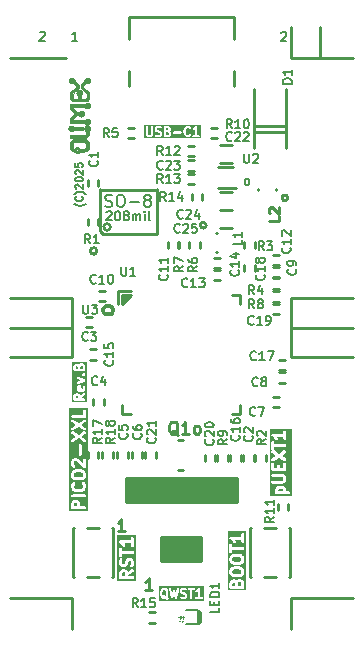
<source format=gbr>
%TF.GenerationSoftware,KiCad,Pcbnew,7.0.9-7.0.9~ubuntu22.04.1*%
%TF.CreationDate,2025-02-11T13:08:51+02:00*%
%TF.ProjectId,RP2350-PICO2-XXL_Rev_B,52503233-3530-42d5-9049-434f322d5858,B*%
%TF.SameCoordinates,PX81b3200PY6e263e0*%
%TF.FileFunction,Legend,Top*%
%TF.FilePolarity,Positive*%
%FSLAX46Y46*%
G04 Gerber Fmt 4.6, Leading zero omitted, Abs format (unit mm)*
G04 Created by KiCad (PCBNEW 7.0.9-7.0.9~ubuntu22.04.1) date 2025-02-11 13:08:51*
%MOMM*%
%LPD*%
G01*
G04 APERTURE LIST*
%ADD10C,0.254000*%
%ADD11C,0.203200*%
%ADD12C,0.158750*%
%ADD13C,0.190500*%
%ADD14C,0.317500*%
%ADD15C,0.222250*%
%ADD16C,0.127000*%
%ADD17C,0.050000*%
%ADD18C,0.100000*%
%ADD19C,0.228600*%
%ADD20C,0.009000*%
G04 APERTURE END LIST*
D10*
X23750000Y28000000D02*
X23750000Y25500000D01*
X23750000Y48350000D02*
X29000000Y48350000D01*
X5250000Y23000000D02*
X0Y23000000D01*
X23750000Y28000000D02*
X29000000Y28000000D01*
X23508000Y36506000D02*
G75*
G03*
X23508000Y36506000I-250000J0D01*
G01*
X0Y28000000D02*
X5250000Y28000000D01*
X16600000Y34200000D02*
G75*
G03*
X16600000Y34200000I-250000J0D01*
G01*
X0Y25500000D02*
X5250000Y25500000D01*
X23750000Y25500000D02*
X29000000Y25500000D01*
X23750000Y23000000D02*
X29000000Y23000000D01*
X23750000Y51000000D02*
X23750000Y48350000D01*
X0Y48350000D02*
X4750000Y48350000D01*
X23750000Y25500000D02*
X23750000Y23000000D01*
X5250000Y2650000D02*
X5250000Y0D01*
X26250000Y51000000D02*
X26250000Y48350000D01*
X5250000Y28000000D02*
X5250000Y23000000D01*
X23750000Y2650000D02*
X29000000Y2650000D01*
X23750000Y2650000D02*
X23750000Y0D01*
X0Y2650000D02*
X5250000Y2650000D01*
D11*
G36*
X5740808Y19771472D02*
G01*
X5756196Y19756084D01*
X5776802Y19714872D01*
X5776802Y19530819D01*
X5554249Y19530819D01*
X5554249Y19714872D01*
X5574855Y19756084D01*
X5590242Y19771472D01*
X5631452Y19792076D01*
X5699599Y19792076D01*
X5740808Y19771472D01*
G37*
G36*
X5870584Y20304915D02*
G01*
X5863680Y20304915D01*
X5838015Y20317748D01*
X5825183Y20343413D01*
X5825183Y20450265D01*
X5836847Y20473594D01*
X5870584Y20304915D01*
G37*
G36*
X5702103Y22248577D02*
G01*
X5717491Y22233189D01*
X5738097Y22191978D01*
X5738097Y22046629D01*
X5554249Y22046629D01*
X5554249Y22191978D01*
X5574854Y22233189D01*
X5590242Y22248577D01*
X5631453Y22269182D01*
X5660893Y22269182D01*
X5702103Y22248577D01*
G37*
G36*
X6127856Y22287282D02*
G01*
X6143244Y22271894D01*
X6163849Y22230684D01*
X6163849Y22046629D01*
X5941297Y22046629D01*
X5941297Y22199476D01*
X5967203Y22277196D01*
X5977290Y22287282D01*
X6018499Y22307886D01*
X6086647Y22307886D01*
X6127856Y22287282D01*
G37*
G36*
X6483163Y19211505D02*
G01*
X5234935Y19211505D01*
X5234935Y19429219D01*
X5351049Y19429219D01*
X5356022Y19413914D01*
X5356022Y19397823D01*
X5365480Y19384805D01*
X5370453Y19369500D01*
X5383471Y19360042D01*
X5392930Y19347023D01*
X5408234Y19342051D01*
X5421253Y19332592D01*
X5437344Y19332592D01*
X5452649Y19327619D01*
X6265449Y19327619D01*
X6325168Y19347023D01*
X6362076Y19397823D01*
X6362076Y19460615D01*
X6325168Y19511415D01*
X6265449Y19530819D01*
X5980002Y19530819D01*
X5980002Y19569845D01*
X6323713Y19810442D01*
X6361509Y19860585D01*
X6362613Y19923367D01*
X6326604Y19974808D01*
X6267236Y19995260D01*
X6207185Y19976910D01*
X5959616Y19803613D01*
X5930571Y19861704D01*
X5919015Y19873437D01*
X5911539Y19888109D01*
X5872834Y19926814D01*
X5858162Y19934290D01*
X5846429Y19945846D01*
X5769019Y19984550D01*
X5745859Y19988038D01*
X5723583Y19995276D01*
X5607468Y19995276D01*
X5585193Y19988039D01*
X5562032Y19984550D01*
X5484623Y19945846D01*
X5472890Y19934291D01*
X5458217Y19926814D01*
X5419512Y19888109D01*
X5412035Y19873437D01*
X5400480Y19861704D01*
X5361775Y19784294D01*
X5358286Y19761134D01*
X5351049Y19738857D01*
X5351049Y19429219D01*
X5234935Y19429219D01*
X5234935Y20319429D01*
X5621983Y20319429D01*
X5629221Y20297153D01*
X5632709Y20273993D01*
X5671413Y20196583D01*
X5671981Y20196007D01*
X5672114Y20195207D01*
X5693959Y20173692D01*
X5715475Y20151846D01*
X5716274Y20151714D01*
X5716851Y20151145D01*
X5794261Y20112441D01*
X5817421Y20108953D01*
X5839697Y20101715D01*
X6149335Y20101715D01*
X6171611Y20108954D01*
X6194771Y20112441D01*
X6272181Y20151145D01*
X6272757Y20151714D01*
X6273557Y20151846D01*
X6295072Y20173692D01*
X6316918Y20195207D01*
X6317050Y20196007D01*
X6317619Y20196583D01*
X6356323Y20273993D01*
X6359811Y20297154D01*
X6367049Y20319429D01*
X6367049Y20474248D01*
X6359811Y20496523D01*
X6356323Y20519684D01*
X6317619Y20597093D01*
X6273557Y20641830D01*
X6211614Y20652124D01*
X6155451Y20624042D01*
X6126520Y20568313D01*
X6135871Y20506221D01*
X6163849Y20450264D01*
X6163849Y20343413D01*
X6151016Y20317748D01*
X6125352Y20304915D01*
X6077808Y20304915D01*
X6016733Y20610288D01*
X6013733Y20615632D01*
X6013733Y20621758D01*
X5998599Y20642588D01*
X5985994Y20665041D01*
X5980426Y20667601D01*
X5976825Y20672558D01*
X5952335Y20680516D01*
X5928942Y20691270D01*
X5922933Y20690069D01*
X5917106Y20691962D01*
X5839697Y20691962D01*
X5817420Y20684725D01*
X5794260Y20681236D01*
X5716850Y20642531D01*
X5716274Y20641964D01*
X5715475Y20641831D01*
X5693925Y20619952D01*
X5672114Y20598468D01*
X5671981Y20597672D01*
X5671413Y20597094D01*
X5632709Y20519684D01*
X5629221Y20496525D01*
X5621983Y20474248D01*
X5621983Y20319429D01*
X5234935Y20319429D01*
X5234935Y20858364D01*
X5622026Y20858364D01*
X5643145Y20799230D01*
X5694989Y20763803D01*
X5757755Y20765615D01*
X6299621Y20959139D01*
X6322271Y20976617D01*
X6345887Y20992754D01*
X6346914Y20995632D01*
X6349334Y20997498D01*
X6357383Y21024942D01*
X6367007Y21051888D01*
X6366146Y21054822D01*
X6367006Y21057752D01*
X6357391Y21084674D01*
X6349335Y21112142D01*
X6346914Y21114010D01*
X6345887Y21116886D01*
X6322278Y21133019D01*
X6299621Y21150501D01*
X5757755Y21344024D01*
X5694989Y21345836D01*
X5643145Y21310409D01*
X5622026Y21251275D01*
X5639698Y21191021D01*
X5689411Y21152662D01*
X5963370Y21054820D01*
X5689411Y20956977D01*
X5639698Y20918618D01*
X5622026Y20858364D01*
X5234935Y20858364D01*
X5234935Y21542086D01*
X6087691Y21542086D01*
X6091413Y21534782D01*
X6091413Y21526585D01*
X6096231Y21519953D01*
X6097514Y21511856D01*
X6108892Y21500478D01*
X6116199Y21486138D01*
X6154904Y21447434D01*
X6169242Y21440129D01*
X6180620Y21428751D01*
X6196513Y21426234D01*
X6210852Y21418928D01*
X6226744Y21421446D01*
X6242639Y21418928D01*
X6256979Y21426235D01*
X6272871Y21428752D01*
X6284247Y21440129D01*
X6298587Y21447435D01*
X6337291Y21486139D01*
X6344597Y21500479D01*
X6355974Y21511855D01*
X6357256Y21519952D01*
X6362076Y21526585D01*
X6362076Y21534784D01*
X6365798Y21542088D01*
X6363280Y21557982D01*
X6365798Y21573874D01*
X6362076Y21581180D01*
X6362076Y21589377D01*
X6357257Y21596010D01*
X6355975Y21604106D01*
X6344597Y21615484D01*
X6337292Y21629822D01*
X6298588Y21668527D01*
X6284248Y21675834D01*
X6272870Y21687212D01*
X6256978Y21689730D01*
X6242640Y21697035D01*
X6226744Y21694518D01*
X6210851Y21697035D01*
X6196514Y21689731D01*
X6180621Y21687213D01*
X6169242Y21675835D01*
X6154903Y21668528D01*
X6116198Y21629823D01*
X6108891Y21615484D01*
X6097513Y21604105D01*
X6096230Y21596009D01*
X6091413Y21589377D01*
X6091413Y21581180D01*
X6087691Y21573875D01*
X6090208Y21557982D01*
X6087691Y21542086D01*
X5234935Y21542086D01*
X5234935Y21945029D01*
X5351049Y21945029D01*
X5356022Y21929724D01*
X5356022Y21913633D01*
X5365480Y21900615D01*
X5370453Y21885310D01*
X5383471Y21875852D01*
X5392930Y21862833D01*
X5408234Y21857861D01*
X5421253Y21848402D01*
X5437344Y21848402D01*
X5452649Y21843429D01*
X6265449Y21843429D01*
X6280754Y21848402D01*
X6296845Y21848402D01*
X6309863Y21857861D01*
X6325168Y21862833D01*
X6334626Y21875852D01*
X6347645Y21885310D01*
X6352617Y21900615D01*
X6362076Y21913633D01*
X6362076Y21929724D01*
X6367049Y21945029D01*
X6367049Y22254667D01*
X6359811Y22276943D01*
X6356323Y22300103D01*
X6317619Y22377513D01*
X6306063Y22389246D01*
X6298587Y22403919D01*
X6259882Y22442624D01*
X6245208Y22450101D01*
X6233476Y22461656D01*
X6156066Y22500360D01*
X6132906Y22503848D01*
X6110630Y22511086D01*
X5994516Y22511086D01*
X5972240Y22503849D01*
X5949080Y22500360D01*
X5871670Y22461656D01*
X5859937Y22450101D01*
X5845263Y22442623D01*
X5816725Y22414085D01*
X5807724Y22422951D01*
X5730315Y22461656D01*
X5707151Y22465145D01*
X5684878Y22472382D01*
X5607468Y22472382D01*
X5585194Y22465145D01*
X5562031Y22461656D01*
X5484622Y22422951D01*
X5472889Y22411395D01*
X5458217Y22403919D01*
X5419512Y22365214D01*
X5412036Y22350542D01*
X5400480Y22338809D01*
X5361775Y22261400D01*
X5358286Y22238237D01*
X5351049Y22215963D01*
X5351049Y21945029D01*
X5234935Y21945029D01*
X5234935Y22627200D01*
X6483163Y22627200D01*
X6483163Y19211505D01*
G37*
D12*
X6386412Y36031263D02*
X6356174Y36001024D01*
X6356174Y36001024D02*
X6265460Y35940548D01*
X6265460Y35940548D02*
X6204984Y35910310D01*
X6204984Y35910310D02*
X6114270Y35880072D01*
X6114270Y35880072D02*
X5963079Y35849834D01*
X5963079Y35849834D02*
X5842127Y35849834D01*
X5842127Y35849834D02*
X5690936Y35880072D01*
X5690936Y35880072D02*
X5600222Y35910310D01*
X5600222Y35910310D02*
X5539746Y35940548D01*
X5539746Y35940548D02*
X5449031Y36001024D01*
X5449031Y36001024D02*
X5418793Y36031263D01*
X6084031Y36636024D02*
X6114270Y36605786D01*
X6114270Y36605786D02*
X6144508Y36515072D01*
X6144508Y36515072D02*
X6144508Y36454596D01*
X6144508Y36454596D02*
X6114270Y36363881D01*
X6114270Y36363881D02*
X6053793Y36303405D01*
X6053793Y36303405D02*
X5993317Y36273167D01*
X5993317Y36273167D02*
X5872365Y36242929D01*
X5872365Y36242929D02*
X5781650Y36242929D01*
X5781650Y36242929D02*
X5660698Y36273167D01*
X5660698Y36273167D02*
X5600222Y36303405D01*
X5600222Y36303405D02*
X5539746Y36363881D01*
X5539746Y36363881D02*
X5509508Y36454596D01*
X5509508Y36454596D02*
X5509508Y36515072D01*
X5509508Y36515072D02*
X5539746Y36605786D01*
X5539746Y36605786D02*
X5569984Y36636024D01*
X6386412Y36847691D02*
X6356174Y36877929D01*
X6356174Y36877929D02*
X6265460Y36938405D01*
X6265460Y36938405D02*
X6204984Y36968643D01*
X6204984Y36968643D02*
X6114270Y36998881D01*
X6114270Y36998881D02*
X5963079Y37029119D01*
X5963079Y37029119D02*
X5842127Y37029119D01*
X5842127Y37029119D02*
X5690936Y36998881D01*
X5690936Y36998881D02*
X5600222Y36968643D01*
X5600222Y36968643D02*
X5539746Y36938405D01*
X5539746Y36938405D02*
X5449031Y36877929D01*
X5449031Y36877929D02*
X5418793Y36847691D01*
X5569984Y37301262D02*
X5539746Y37331500D01*
X5539746Y37331500D02*
X5509508Y37391976D01*
X5509508Y37391976D02*
X5509508Y37543167D01*
X5509508Y37543167D02*
X5539746Y37603643D01*
X5539746Y37603643D02*
X5569984Y37633881D01*
X5569984Y37633881D02*
X5630460Y37664119D01*
X5630460Y37664119D02*
X5690936Y37664119D01*
X5690936Y37664119D02*
X5781650Y37633881D01*
X5781650Y37633881D02*
X6144508Y37271024D01*
X6144508Y37271024D02*
X6144508Y37664119D01*
X5509508Y38057214D02*
X5509508Y38117691D01*
X5509508Y38117691D02*
X5539746Y38178167D01*
X5539746Y38178167D02*
X5569984Y38208405D01*
X5569984Y38208405D02*
X5630460Y38238643D01*
X5630460Y38238643D02*
X5751412Y38268881D01*
X5751412Y38268881D02*
X5902603Y38268881D01*
X5902603Y38268881D02*
X6023555Y38238643D01*
X6023555Y38238643D02*
X6084031Y38208405D01*
X6084031Y38208405D02*
X6114270Y38178167D01*
X6114270Y38178167D02*
X6144508Y38117691D01*
X6144508Y38117691D02*
X6144508Y38057214D01*
X6144508Y38057214D02*
X6114270Y37996738D01*
X6114270Y37996738D02*
X6084031Y37966500D01*
X6084031Y37966500D02*
X6023555Y37936262D01*
X6023555Y37936262D02*
X5902603Y37906024D01*
X5902603Y37906024D02*
X5751412Y37906024D01*
X5751412Y37906024D02*
X5630460Y37936262D01*
X5630460Y37936262D02*
X5569984Y37966500D01*
X5569984Y37966500D02*
X5539746Y37996738D01*
X5539746Y37996738D02*
X5509508Y38057214D01*
X5569984Y38510786D02*
X5539746Y38541024D01*
X5539746Y38541024D02*
X5509508Y38601500D01*
X5509508Y38601500D02*
X5509508Y38752691D01*
X5509508Y38752691D02*
X5539746Y38813167D01*
X5539746Y38813167D02*
X5569984Y38843405D01*
X5569984Y38843405D02*
X5630460Y38873643D01*
X5630460Y38873643D02*
X5690936Y38873643D01*
X5690936Y38873643D02*
X5781650Y38843405D01*
X5781650Y38843405D02*
X6144508Y38480548D01*
X6144508Y38480548D02*
X6144508Y38873643D01*
X5509508Y39448167D02*
X5509508Y39145786D01*
X5509508Y39145786D02*
X5811889Y39115548D01*
X5811889Y39115548D02*
X5781650Y39145786D01*
X5781650Y39145786D02*
X5751412Y39206262D01*
X5751412Y39206262D02*
X5751412Y39357453D01*
X5751412Y39357453D02*
X5781650Y39417929D01*
X5781650Y39417929D02*
X5811889Y39448167D01*
X5811889Y39448167D02*
X5872365Y39478405D01*
X5872365Y39478405D02*
X6023555Y39478405D01*
X6023555Y39478405D02*
X6084031Y39448167D01*
X6084031Y39448167D02*
X6114270Y39417929D01*
X6114270Y39417929D02*
X6144508Y39357453D01*
X6144508Y39357453D02*
X6144508Y39206262D01*
X6144508Y39206262D02*
X6114270Y39145786D01*
X6114270Y39145786D02*
X6084031Y39115548D01*
D10*
G36*
X5651009Y10688008D02*
G01*
X5670248Y10668769D01*
X5696003Y10617259D01*
X5696003Y10387191D01*
X5417812Y10387191D01*
X5417812Y10617259D01*
X5443567Y10668769D01*
X5462806Y10688008D01*
X5514316Y10713763D01*
X5599499Y10713763D01*
X5651009Y10688008D01*
G37*
G36*
X6096740Y13241897D02*
G01*
X6154055Y13184583D01*
X6179812Y13133069D01*
X6179812Y12999506D01*
X6154055Y12947992D01*
X6096740Y12890678D01*
X5952512Y12854620D01*
X5645113Y12854620D01*
X5500884Y12890678D01*
X5443567Y12947995D01*
X5417812Y12999505D01*
X5417812Y13133069D01*
X5443567Y13184580D01*
X5500884Y13241897D01*
X5645113Y13277954D01*
X5952512Y13277954D01*
X6096740Y13241897D01*
G37*
G36*
X6578955Y9988048D02*
G01*
X5018669Y9988048D01*
X5018669Y10260191D01*
X5163812Y10260191D01*
X5166424Y10251294D01*
X5165105Y10242117D01*
X5176347Y10217499D01*
X5183973Y10191530D01*
X5190980Y10185459D01*
X5194832Y10177024D01*
X5217600Y10162392D01*
X5238054Y10144668D01*
X5247230Y10143349D01*
X5255032Y10138335D01*
X5290812Y10133191D01*
X6306812Y10133191D01*
X6375473Y10153352D01*
X6422335Y10207433D01*
X6432519Y10278265D01*
X6402792Y10343358D01*
X6342592Y10382047D01*
X6306812Y10387191D01*
X5950003Y10387191D01*
X5950003Y10647239D01*
X5946759Y10658285D01*
X5947996Y10669732D01*
X5936595Y10704035D01*
X5888214Y10800797D01*
X5886593Y10802540D01*
X5886087Y10804866D01*
X5864425Y10833804D01*
X5816044Y10882185D01*
X5813954Y10883327D01*
X5812739Y10885372D01*
X5783037Y10905974D01*
X5686275Y10954355D01*
X5674945Y10956394D01*
X5665259Y10962619D01*
X5629479Y10967763D01*
X5484336Y10967763D01*
X5473290Y10964520D01*
X5461843Y10965756D01*
X5427540Y10954355D01*
X5330778Y10905974D01*
X5329035Y10904354D01*
X5326709Y10903847D01*
X5297771Y10882185D01*
X5249390Y10833804D01*
X5248248Y10831715D01*
X5246203Y10830499D01*
X5225601Y10800797D01*
X5177220Y10704035D01*
X5175181Y10692706D01*
X5168956Y10683019D01*
X5163812Y10647239D01*
X5163812Y10260191D01*
X5018669Y10260191D01*
X5018669Y11258117D01*
X5165105Y11258117D01*
X5194832Y11193024D01*
X5255032Y11154335D01*
X5290812Y11149191D01*
X6306812Y11149191D01*
X6375473Y11169352D01*
X6422335Y11223433D01*
X6432519Y11294265D01*
X6402792Y11359358D01*
X6342592Y11398047D01*
X6306812Y11403191D01*
X5290812Y11403191D01*
X5222151Y11383030D01*
X5175289Y11328949D01*
X5165105Y11258117D01*
X5018669Y11258117D01*
X5018669Y12050287D01*
X5163812Y12050287D01*
X5164482Y12048004D01*
X5163895Y12045697D01*
X5170329Y12010126D01*
X5218710Y11864983D01*
X5225280Y11855529D01*
X5227728Y11844279D01*
X5249390Y11815341D01*
X5346152Y11718580D01*
X5348241Y11717440D01*
X5349457Y11715392D01*
X5379159Y11694790D01*
X5475921Y11646409D01*
X5480301Y11645621D01*
X5501915Y11636793D01*
X5695439Y11588412D01*
X5698889Y11588553D01*
X5726241Y11584620D01*
X5871384Y11584620D01*
X5874696Y11585593D01*
X5902186Y11588412D01*
X6095710Y11636793D01*
X6099549Y11639046D01*
X6121704Y11646409D01*
X6218466Y11694790D01*
X6220208Y11696411D01*
X6222535Y11696917D01*
X6251473Y11718579D01*
X6348234Y11815341D01*
X6353751Y11825446D01*
X6362721Y11832667D01*
X6378915Y11864984D01*
X6427295Y12010127D01*
X6427380Y12012505D01*
X6428668Y12014507D01*
X6433812Y12050287D01*
X6433812Y12147049D01*
X6433141Y12149333D01*
X6433729Y12151638D01*
X6427295Y12187209D01*
X6378915Y12332352D01*
X6372344Y12341807D01*
X6369897Y12353057D01*
X6348235Y12381995D01*
X6299854Y12430376D01*
X6237047Y12464670D01*
X6165669Y12459566D01*
X6108382Y12416681D01*
X6083375Y12349633D01*
X6098586Y12279708D01*
X6120248Y12250770D01*
X6147430Y12223588D01*
X6179812Y12126441D01*
X6179812Y12070896D01*
X6147429Y11973748D01*
X6086438Y11912757D01*
X6020582Y11879828D01*
X5855750Y11838620D01*
X5741875Y11838620D01*
X5577043Y11879828D01*
X5511185Y11912757D01*
X5450195Y11973748D01*
X5417812Y12070897D01*
X5417812Y12126439D01*
X5450195Y12223588D01*
X5477377Y12250770D01*
X5511671Y12313577D01*
X5506567Y12384955D01*
X5463682Y12442241D01*
X5396634Y12467249D01*
X5326709Y12452038D01*
X5297771Y12430376D01*
X5249390Y12381995D01*
X5243872Y12371890D01*
X5234905Y12364670D01*
X5218710Y12332353D01*
X5170329Y12187210D01*
X5170242Y12184832D01*
X5168956Y12182829D01*
X5163812Y12147049D01*
X5163812Y12050287D01*
X5018669Y12050287D01*
X5018669Y12969525D01*
X5163812Y12969525D01*
X5167055Y12958480D01*
X5165819Y12947032D01*
X5177220Y12912729D01*
X5225601Y12815967D01*
X5227221Y12814225D01*
X5227728Y12811898D01*
X5249390Y12782960D01*
X5346152Y12686199D01*
X5360493Y12678368D01*
X5371689Y12666461D01*
X5405153Y12652793D01*
X5598677Y12604412D01*
X5602127Y12604553D01*
X5629479Y12600620D01*
X5968146Y12600620D01*
X5971458Y12601593D01*
X5998948Y12604412D01*
X6192472Y12652793D01*
X6206566Y12661063D01*
X6222535Y12664536D01*
X6251473Y12686198D01*
X6348234Y12782960D01*
X6349375Y12785050D01*
X6351423Y12786266D01*
X6372025Y12815968D01*
X6420405Y12912730D01*
X6422443Y12924061D01*
X6428668Y12933745D01*
X6433812Y12969525D01*
X6433812Y13163049D01*
X6430568Y13174094D01*
X6431805Y13185541D01*
X6420405Y13219844D01*
X6372025Y13316606D01*
X6370403Y13318350D01*
X6369897Y13320676D01*
X6348234Y13349614D01*
X6251473Y13446376D01*
X6237129Y13454208D01*
X6225936Y13466113D01*
X6192472Y13479781D01*
X5998948Y13528162D01*
X5995497Y13528022D01*
X5968146Y13531954D01*
X5629479Y13531954D01*
X5626166Y13530982D01*
X5598677Y13528162D01*
X5405153Y13479781D01*
X5391058Y13471512D01*
X5375090Y13468038D01*
X5346152Y13446375D01*
X5249390Y13349614D01*
X5248248Y13347525D01*
X5246203Y13346309D01*
X5225601Y13316607D01*
X5177220Y13219845D01*
X5175181Y13208516D01*
X5168956Y13198829D01*
X5163812Y13163049D01*
X5163812Y12969525D01*
X5018669Y12969525D01*
X5018669Y13937144D01*
X5163812Y13937144D01*
X5167055Y13926099D01*
X5165819Y13914651D01*
X5177220Y13880348D01*
X5225601Y13783586D01*
X5227221Y13781844D01*
X5227728Y13779517D01*
X5249390Y13750579D01*
X5297771Y13702198D01*
X5360578Y13667904D01*
X5431956Y13673008D01*
X5489242Y13715893D01*
X5514250Y13782941D01*
X5499039Y13852866D01*
X5477377Y13881804D01*
X5443567Y13915614D01*
X5417812Y13967124D01*
X5417812Y14149069D01*
X5443567Y14200579D01*
X5462806Y14219818D01*
X5514316Y14245573D01*
X5560488Y14245573D01*
X5657638Y14213190D01*
X6217009Y13653818D01*
X6236913Y13642950D01*
X6254054Y13628097D01*
X6267709Y13626134D01*
X6279816Y13619523D01*
X6302437Y13621141D01*
X6324886Y13617913D01*
X6337433Y13623644D01*
X6351193Y13624627D01*
X6369349Y13638219D01*
X6389979Y13647640D01*
X6397437Y13659246D01*
X6408480Y13667512D01*
X6416404Y13688758D01*
X6428668Y13707840D01*
X6431895Y13730292D01*
X6433488Y13734560D01*
X6432898Y13737269D01*
X6433812Y13743620D01*
X6433812Y14372573D01*
X6413651Y14441234D01*
X6359570Y14488096D01*
X6288738Y14498280D01*
X6223645Y14468553D01*
X6184956Y14408353D01*
X6179812Y14372573D01*
X6179812Y14050226D01*
X5816044Y14413994D01*
X5805939Y14419512D01*
X5798719Y14428480D01*
X5766402Y14444675D01*
X5621259Y14493056D01*
X5618880Y14493143D01*
X5616878Y14494429D01*
X5581098Y14499573D01*
X5484336Y14499573D01*
X5473290Y14496330D01*
X5461843Y14497566D01*
X5427540Y14486165D01*
X5330778Y14437784D01*
X5329035Y14436164D01*
X5326709Y14435657D01*
X5297771Y14413995D01*
X5249390Y14365614D01*
X5248248Y14363525D01*
X5246203Y14362309D01*
X5225601Y14332607D01*
X5177220Y14235845D01*
X5175181Y14224516D01*
X5168956Y14214829D01*
X5163812Y14179049D01*
X5163812Y13937144D01*
X5018669Y13937144D01*
X5018669Y14808001D01*
X5792765Y14808001D01*
X5812926Y14739340D01*
X5867007Y14692478D01*
X5937839Y14682294D01*
X6002932Y14712021D01*
X6041621Y14772221D01*
X6046765Y14808001D01*
X6046765Y15582096D01*
X6026604Y15650757D01*
X5972523Y15697619D01*
X5901691Y15707803D01*
X5836598Y15678076D01*
X5797909Y15617876D01*
X5792765Y15582096D01*
X5792765Y14808001D01*
X5018669Y14808001D01*
X5018669Y16630519D01*
X5164819Y16630519D01*
X5193448Y16564935D01*
X5220365Y16540808D01*
X5569860Y16307811D01*
X5220365Y16074814D01*
X5174419Y16019953D01*
X5165426Y15948961D01*
X5196243Y15884376D01*
X5257085Y15846705D01*
X5328635Y15847907D01*
X5361259Y15863474D01*
X5798812Y16155177D01*
X6236365Y15863474D01*
X6304677Y15842163D01*
X6373668Y15861166D01*
X6421432Y15914453D01*
X6432805Y15985103D01*
X6404176Y16050687D01*
X6377259Y16074815D01*
X6027764Y16307811D01*
X6377259Y16540807D01*
X6423205Y16595669D01*
X6432197Y16666661D01*
X6401381Y16731246D01*
X6340539Y16768917D01*
X6268989Y16767715D01*
X6236365Y16752148D01*
X5798812Y16460446D01*
X5361259Y16752148D01*
X5292946Y16773460D01*
X5223956Y16754456D01*
X5176192Y16701169D01*
X5164819Y16630519D01*
X5018669Y16630519D01*
X5018669Y17598138D01*
X5164819Y17598138D01*
X5193448Y17532554D01*
X5220365Y17508427D01*
X5569860Y17275430D01*
X5220365Y17042433D01*
X5174419Y16987572D01*
X5165426Y16916580D01*
X5196243Y16851995D01*
X5257085Y16814324D01*
X5328635Y16815526D01*
X5361259Y16831093D01*
X5798812Y17122796D01*
X6236365Y16831093D01*
X6304677Y16809782D01*
X6373668Y16828785D01*
X6421432Y16882072D01*
X6432805Y16952722D01*
X6404176Y17018306D01*
X6377259Y17042434D01*
X6027764Y17275430D01*
X6377259Y17508426D01*
X6423205Y17563288D01*
X6432197Y17634280D01*
X6401381Y17698865D01*
X6340539Y17736536D01*
X6268989Y17735334D01*
X6236365Y17719767D01*
X5798812Y17428065D01*
X5361259Y17719767D01*
X5292946Y17741079D01*
X5223956Y17722075D01*
X5176192Y17668788D01*
X5164819Y17598138D01*
X5018669Y17598138D01*
X5018669Y17983070D01*
X5165105Y17983070D01*
X5194832Y17917977D01*
X5255032Y17879288D01*
X5290812Y17874144D01*
X6306812Y17874144D01*
X6315709Y17876757D01*
X6324886Y17875437D01*
X6349504Y17886680D01*
X6375473Y17894305D01*
X6381544Y17901313D01*
X6389979Y17905164D01*
X6404611Y17927933D01*
X6422335Y17948386D01*
X6423654Y17957563D01*
X6428668Y17965364D01*
X6433812Y18001144D01*
X6433812Y18484954D01*
X6413651Y18553615D01*
X6359570Y18600477D01*
X6288738Y18610661D01*
X6223645Y18580934D01*
X6184956Y18520734D01*
X6179812Y18484954D01*
X6179812Y18128144D01*
X5290812Y18128144D01*
X5222151Y18107983D01*
X5175289Y18053902D01*
X5165105Y17983070D01*
X5018669Y17983070D01*
X5018669Y18755804D01*
X6578955Y18755804D01*
X6578955Y9988048D01*
G37*
D13*
X2517085Y50518019D02*
X2553371Y50554305D01*
X2553371Y50554305D02*
X2625943Y50590591D01*
X2625943Y50590591D02*
X2807371Y50590591D01*
X2807371Y50590591D02*
X2879943Y50554305D01*
X2879943Y50554305D02*
X2916228Y50518019D01*
X2916228Y50518019D02*
X2952514Y50445448D01*
X2952514Y50445448D02*
X2952514Y50372876D01*
X2952514Y50372876D02*
X2916228Y50264019D01*
X2916228Y50264019D02*
X2480800Y49828591D01*
X2480800Y49828591D02*
X2952514Y49828591D01*
X5695714Y49828591D02*
X5260285Y49828591D01*
X5478000Y49828591D02*
X5478000Y50590591D01*
X5478000Y50590591D02*
X5405428Y50481734D01*
X5405428Y50481734D02*
X5332857Y50409162D01*
X5332857Y50409162D02*
X5260285Y50372876D01*
X22938685Y50492619D02*
X22974971Y50528905D01*
X22974971Y50528905D02*
X23047543Y50565191D01*
X23047543Y50565191D02*
X23228971Y50565191D01*
X23228971Y50565191D02*
X23301543Y50528905D01*
X23301543Y50528905D02*
X23337828Y50492619D01*
X23337828Y50492619D02*
X23374114Y50420048D01*
X23374114Y50420048D02*
X23374114Y50347476D01*
X23374114Y50347476D02*
X23337828Y50238619D01*
X23337828Y50238619D02*
X22902400Y49803191D01*
X22902400Y49803191D02*
X23374114Y49803191D01*
X17692609Y1797286D02*
X17692609Y1434429D01*
X17692609Y1434429D02*
X16930609Y1434429D01*
X17293466Y2051286D02*
X17293466Y2305286D01*
X17692609Y2414143D02*
X17692609Y2051286D01*
X17692609Y2051286D02*
X16930609Y2051286D01*
X16930609Y2051286D02*
X16930609Y2414143D01*
X17692609Y2740715D02*
X16930609Y2740715D01*
X16930609Y2740715D02*
X16930609Y2922144D01*
X16930609Y2922144D02*
X16966895Y3031001D01*
X16966895Y3031001D02*
X17039466Y3103572D01*
X17039466Y3103572D02*
X17112038Y3139858D01*
X17112038Y3139858D02*
X17257181Y3176144D01*
X17257181Y3176144D02*
X17366038Y3176144D01*
X17366038Y3176144D02*
X17511181Y3139858D01*
X17511181Y3139858D02*
X17583752Y3103572D01*
X17583752Y3103572D02*
X17656324Y3031001D01*
X17656324Y3031001D02*
X17692609Y2922144D01*
X17692609Y2922144D02*
X17692609Y2740715D01*
X17692609Y3901858D02*
X17692609Y3466429D01*
X17692609Y3684144D02*
X16930609Y3684144D01*
X16930609Y3684144D02*
X17039466Y3611572D01*
X17039466Y3611572D02*
X17112038Y3539001D01*
X17112038Y3539001D02*
X17148324Y3466429D01*
X18760143Y42407391D02*
X18506143Y42770248D01*
X18324714Y42407391D02*
X18324714Y43169391D01*
X18324714Y43169391D02*
X18615000Y43169391D01*
X18615000Y43169391D02*
X18687571Y43133105D01*
X18687571Y43133105D02*
X18723857Y43096819D01*
X18723857Y43096819D02*
X18760143Y43024248D01*
X18760143Y43024248D02*
X18760143Y42915391D01*
X18760143Y42915391D02*
X18723857Y42842819D01*
X18723857Y42842819D02*
X18687571Y42806534D01*
X18687571Y42806534D02*
X18615000Y42770248D01*
X18615000Y42770248D02*
X18324714Y42770248D01*
X19485857Y42407391D02*
X19050428Y42407391D01*
X19268143Y42407391D02*
X19268143Y43169391D01*
X19268143Y43169391D02*
X19195571Y43060534D01*
X19195571Y43060534D02*
X19123000Y42987962D01*
X19123000Y42987962D02*
X19050428Y42951676D01*
X19957571Y43169391D02*
X20030142Y43169391D01*
X20030142Y43169391D02*
X20102714Y43133105D01*
X20102714Y43133105D02*
X20139000Y43096819D01*
X20139000Y43096819D02*
X20175285Y43024248D01*
X20175285Y43024248D02*
X20211571Y42879105D01*
X20211571Y42879105D02*
X20211571Y42697676D01*
X20211571Y42697676D02*
X20175285Y42552534D01*
X20175285Y42552534D02*
X20139000Y42479962D01*
X20139000Y42479962D02*
X20102714Y42443676D01*
X20102714Y42443676D02*
X20030142Y42407391D01*
X20030142Y42407391D02*
X19957571Y42407391D01*
X19957571Y42407391D02*
X19885000Y42443676D01*
X19885000Y42443676D02*
X19848714Y42479962D01*
X19848714Y42479962D02*
X19812428Y42552534D01*
X19812428Y42552534D02*
X19776142Y42697676D01*
X19776142Y42697676D02*
X19776142Y42879105D01*
X19776142Y42879105D02*
X19812428Y43024248D01*
X19812428Y43024248D02*
X19848714Y43096819D01*
X19848714Y43096819D02*
X19885000Y43133105D01*
X19885000Y43133105D02*
X19957571Y43169391D01*
X14642609Y30722001D02*
X14279752Y30468001D01*
X14642609Y30286572D02*
X13880609Y30286572D01*
X13880609Y30286572D02*
X13880609Y30576858D01*
X13880609Y30576858D02*
X13916895Y30649429D01*
X13916895Y30649429D02*
X13953181Y30685715D01*
X13953181Y30685715D02*
X14025752Y30722001D01*
X14025752Y30722001D02*
X14134609Y30722001D01*
X14134609Y30722001D02*
X14207181Y30685715D01*
X14207181Y30685715D02*
X14243466Y30649429D01*
X14243466Y30649429D02*
X14279752Y30576858D01*
X14279752Y30576858D02*
X14279752Y30286572D01*
X13880609Y30976001D02*
X13880609Y31484001D01*
X13880609Y31484001D02*
X14642609Y31157429D01*
X23854609Y46187572D02*
X23092609Y46187572D01*
X23092609Y46187572D02*
X23092609Y46369001D01*
X23092609Y46369001D02*
X23128895Y46477858D01*
X23128895Y46477858D02*
X23201466Y46550429D01*
X23201466Y46550429D02*
X23274038Y46586715D01*
X23274038Y46586715D02*
X23419181Y46623001D01*
X23419181Y46623001D02*
X23528038Y46623001D01*
X23528038Y46623001D02*
X23673181Y46586715D01*
X23673181Y46586715D02*
X23745752Y46550429D01*
X23745752Y46550429D02*
X23818324Y46477858D01*
X23818324Y46477858D02*
X23854609Y46369001D01*
X23854609Y46369001D02*
X23854609Y46187572D01*
X23854609Y47348715D02*
X23854609Y46913286D01*
X23854609Y47131001D02*
X23092609Y47131001D01*
X23092609Y47131001D02*
X23201466Y47058429D01*
X23201466Y47058429D02*
X23274038Y46985858D01*
X23274038Y46985858D02*
X23310324Y46913286D01*
X15842609Y30722001D02*
X15479752Y30468001D01*
X15842609Y30286572D02*
X15080609Y30286572D01*
X15080609Y30286572D02*
X15080609Y30576858D01*
X15080609Y30576858D02*
X15116895Y30649429D01*
X15116895Y30649429D02*
X15153181Y30685715D01*
X15153181Y30685715D02*
X15225752Y30722001D01*
X15225752Y30722001D02*
X15334609Y30722001D01*
X15334609Y30722001D02*
X15407181Y30685715D01*
X15407181Y30685715D02*
X15443466Y30649429D01*
X15443466Y30649429D02*
X15479752Y30576858D01*
X15479752Y30576858D02*
X15479752Y30286572D01*
X15080609Y31375143D02*
X15080609Y31230001D01*
X15080609Y31230001D02*
X15116895Y31157429D01*
X15116895Y31157429D02*
X15153181Y31121143D01*
X15153181Y31121143D02*
X15262038Y31048572D01*
X15262038Y31048572D02*
X15407181Y31012286D01*
X15407181Y31012286D02*
X15697466Y31012286D01*
X15697466Y31012286D02*
X15770038Y31048572D01*
X15770038Y31048572D02*
X15806324Y31084858D01*
X15806324Y31084858D02*
X15842609Y31157429D01*
X15842609Y31157429D02*
X15842609Y31302572D01*
X15842609Y31302572D02*
X15806324Y31375143D01*
X15806324Y31375143D02*
X15770038Y31411429D01*
X15770038Y31411429D02*
X15697466Y31447715D01*
X15697466Y31447715D02*
X15516038Y31447715D01*
X15516038Y31447715D02*
X15443466Y31411429D01*
X15443466Y31411429D02*
X15407181Y31375143D01*
X15407181Y31375143D02*
X15370895Y31302572D01*
X15370895Y31302572D02*
X15370895Y31157429D01*
X15370895Y31157429D02*
X15407181Y31084858D01*
X15407181Y31084858D02*
X15443466Y31048572D01*
X15443466Y31048572D02*
X15516038Y31012286D01*
X8842609Y16210144D02*
X8479752Y15956144D01*
X8842609Y15774715D02*
X8080609Y15774715D01*
X8080609Y15774715D02*
X8080609Y16065001D01*
X8080609Y16065001D02*
X8116895Y16137572D01*
X8116895Y16137572D02*
X8153181Y16173858D01*
X8153181Y16173858D02*
X8225752Y16210144D01*
X8225752Y16210144D02*
X8334609Y16210144D01*
X8334609Y16210144D02*
X8407181Y16173858D01*
X8407181Y16173858D02*
X8443466Y16137572D01*
X8443466Y16137572D02*
X8479752Y16065001D01*
X8479752Y16065001D02*
X8479752Y15774715D01*
X8842609Y16935858D02*
X8842609Y16500429D01*
X8842609Y16718144D02*
X8080609Y16718144D01*
X8080609Y16718144D02*
X8189466Y16645572D01*
X8189466Y16645572D02*
X8262038Y16573001D01*
X8262038Y16573001D02*
X8298324Y16500429D01*
X8407181Y17371286D02*
X8370895Y17298715D01*
X8370895Y17298715D02*
X8334609Y17262429D01*
X8334609Y17262429D02*
X8262038Y17226143D01*
X8262038Y17226143D02*
X8225752Y17226143D01*
X8225752Y17226143D02*
X8153181Y17262429D01*
X8153181Y17262429D02*
X8116895Y17298715D01*
X8116895Y17298715D02*
X8080609Y17371286D01*
X8080609Y17371286D02*
X8080609Y17516429D01*
X8080609Y17516429D02*
X8116895Y17589000D01*
X8116895Y17589000D02*
X8153181Y17625286D01*
X8153181Y17625286D02*
X8225752Y17661572D01*
X8225752Y17661572D02*
X8262038Y17661572D01*
X8262038Y17661572D02*
X8334609Y17625286D01*
X8334609Y17625286D02*
X8370895Y17589000D01*
X8370895Y17589000D02*
X8407181Y17516429D01*
X8407181Y17516429D02*
X8407181Y17371286D01*
X8407181Y17371286D02*
X8443466Y17298715D01*
X8443466Y17298715D02*
X8479752Y17262429D01*
X8479752Y17262429D02*
X8552324Y17226143D01*
X8552324Y17226143D02*
X8697466Y17226143D01*
X8697466Y17226143D02*
X8770038Y17262429D01*
X8770038Y17262429D02*
X8806324Y17298715D01*
X8806324Y17298715D02*
X8842609Y17371286D01*
X8842609Y17371286D02*
X8842609Y17516429D01*
X8842609Y17516429D02*
X8806324Y17589000D01*
X8806324Y17589000D02*
X8770038Y17625286D01*
X8770038Y17625286D02*
X8697466Y17661572D01*
X8697466Y17661572D02*
X8552324Y17661572D01*
X8552324Y17661572D02*
X8479752Y17625286D01*
X8479752Y17625286D02*
X8443466Y17589000D01*
X8443466Y17589000D02*
X8407181Y17516429D01*
X7742609Y16210144D02*
X7379752Y15956144D01*
X7742609Y15774715D02*
X6980609Y15774715D01*
X6980609Y15774715D02*
X6980609Y16065001D01*
X6980609Y16065001D02*
X7016895Y16137572D01*
X7016895Y16137572D02*
X7053181Y16173858D01*
X7053181Y16173858D02*
X7125752Y16210144D01*
X7125752Y16210144D02*
X7234609Y16210144D01*
X7234609Y16210144D02*
X7307181Y16173858D01*
X7307181Y16173858D02*
X7343466Y16137572D01*
X7343466Y16137572D02*
X7379752Y16065001D01*
X7379752Y16065001D02*
X7379752Y15774715D01*
X7742609Y16935858D02*
X7742609Y16500429D01*
X7742609Y16718144D02*
X6980609Y16718144D01*
X6980609Y16718144D02*
X7089466Y16645572D01*
X7089466Y16645572D02*
X7162038Y16573001D01*
X7162038Y16573001D02*
X7198324Y16500429D01*
X6980609Y17189858D02*
X6980609Y17697858D01*
X6980609Y17697858D02*
X7742609Y17371286D01*
D10*
G36*
X9701009Y4807056D02*
G01*
X9720248Y4787817D01*
X9746003Y4736307D01*
X9746003Y4506239D01*
X9467812Y4506239D01*
X9467812Y4736307D01*
X9493567Y4787817D01*
X9512806Y4807056D01*
X9564316Y4832811D01*
X9649499Y4832811D01*
X9701009Y4807056D01*
G37*
G36*
X10628955Y4107096D02*
G01*
X9068669Y4107096D01*
X9068669Y4379239D01*
X9213812Y4379239D01*
X9216424Y4370342D01*
X9215105Y4361165D01*
X9226347Y4336547D01*
X9233973Y4310578D01*
X9240980Y4304507D01*
X9244832Y4296072D01*
X9267600Y4281440D01*
X9288054Y4263716D01*
X9297230Y4262397D01*
X9305032Y4257383D01*
X9340812Y4252239D01*
X10356812Y4252239D01*
X10425473Y4272400D01*
X10472335Y4326481D01*
X10482519Y4397313D01*
X10452792Y4462406D01*
X10392592Y4501095D01*
X10356812Y4506239D01*
X10000003Y4506239D01*
X10000003Y4555022D01*
X10429642Y4855769D01*
X10474330Y4911660D01*
X10481707Y4982838D01*
X10449431Y5046706D01*
X10387749Y5082985D01*
X10316245Y5080158D01*
X10283983Y5063854D01*
X9974521Y4847231D01*
X9938214Y4919845D01*
X9936593Y4921588D01*
X9936087Y4923914D01*
X9914425Y4952852D01*
X9866044Y5001233D01*
X9863954Y5002375D01*
X9862739Y5004420D01*
X9833037Y5025022D01*
X9736275Y5073403D01*
X9724945Y5075442D01*
X9715259Y5081667D01*
X9679479Y5086811D01*
X9534336Y5086811D01*
X9523290Y5083568D01*
X9511843Y5084804D01*
X9477540Y5073403D01*
X9380778Y5025022D01*
X9379035Y5023402D01*
X9376709Y5022895D01*
X9347771Y5001233D01*
X9299390Y4952852D01*
X9298248Y4950763D01*
X9296203Y4949547D01*
X9275601Y4919845D01*
X9227220Y4823083D01*
X9225181Y4811754D01*
X9218956Y4802067D01*
X9213812Y4766287D01*
X9213812Y4379239D01*
X9068669Y4379239D01*
X9068669Y5540382D01*
X9213812Y5540382D01*
X9217055Y5529337D01*
X9215819Y5517889D01*
X9227220Y5483586D01*
X9275601Y5386824D01*
X9277221Y5385082D01*
X9277728Y5382755D01*
X9299390Y5353817D01*
X9347771Y5305436D01*
X9349860Y5304295D01*
X9351076Y5302249D01*
X9380778Y5281647D01*
X9477540Y5233266D01*
X9488869Y5231228D01*
X9498556Y5225002D01*
X9534336Y5219858D01*
X9631098Y5219858D01*
X9642143Y5223102D01*
X9653591Y5221865D01*
X9687894Y5233266D01*
X9784656Y5281647D01*
X9786398Y5283268D01*
X9788725Y5283774D01*
X9817663Y5305436D01*
X9866044Y5353817D01*
X9867185Y5355907D01*
X9869231Y5357122D01*
X9889833Y5386824D01*
X9938214Y5483586D01*
X9939002Y5487967D01*
X9947830Y5509580D01*
X9992830Y5689580D01*
X10025758Y5755436D01*
X10044997Y5774675D01*
X10096507Y5800430D01*
X10133309Y5800430D01*
X10184819Y5774675D01*
X10204056Y5755438D01*
X10229812Y5703926D01*
X10229812Y5512610D01*
X10187949Y5387018D01*
X10185363Y5315505D01*
X10221850Y5253946D01*
X10285827Y5221886D01*
X10356980Y5229504D01*
X10412721Y5274381D01*
X10428915Y5306698D01*
X10477295Y5451841D01*
X10477380Y5454219D01*
X10478668Y5456221D01*
X10483812Y5492001D01*
X10483812Y5733906D01*
X10480568Y5744951D01*
X10481805Y5756398D01*
X10470405Y5790701D01*
X10422025Y5887463D01*
X10420403Y5889207D01*
X10419897Y5891533D01*
X10398235Y5920471D01*
X10349854Y5968852D01*
X10347764Y5969994D01*
X10346549Y5972039D01*
X10316847Y5992641D01*
X10220085Y6041022D01*
X10208755Y6043061D01*
X10199069Y6049286D01*
X10163289Y6054430D01*
X10066527Y6054430D01*
X10055481Y6051187D01*
X10044034Y6052423D01*
X10009731Y6041022D01*
X9912969Y5992641D01*
X9911226Y5991021D01*
X9908900Y5990514D01*
X9879962Y5968852D01*
X9831581Y5920471D01*
X9830439Y5918382D01*
X9828394Y5917166D01*
X9807792Y5887464D01*
X9759411Y5790702D01*
X9758622Y5786322D01*
X9749795Y5764708D01*
X9704795Y5584708D01*
X9671867Y5518852D01*
X9652628Y5499613D01*
X9601118Y5473858D01*
X9564316Y5473858D01*
X9512806Y5499613D01*
X9493567Y5518852D01*
X9467812Y5570362D01*
X9467812Y5761677D01*
X9509676Y5887269D01*
X9512262Y5958782D01*
X9475775Y6020341D01*
X9411798Y6052401D01*
X9340645Y6044784D01*
X9284905Y5999908D01*
X9268710Y5967591D01*
X9220329Y5822448D01*
X9220242Y5820070D01*
X9218956Y5818067D01*
X9213812Y5782287D01*
X9213812Y5540382D01*
X9068669Y5540382D01*
X9068669Y6217715D01*
X9213812Y6217715D01*
X9233973Y6149054D01*
X9288054Y6102192D01*
X9358886Y6092008D01*
X9423979Y6121735D01*
X9462668Y6181935D01*
X9467812Y6217715D01*
X9467812Y6381001D01*
X10356812Y6381001D01*
X10425473Y6401162D01*
X10472335Y6455243D01*
X10482519Y6526075D01*
X10452792Y6591168D01*
X10392592Y6629857D01*
X10356812Y6635001D01*
X9467812Y6635001D01*
X9467812Y6798287D01*
X9447651Y6866948D01*
X9393570Y6913810D01*
X9322738Y6923994D01*
X9257645Y6894267D01*
X9218956Y6834067D01*
X9213812Y6798287D01*
X9213812Y6217715D01*
X9068669Y6217715D01*
X9068669Y7362899D01*
X9214819Y7362899D01*
X9215262Y7361883D01*
X9215105Y7360784D01*
X9229539Y7329176D01*
X9243448Y7297315D01*
X9244535Y7296341D01*
X9244832Y7295691D01*
X9246343Y7294720D01*
X9270365Y7273188D01*
X9405041Y7183404D01*
X9478342Y7110104D01*
X9517506Y7031776D01*
X9566244Y6979380D01*
X9635573Y6961651D01*
X9703482Y6984219D01*
X9748408Y7039918D01*
X9756091Y7111065D01*
X9744690Y7145368D01*
X9696309Y7242130D01*
X9694688Y7243873D01*
X9694182Y7246199D01*
X9689946Y7251858D01*
X10229812Y7251858D01*
X10229812Y7088572D01*
X10249973Y7019911D01*
X10304054Y6973049D01*
X10374886Y6962865D01*
X10439979Y6992592D01*
X10478668Y7052792D01*
X10483812Y7088572D01*
X10483812Y7669144D01*
X10463651Y7737805D01*
X10409570Y7784667D01*
X10338738Y7794851D01*
X10273645Y7765124D01*
X10234956Y7704924D01*
X10229812Y7669144D01*
X10229812Y7505858D01*
X9340812Y7505858D01*
X9307471Y7496069D01*
X9273956Y7486836D01*
X9273215Y7486010D01*
X9272151Y7485697D01*
X9249382Y7459421D01*
X9226192Y7433549D01*
X9226015Y7432455D01*
X9225289Y7431616D01*
X9220341Y7397207D01*
X9214819Y7362899D01*
X9068669Y7362899D01*
X9068669Y7939994D01*
X10628955Y7939994D01*
X10628955Y4107096D01*
G37*
D13*
X8373000Y41657391D02*
X8119000Y42020248D01*
X7937571Y41657391D02*
X7937571Y42419391D01*
X7937571Y42419391D02*
X8227857Y42419391D01*
X8227857Y42419391D02*
X8300428Y42383105D01*
X8300428Y42383105D02*
X8336714Y42346819D01*
X8336714Y42346819D02*
X8373000Y42274248D01*
X8373000Y42274248D02*
X8373000Y42165391D01*
X8373000Y42165391D02*
X8336714Y42092819D01*
X8336714Y42092819D02*
X8300428Y42056534D01*
X8300428Y42056534D02*
X8227857Y42020248D01*
X8227857Y42020248D02*
X7937571Y42020248D01*
X9062428Y42419391D02*
X8699571Y42419391D01*
X8699571Y42419391D02*
X8663285Y42056534D01*
X8663285Y42056534D02*
X8699571Y42092819D01*
X8699571Y42092819D02*
X8772143Y42129105D01*
X8772143Y42129105D02*
X8953571Y42129105D01*
X8953571Y42129105D02*
X9026143Y42092819D01*
X9026143Y42092819D02*
X9062428Y42056534D01*
X9062428Y42056534D02*
X9098714Y41983962D01*
X9098714Y41983962D02*
X9098714Y41802534D01*
X9098714Y41802534D02*
X9062428Y41729962D01*
X9062428Y41729962D02*
X9026143Y41693676D01*
X9026143Y41693676D02*
X8953571Y41657391D01*
X8953571Y41657391D02*
X8772143Y41657391D01*
X8772143Y41657391D02*
X8699571Y41693676D01*
X8699571Y41693676D02*
X8663285Y41729962D01*
X12910143Y40157391D02*
X12656143Y40520248D01*
X12474714Y40157391D02*
X12474714Y40919391D01*
X12474714Y40919391D02*
X12765000Y40919391D01*
X12765000Y40919391D02*
X12837571Y40883105D01*
X12837571Y40883105D02*
X12873857Y40846819D01*
X12873857Y40846819D02*
X12910143Y40774248D01*
X12910143Y40774248D02*
X12910143Y40665391D01*
X12910143Y40665391D02*
X12873857Y40592819D01*
X12873857Y40592819D02*
X12837571Y40556534D01*
X12837571Y40556534D02*
X12765000Y40520248D01*
X12765000Y40520248D02*
X12474714Y40520248D01*
X13635857Y40157391D02*
X13200428Y40157391D01*
X13418143Y40157391D02*
X13418143Y40919391D01*
X13418143Y40919391D02*
X13345571Y40810534D01*
X13345571Y40810534D02*
X13273000Y40737962D01*
X13273000Y40737962D02*
X13200428Y40701676D01*
X13926142Y40846819D02*
X13962428Y40883105D01*
X13962428Y40883105D02*
X14035000Y40919391D01*
X14035000Y40919391D02*
X14216428Y40919391D01*
X14216428Y40919391D02*
X14289000Y40883105D01*
X14289000Y40883105D02*
X14325285Y40846819D01*
X14325285Y40846819D02*
X14361571Y40774248D01*
X14361571Y40774248D02*
X14361571Y40701676D01*
X14361571Y40701676D02*
X14325285Y40592819D01*
X14325285Y40592819D02*
X13889857Y40157391D01*
X13889857Y40157391D02*
X14361571Y40157391D01*
X20673000Y27157391D02*
X20419000Y27520248D01*
X20237571Y27157391D02*
X20237571Y27919391D01*
X20237571Y27919391D02*
X20527857Y27919391D01*
X20527857Y27919391D02*
X20600428Y27883105D01*
X20600428Y27883105D02*
X20636714Y27846819D01*
X20636714Y27846819D02*
X20673000Y27774248D01*
X20673000Y27774248D02*
X20673000Y27665391D01*
X20673000Y27665391D02*
X20636714Y27592819D01*
X20636714Y27592819D02*
X20600428Y27556534D01*
X20600428Y27556534D02*
X20527857Y27520248D01*
X20527857Y27520248D02*
X20237571Y27520248D01*
X21108428Y27592819D02*
X21035857Y27629105D01*
X21035857Y27629105D02*
X20999571Y27665391D01*
X20999571Y27665391D02*
X20963285Y27737962D01*
X20963285Y27737962D02*
X20963285Y27774248D01*
X20963285Y27774248D02*
X20999571Y27846819D01*
X20999571Y27846819D02*
X21035857Y27883105D01*
X21035857Y27883105D02*
X21108428Y27919391D01*
X21108428Y27919391D02*
X21253571Y27919391D01*
X21253571Y27919391D02*
X21326143Y27883105D01*
X21326143Y27883105D02*
X21362428Y27846819D01*
X21362428Y27846819D02*
X21398714Y27774248D01*
X21398714Y27774248D02*
X21398714Y27737962D01*
X21398714Y27737962D02*
X21362428Y27665391D01*
X21362428Y27665391D02*
X21326143Y27629105D01*
X21326143Y27629105D02*
X21253571Y27592819D01*
X21253571Y27592819D02*
X21108428Y27592819D01*
X21108428Y27592819D02*
X21035857Y27556534D01*
X21035857Y27556534D02*
X20999571Y27520248D01*
X20999571Y27520248D02*
X20963285Y27447676D01*
X20963285Y27447676D02*
X20963285Y27302534D01*
X20963285Y27302534D02*
X20999571Y27229962D01*
X20999571Y27229962D02*
X21035857Y27193676D01*
X21035857Y27193676D02*
X21108428Y27157391D01*
X21108428Y27157391D02*
X21253571Y27157391D01*
X21253571Y27157391D02*
X21326143Y27193676D01*
X21326143Y27193676D02*
X21362428Y27229962D01*
X21362428Y27229962D02*
X21398714Y27302534D01*
X21398714Y27302534D02*
X21398714Y27447676D01*
X21398714Y27447676D02*
X21362428Y27520248D01*
X21362428Y27520248D02*
X21326143Y27556534D01*
X21326143Y27556534D02*
X21253571Y27592819D01*
X20673000Y28357391D02*
X20419000Y28720248D01*
X20237571Y28357391D02*
X20237571Y29119391D01*
X20237571Y29119391D02*
X20527857Y29119391D01*
X20527857Y29119391D02*
X20600428Y29083105D01*
X20600428Y29083105D02*
X20636714Y29046819D01*
X20636714Y29046819D02*
X20673000Y28974248D01*
X20673000Y28974248D02*
X20673000Y28865391D01*
X20673000Y28865391D02*
X20636714Y28792819D01*
X20636714Y28792819D02*
X20600428Y28756534D01*
X20600428Y28756534D02*
X20527857Y28720248D01*
X20527857Y28720248D02*
X20237571Y28720248D01*
X21326143Y28865391D02*
X21326143Y28357391D01*
X21144714Y29155676D02*
X20963285Y28611391D01*
X20963285Y28611391D02*
X21435000Y28611391D01*
D10*
G36*
X23084819Y11866865D02*
G01*
X23104056Y11847628D01*
X23129812Y11796116D01*
X23129812Y11662810D01*
X22706479Y11662810D01*
X22706479Y11796116D01*
X22732234Y11847626D01*
X22751473Y11866865D01*
X22802983Y11892620D01*
X23033309Y11892620D01*
X23084819Y11866865D01*
G37*
G36*
X23866329Y11263667D02*
G01*
X21968669Y11263667D01*
X21968669Y11632572D01*
X22452479Y11632572D01*
X22455722Y11621527D01*
X22454486Y11610079D01*
X22463255Y11583695D01*
X22453772Y11517736D01*
X22483499Y11452643D01*
X22543699Y11413954D01*
X22579479Y11408810D01*
X23595479Y11408810D01*
X23664140Y11428971D01*
X23711002Y11483052D01*
X23721186Y11553884D01*
X23691459Y11618977D01*
X23631259Y11657666D01*
X23595479Y11662810D01*
X23383812Y11662810D01*
X23383812Y11826096D01*
X23380568Y11837141D01*
X23381805Y11848588D01*
X23370405Y11882891D01*
X23322025Y11979653D01*
X23320403Y11981397D01*
X23319897Y11983723D01*
X23298235Y12012661D01*
X23249854Y12061042D01*
X23247764Y12062184D01*
X23246549Y12064229D01*
X23216847Y12084831D01*
X23120085Y12133212D01*
X23108755Y12135251D01*
X23099069Y12141476D01*
X23063289Y12146620D01*
X22773003Y12146620D01*
X22761957Y12143377D01*
X22750510Y12144613D01*
X22716207Y12133212D01*
X22619445Y12084831D01*
X22617702Y12083211D01*
X22615376Y12082704D01*
X22586438Y12061042D01*
X22538057Y12012661D01*
X22536915Y12010572D01*
X22534870Y12009356D01*
X22514268Y11979654D01*
X22465887Y11882892D01*
X22463848Y11871563D01*
X22457623Y11861876D01*
X22452479Y11826096D01*
X22452479Y11632572D01*
X21968669Y11632572D01*
X21968669Y12436974D01*
X22115105Y12436974D01*
X22144832Y12371881D01*
X22205032Y12333192D01*
X22240812Y12328048D01*
X23063289Y12328048D01*
X23074334Y12331292D01*
X23085782Y12330055D01*
X23120085Y12341456D01*
X23216847Y12389837D01*
X23218589Y12391458D01*
X23220916Y12391964D01*
X23249854Y12413626D01*
X23298235Y12462007D01*
X23299376Y12464098D01*
X23301423Y12465313D01*
X23322025Y12495015D01*
X23370405Y12591777D01*
X23372443Y12603108D01*
X23378668Y12612792D01*
X23383812Y12648572D01*
X23383812Y12842096D01*
X23380568Y12853141D01*
X23381805Y12864588D01*
X23370405Y12898891D01*
X23322025Y12995653D01*
X23320403Y12997397D01*
X23319897Y12999723D01*
X23298235Y13028661D01*
X23249854Y13077042D01*
X23247764Y13078184D01*
X23246549Y13080229D01*
X23216847Y13100831D01*
X23120085Y13149212D01*
X23108755Y13151251D01*
X23099069Y13157476D01*
X23063289Y13162620D01*
X22240812Y13162620D01*
X22172151Y13142459D01*
X22125289Y13088378D01*
X22115105Y13017546D01*
X22144832Y12952453D01*
X22205032Y12913764D01*
X22240812Y12908620D01*
X23033309Y12908620D01*
X23084819Y12882865D01*
X23104056Y12863628D01*
X23129812Y12812116D01*
X23129812Y12678553D01*
X23104056Y12627041D01*
X23084819Y12607803D01*
X23033309Y12582048D01*
X22240812Y12582048D01*
X22172151Y12561887D01*
X22125289Y12507806D01*
X22115105Y12436974D01*
X21968669Y12436974D01*
X21968669Y13519429D01*
X22113812Y13519429D01*
X22116424Y13510532D01*
X22115105Y13501355D01*
X22126347Y13476737D01*
X22133973Y13450768D01*
X22140980Y13444697D01*
X22144832Y13436262D01*
X22167600Y13421630D01*
X22188054Y13403906D01*
X22197230Y13402587D01*
X22205032Y13397573D01*
X22240812Y13392429D01*
X23256812Y13392429D01*
X23265709Y13395042D01*
X23274886Y13393722D01*
X23299504Y13404965D01*
X23325473Y13412590D01*
X23331544Y13419598D01*
X23339979Y13423449D01*
X23354611Y13446218D01*
X23372335Y13466671D01*
X23373654Y13475848D01*
X23378668Y13483649D01*
X23383812Y13519429D01*
X23383812Y14003239D01*
X23363651Y14071900D01*
X23309570Y14118762D01*
X23238738Y14128946D01*
X23173645Y14099219D01*
X23134956Y14039019D01*
X23129812Y14003239D01*
X23129812Y13646429D01*
X22851622Y13646429D01*
X22851622Y13858096D01*
X22831461Y13926757D01*
X22777380Y13973619D01*
X22706548Y13983803D01*
X22641455Y13954076D01*
X22602766Y13893876D01*
X22597622Y13858096D01*
X22597622Y13646429D01*
X22367812Y13646429D01*
X22367812Y14003239D01*
X22347651Y14071900D01*
X22293570Y14118762D01*
X22222738Y14128946D01*
X22157645Y14099219D01*
X22118956Y14039019D01*
X22113812Y14003239D01*
X22113812Y13519429D01*
X21968669Y13519429D01*
X21968669Y15261143D01*
X22113812Y15261143D01*
X22133973Y15192482D01*
X22188054Y15145620D01*
X22222687Y15140641D01*
X22173956Y15127217D01*
X22126192Y15073930D01*
X22114819Y15003280D01*
X22143448Y14937696D01*
X22170365Y14913569D01*
X22519860Y14680572D01*
X22170365Y14447575D01*
X22124419Y14392714D01*
X22115426Y14321722D01*
X22146243Y14257137D01*
X22207085Y14219466D01*
X22278635Y14220668D01*
X22311259Y14236235D01*
X22748812Y14527938D01*
X23186365Y14236235D01*
X23254677Y14214924D01*
X23323668Y14233927D01*
X23371432Y14287214D01*
X23382805Y14357864D01*
X23354176Y14423448D01*
X23327259Y14447576D01*
X22977764Y14680572D01*
X23327259Y14913568D01*
X23373205Y14968430D01*
X23382197Y15039422D01*
X23351381Y15104007D01*
X23290539Y15141678D01*
X23218989Y15140476D01*
X23186365Y15124909D01*
X22748812Y14833207D01*
X22311259Y15124909D01*
X22266447Y15138890D01*
X22323979Y15165163D01*
X22362668Y15225363D01*
X22367812Y15261143D01*
X22367812Y15424429D01*
X23256812Y15424429D01*
X23325473Y15444590D01*
X23372335Y15498671D01*
X23382519Y15569503D01*
X23352792Y15634596D01*
X23292592Y15673285D01*
X23256812Y15678429D01*
X22367812Y15678429D01*
X22367812Y15841715D01*
X22347651Y15910376D01*
X22293570Y15957238D01*
X22222738Y15967422D01*
X22157645Y15937695D01*
X22118956Y15877495D01*
X22113812Y15841715D01*
X22113812Y15261143D01*
X21968669Y15261143D01*
X21968669Y16406327D01*
X22114819Y16406327D01*
X22115262Y16405311D01*
X22115105Y16404212D01*
X22129539Y16372604D01*
X22143448Y16340743D01*
X22144535Y16339769D01*
X22144832Y16339119D01*
X22146343Y16338148D01*
X22170365Y16316616D01*
X22305041Y16226832D01*
X22378342Y16153532D01*
X22417506Y16075204D01*
X22466244Y16022808D01*
X22535573Y16005079D01*
X22603482Y16027647D01*
X22648408Y16083346D01*
X22656091Y16154493D01*
X22644690Y16188796D01*
X22596309Y16285558D01*
X22594688Y16287301D01*
X22594182Y16289627D01*
X22589946Y16295286D01*
X23129812Y16295286D01*
X23129812Y16132000D01*
X23149973Y16063339D01*
X23204054Y16016477D01*
X23274886Y16006293D01*
X23339979Y16036020D01*
X23378668Y16096220D01*
X23383812Y16132000D01*
X23383812Y16712572D01*
X23363651Y16781233D01*
X23309570Y16828095D01*
X23238738Y16838279D01*
X23173645Y16808552D01*
X23134956Y16748352D01*
X23129812Y16712572D01*
X23129812Y16549286D01*
X22240812Y16549286D01*
X22207471Y16539497D01*
X22173956Y16530264D01*
X22173215Y16529438D01*
X22172151Y16529125D01*
X22149382Y16502849D01*
X22126192Y16476977D01*
X22126015Y16475883D01*
X22125289Y16475044D01*
X22120341Y16440635D01*
X22114819Y16406327D01*
X21968669Y16406327D01*
X21968669Y16983422D01*
X23866329Y16983422D01*
X23866329Y11263667D01*
G37*
X9690286Y8293188D02*
X9109714Y8293188D01*
X9400000Y8293188D02*
X9400000Y9309188D01*
X9400000Y9309188D02*
X9303238Y9164045D01*
X9303238Y9164045D02*
X9206476Y9067283D01*
X9206476Y9067283D02*
X9109714Y9018902D01*
G36*
X19002628Y3928103D02*
G01*
X19021867Y3908864D01*
X19047622Y3857354D01*
X19047622Y3675667D01*
X18817812Y3675667D01*
X18817812Y3857354D01*
X18843567Y3908864D01*
X18862806Y3928103D01*
X18914316Y3953858D01*
X18951118Y3953858D01*
X19002628Y3928103D01*
G37*
G36*
X19534819Y3976484D02*
G01*
X19554056Y3957247D01*
X19579812Y3905735D01*
X19579812Y3675667D01*
X19301622Y3675667D01*
X19301622Y3866724D01*
X19334005Y3963873D01*
X19346616Y3976484D01*
X19398126Y4002239D01*
X19483309Y4002239D01*
X19534819Y3976484D01*
G37*
G36*
X19496740Y5030563D02*
G01*
X19554055Y4973249D01*
X19579812Y4921735D01*
X19579812Y4788172D01*
X19554055Y4736658D01*
X19496740Y4679344D01*
X19352512Y4643286D01*
X19045113Y4643286D01*
X18900884Y4679344D01*
X18843567Y4736661D01*
X18817812Y4788171D01*
X18817812Y4921735D01*
X18843567Y4973246D01*
X18900884Y5030563D01*
X19045113Y5066620D01*
X19352512Y5066620D01*
X19496740Y5030563D01*
G37*
G36*
X19496740Y6094944D02*
G01*
X19554055Y6037630D01*
X19579812Y5986116D01*
X19579812Y5852553D01*
X19554055Y5801039D01*
X19496740Y5743725D01*
X19352512Y5707667D01*
X19045113Y5707667D01*
X18900884Y5743725D01*
X18843567Y5801042D01*
X18817812Y5852552D01*
X18817812Y5986116D01*
X18843567Y6037627D01*
X18900884Y6094944D01*
X19045113Y6131001D01*
X19352512Y6131001D01*
X19496740Y6094944D01*
G37*
G36*
X19978955Y3276524D02*
G01*
X18418669Y3276524D01*
X18418669Y3548667D01*
X18563812Y3548667D01*
X18566424Y3539770D01*
X18565105Y3530593D01*
X18576347Y3505975D01*
X18583973Y3480006D01*
X18590980Y3473935D01*
X18594832Y3465500D01*
X18617600Y3450868D01*
X18638054Y3433144D01*
X18647230Y3431825D01*
X18655032Y3426811D01*
X18690812Y3421667D01*
X19706812Y3421667D01*
X19715709Y3424280D01*
X19724886Y3422960D01*
X19749504Y3434203D01*
X19775473Y3441828D01*
X19781544Y3448836D01*
X19789979Y3452687D01*
X19804611Y3475456D01*
X19822335Y3495909D01*
X19823654Y3505086D01*
X19828668Y3512887D01*
X19833812Y3548667D01*
X19833812Y3935715D01*
X19830568Y3946760D01*
X19831805Y3958207D01*
X19820405Y3992510D01*
X19772025Y4089272D01*
X19770403Y4091016D01*
X19769897Y4093342D01*
X19748235Y4122280D01*
X19699854Y4170661D01*
X19697764Y4171803D01*
X19696549Y4173848D01*
X19666847Y4194450D01*
X19570085Y4242831D01*
X19558755Y4244870D01*
X19549069Y4251095D01*
X19513289Y4256239D01*
X19368146Y4256239D01*
X19357100Y4252996D01*
X19345653Y4254232D01*
X19311350Y4242831D01*
X19214588Y4194450D01*
X19212845Y4192830D01*
X19210519Y4192323D01*
X19181581Y4170661D01*
X19147842Y4136923D01*
X19134656Y4146069D01*
X19037894Y4194450D01*
X19026564Y4196489D01*
X19016878Y4202714D01*
X18981098Y4207858D01*
X18884336Y4207858D01*
X18873290Y4204615D01*
X18861843Y4205851D01*
X18827540Y4194450D01*
X18730778Y4146069D01*
X18729035Y4144449D01*
X18726709Y4143942D01*
X18697771Y4122280D01*
X18649390Y4073899D01*
X18648248Y4071810D01*
X18646203Y4070594D01*
X18625601Y4040892D01*
X18577220Y3944130D01*
X18575181Y3932801D01*
X18568956Y3923114D01*
X18563812Y3887334D01*
X18563812Y3548667D01*
X18418669Y3548667D01*
X18418669Y4758191D01*
X18563812Y4758191D01*
X18567055Y4747146D01*
X18565819Y4735698D01*
X18577220Y4701395D01*
X18625601Y4604633D01*
X18627221Y4602891D01*
X18627728Y4600564D01*
X18649390Y4571626D01*
X18746152Y4474865D01*
X18760493Y4467034D01*
X18771689Y4455127D01*
X18805153Y4441459D01*
X18998677Y4393078D01*
X19002127Y4393219D01*
X19029479Y4389286D01*
X19368146Y4389286D01*
X19371458Y4390259D01*
X19398948Y4393078D01*
X19592472Y4441459D01*
X19606566Y4449729D01*
X19622535Y4453202D01*
X19651473Y4474864D01*
X19748234Y4571626D01*
X19749375Y4573716D01*
X19751423Y4574932D01*
X19772025Y4604634D01*
X19820405Y4701396D01*
X19822443Y4712727D01*
X19828668Y4722411D01*
X19833812Y4758191D01*
X19833812Y4951715D01*
X19830568Y4962760D01*
X19831805Y4974207D01*
X19820405Y5008510D01*
X19772025Y5105272D01*
X19770403Y5107016D01*
X19769897Y5109342D01*
X19748234Y5138280D01*
X19651473Y5235042D01*
X19637129Y5242874D01*
X19625936Y5254779D01*
X19592472Y5268447D01*
X19398948Y5316828D01*
X19395497Y5316688D01*
X19368146Y5320620D01*
X19029479Y5320620D01*
X19026166Y5319648D01*
X18998677Y5316828D01*
X18805153Y5268447D01*
X18791058Y5260178D01*
X18775090Y5256704D01*
X18746152Y5235041D01*
X18649390Y5138280D01*
X18648248Y5136191D01*
X18646203Y5134975D01*
X18625601Y5105273D01*
X18577220Y5008511D01*
X18575181Y4997182D01*
X18568956Y4987495D01*
X18563812Y4951715D01*
X18563812Y4758191D01*
X18418669Y4758191D01*
X18418669Y5822572D01*
X18563812Y5822572D01*
X18567055Y5811527D01*
X18565819Y5800079D01*
X18577220Y5765776D01*
X18625601Y5669014D01*
X18627221Y5667272D01*
X18627728Y5664945D01*
X18649390Y5636007D01*
X18746152Y5539246D01*
X18760493Y5531415D01*
X18771689Y5519508D01*
X18805153Y5505840D01*
X18998677Y5457459D01*
X19002127Y5457600D01*
X19029479Y5453667D01*
X19368146Y5453667D01*
X19371458Y5454640D01*
X19398948Y5457459D01*
X19592472Y5505840D01*
X19606566Y5514110D01*
X19622535Y5517583D01*
X19651473Y5539245D01*
X19748234Y5636007D01*
X19749375Y5638097D01*
X19751423Y5639313D01*
X19772025Y5669015D01*
X19820405Y5765777D01*
X19822443Y5777108D01*
X19828668Y5786792D01*
X19833812Y5822572D01*
X19833812Y6016096D01*
X19830568Y6027141D01*
X19831805Y6038588D01*
X19820405Y6072891D01*
X19772025Y6169653D01*
X19770403Y6171397D01*
X19769897Y6173723D01*
X19748234Y6202661D01*
X19651473Y6299423D01*
X19637129Y6307255D01*
X19625936Y6319160D01*
X19592472Y6332828D01*
X19398948Y6381209D01*
X19395497Y6381069D01*
X19368146Y6385001D01*
X19029479Y6385001D01*
X19026166Y6384029D01*
X18998677Y6381209D01*
X18805153Y6332828D01*
X18791058Y6324559D01*
X18775090Y6321085D01*
X18746152Y6299422D01*
X18649390Y6202661D01*
X18648248Y6200572D01*
X18646203Y6199356D01*
X18625601Y6169654D01*
X18577220Y6072892D01*
X18575181Y6061563D01*
X18568956Y6051876D01*
X18563812Y6016096D01*
X18563812Y5822572D01*
X18418669Y5822572D01*
X18418669Y6548286D01*
X18563812Y6548286D01*
X18583973Y6479625D01*
X18638054Y6432763D01*
X18708886Y6422579D01*
X18773979Y6452306D01*
X18812668Y6512506D01*
X18817812Y6548286D01*
X18817812Y6711572D01*
X19706812Y6711572D01*
X19775473Y6731733D01*
X19822335Y6785814D01*
X19832519Y6856646D01*
X19802792Y6921739D01*
X19742592Y6960428D01*
X19706812Y6965572D01*
X18817812Y6965572D01*
X18817812Y7128858D01*
X18797651Y7197519D01*
X18743570Y7244381D01*
X18672738Y7254565D01*
X18607645Y7224838D01*
X18568956Y7164638D01*
X18563812Y7128858D01*
X18563812Y6548286D01*
X18418669Y6548286D01*
X18418669Y7693470D01*
X18564819Y7693470D01*
X18565262Y7692454D01*
X18565105Y7691355D01*
X18579539Y7659747D01*
X18593448Y7627886D01*
X18594535Y7626912D01*
X18594832Y7626262D01*
X18596343Y7625291D01*
X18620365Y7603759D01*
X18755041Y7513975D01*
X18828342Y7440675D01*
X18867506Y7362347D01*
X18916244Y7309951D01*
X18985573Y7292222D01*
X19053482Y7314790D01*
X19098408Y7370489D01*
X19106091Y7441636D01*
X19094690Y7475939D01*
X19046309Y7572701D01*
X19044688Y7574444D01*
X19044182Y7576770D01*
X19039946Y7582429D01*
X19579812Y7582429D01*
X19579812Y7419143D01*
X19599973Y7350482D01*
X19654054Y7303620D01*
X19724886Y7293436D01*
X19789979Y7323163D01*
X19828668Y7383363D01*
X19833812Y7419143D01*
X19833812Y7999715D01*
X19813651Y8068376D01*
X19759570Y8115238D01*
X19688738Y8125422D01*
X19623645Y8095695D01*
X19584956Y8035495D01*
X19579812Y7999715D01*
X19579812Y7836429D01*
X18690812Y7836429D01*
X18657471Y7826640D01*
X18623956Y7817407D01*
X18623215Y7816581D01*
X18622151Y7816268D01*
X18599382Y7789992D01*
X18576192Y7764120D01*
X18576015Y7763026D01*
X18575289Y7762187D01*
X18570341Y7727778D01*
X18564819Y7693470D01*
X18418669Y7693470D01*
X18418669Y8270565D01*
X19978955Y8270565D01*
X19978955Y3276524D01*
G37*
D13*
X10810143Y1857391D02*
X10556143Y2220248D01*
X10374714Y1857391D02*
X10374714Y2619391D01*
X10374714Y2619391D02*
X10665000Y2619391D01*
X10665000Y2619391D02*
X10737571Y2583105D01*
X10737571Y2583105D02*
X10773857Y2546819D01*
X10773857Y2546819D02*
X10810143Y2474248D01*
X10810143Y2474248D02*
X10810143Y2365391D01*
X10810143Y2365391D02*
X10773857Y2292819D01*
X10773857Y2292819D02*
X10737571Y2256534D01*
X10737571Y2256534D02*
X10665000Y2220248D01*
X10665000Y2220248D02*
X10374714Y2220248D01*
X11535857Y1857391D02*
X11100428Y1857391D01*
X11318143Y1857391D02*
X11318143Y2619391D01*
X11318143Y2619391D02*
X11245571Y2510534D01*
X11245571Y2510534D02*
X11173000Y2437962D01*
X11173000Y2437962D02*
X11100428Y2401676D01*
X12225285Y2619391D02*
X11862428Y2619391D01*
X11862428Y2619391D02*
X11826142Y2256534D01*
X11826142Y2256534D02*
X11862428Y2292819D01*
X11862428Y2292819D02*
X11935000Y2329105D01*
X11935000Y2329105D02*
X12116428Y2329105D01*
X12116428Y2329105D02*
X12189000Y2292819D01*
X12189000Y2292819D02*
X12225285Y2256534D01*
X12225285Y2256534D02*
X12261571Y2183962D01*
X12261571Y2183962D02*
X12261571Y2002534D01*
X12261571Y2002534D02*
X12225285Y1929962D01*
X12225285Y1929962D02*
X12189000Y1893676D01*
X12189000Y1893676D02*
X12116428Y1857391D01*
X12116428Y1857391D02*
X11935000Y1857391D01*
X11935000Y1857391D02*
X11862428Y1893676D01*
X11862428Y1893676D02*
X11826142Y1929962D01*
G36*
X13408261Y42036997D02*
G01*
X13417718Y42027540D01*
X13437036Y41988905D01*
X13437036Y41925019D01*
X13417719Y41886385D01*
X13403292Y41871958D01*
X13364658Y41852641D01*
X13192107Y41852641D01*
X13192107Y42061284D01*
X13335400Y42061284D01*
X13408261Y42036997D01*
G37*
G36*
X13367005Y42404825D02*
G01*
X13381431Y42390398D01*
X13400750Y42351762D01*
X13400750Y42324163D01*
X13381431Y42285527D01*
X13367006Y42271102D01*
X13328372Y42251784D01*
X13192107Y42251784D01*
X13192107Y42424141D01*
X13328372Y42424141D01*
X13367005Y42404825D01*
G37*
G36*
X16162874Y41553284D02*
G01*
X11368750Y41553284D01*
X11368750Y41902534D01*
X11477607Y41902534D01*
X11484392Y41881651D01*
X11487663Y41859937D01*
X11523949Y41787365D01*
X11534781Y41776367D01*
X11541791Y41762610D01*
X11578077Y41726324D01*
X11591833Y41719315D01*
X11602832Y41708482D01*
X11675404Y41672196D01*
X11697118Y41668926D01*
X11718000Y41662141D01*
X11863143Y41662141D01*
X11884027Y41668927D01*
X11905740Y41672197D01*
X11978311Y41708482D01*
X11989309Y41719315D01*
X12003066Y41726324D01*
X12039352Y41762610D01*
X12046361Y41776367D01*
X12057194Y41787365D01*
X12093480Y41859937D01*
X12096750Y41881651D01*
X12103536Y41902534D01*
X12103536Y42301676D01*
X12239607Y42301676D01*
X12246392Y42280793D01*
X12249663Y42259078D01*
X12285949Y42186507D01*
X12296782Y42175509D01*
X12303791Y42161753D01*
X12340077Y42125467D01*
X12353833Y42118458D01*
X12364832Y42107625D01*
X12437404Y42071339D01*
X12447900Y42069759D01*
X12456898Y42064128D01*
X12591898Y42030378D01*
X12641291Y42005682D01*
X12655717Y41991255D01*
X12675036Y41952619D01*
X12675036Y41925019D01*
X12655718Y41886385D01*
X12641292Y41871959D01*
X12602658Y41852641D01*
X12459171Y41852641D01*
X12364977Y41884038D01*
X12306111Y41884485D01*
X12258225Y41850245D01*
X12239610Y41794398D01*
X12257375Y41738275D01*
X12304737Y41703314D01*
X12413595Y41667029D01*
X12429031Y41666912D01*
X12443715Y41662141D01*
X12625143Y41662141D01*
X12646024Y41668926D01*
X12667739Y41672196D01*
X12740312Y41708482D01*
X12751311Y41719316D01*
X12765068Y41726325D01*
X12796133Y41757391D01*
X13001607Y41757391D01*
X13006269Y41743043D01*
X13006269Y41727957D01*
X13015135Y41715753D01*
X13019798Y41701404D01*
X13032002Y41692537D01*
X13040870Y41680332D01*
X13055218Y41675670D01*
X13067423Y41666803D01*
X13082509Y41666803D01*
X13096857Y41662141D01*
X13387143Y41662141D01*
X13408027Y41668927D01*
X13429740Y41672197D01*
X13502311Y41708482D01*
X13513309Y41719315D01*
X13527066Y41726324D01*
X13563352Y41762610D01*
X13570361Y41776367D01*
X13581194Y41787365D01*
X13617480Y41859937D01*
X13620750Y41881651D01*
X13627536Y41902534D01*
X13627536Y42011391D01*
X13625310Y42018242D01*
X13768269Y42018242D01*
X13802870Y41970617D01*
X13858857Y41952426D01*
X14439429Y41952426D01*
X14495416Y41970617D01*
X14530017Y42018242D01*
X14530017Y42077110D01*
X14525039Y42083962D01*
X14670750Y42083962D01*
X14674413Y42072687D01*
X14673594Y42060860D01*
X14709880Y41915717D01*
X14715510Y41906719D01*
X14717092Y41896221D01*
X14753378Y41823650D01*
X14764212Y41812651D01*
X14771220Y41798897D01*
X14843791Y41726324D01*
X14863359Y41716354D01*
X14881023Y41703314D01*
X14989880Y41667029D01*
X15005316Y41666912D01*
X15020000Y41662141D01*
X15092572Y41662141D01*
X15107255Y41666912D01*
X15122692Y41667029D01*
X15231549Y41703314D01*
X15249213Y41716354D01*
X15268781Y41726324D01*
X15305067Y41762610D01*
X15331793Y41815062D01*
X15322583Y41873204D01*
X15280957Y41914830D01*
X15222815Y41924040D01*
X15170363Y41897314D01*
X15149976Y41876928D01*
X15077116Y41852641D01*
X15035456Y41852641D01*
X14962595Y41876928D01*
X14916854Y41922669D01*
X14892155Y41972066D01*
X14861250Y42095689D01*
X14861250Y42181093D01*
X14887849Y42287490D01*
X15433812Y42287490D01*
X15460139Y42234837D01*
X15512386Y42207714D01*
X15570597Y42216482D01*
X15643169Y42252768D01*
X15650465Y42259954D01*
X15650465Y41852641D01*
X15528000Y41852641D01*
X15472013Y41834450D01*
X15437412Y41786825D01*
X15437412Y41727957D01*
X15472013Y41680332D01*
X15528000Y41662141D01*
X15963429Y41662141D01*
X16019416Y41680332D01*
X16054017Y41727957D01*
X16054017Y41786825D01*
X16019416Y41834450D01*
X15963429Y41852641D01*
X15840965Y41852641D01*
X15840965Y42519391D01*
X15840345Y42521299D01*
X15840888Y42523230D01*
X15831305Y42549122D01*
X15822774Y42575378D01*
X15821150Y42576558D01*
X15820455Y42578437D01*
X15797492Y42593747D01*
X15775149Y42609979D01*
X15773143Y42609979D01*
X15771474Y42611092D01*
X15743874Y42609979D01*
X15716281Y42609979D01*
X15714659Y42608801D01*
X15712654Y42608720D01*
X15690989Y42591605D01*
X15668656Y42575378D01*
X15668035Y42573470D01*
X15666462Y42572226D01*
X15599119Y42471215D01*
X15544150Y42416244D01*
X15485403Y42386870D01*
X15443462Y42345562D01*
X15433812Y42287490D01*
X14887849Y42287490D01*
X14892156Y42304718D01*
X14916853Y42354111D01*
X14962595Y42399854D01*
X15035457Y42424141D01*
X15077115Y42424141D01*
X15149976Y42399854D01*
X15170363Y42379467D01*
X15222815Y42352741D01*
X15280957Y42361951D01*
X15322583Y42403577D01*
X15331793Y42461719D01*
X15305067Y42514171D01*
X15268781Y42550457D01*
X15249215Y42560427D01*
X15231550Y42573467D01*
X15122693Y42609753D01*
X15107255Y42609871D01*
X15092572Y42614641D01*
X15020000Y42614641D01*
X15005316Y42609871D01*
X14989879Y42609753D01*
X14881022Y42573467D01*
X14863356Y42560427D01*
X14843791Y42550457D01*
X14771220Y42477886D01*
X14764210Y42464130D01*
X14753378Y42453131D01*
X14717092Y42380559D01*
X14715511Y42370063D01*
X14709880Y42361064D01*
X14673594Y42215921D01*
X14674413Y42204095D01*
X14670750Y42192819D01*
X14670750Y42083962D01*
X14525039Y42083962D01*
X14495416Y42124735D01*
X14439429Y42142926D01*
X13858857Y42142926D01*
X13802870Y42124735D01*
X13768269Y42077110D01*
X13768269Y42018242D01*
X13625310Y42018242D01*
X13620750Y42032275D01*
X13617480Y42053989D01*
X13581194Y42126560D01*
X13570360Y42137559D01*
X13563352Y42151314D01*
X13536596Y42178070D01*
X13544908Y42186507D01*
X13581194Y42259078D01*
X13584464Y42280793D01*
X13591250Y42301676D01*
X13591250Y42374248D01*
X13584464Y42395132D01*
X13581194Y42416846D01*
X13544908Y42489417D01*
X13534075Y42500416D01*
X13527067Y42514170D01*
X13490782Y42550456D01*
X13477025Y42557466D01*
X13466026Y42568299D01*
X13393454Y42604585D01*
X13371740Y42607856D01*
X13350857Y42614641D01*
X13096857Y42614641D01*
X13082509Y42609979D01*
X13067423Y42609979D01*
X13055218Y42601113D01*
X13040870Y42596450D01*
X13032002Y42584246D01*
X13019798Y42575378D01*
X13015135Y42561030D01*
X13006269Y42548825D01*
X13006269Y42533740D01*
X13001607Y42519391D01*
X13001607Y41757391D01*
X12796133Y41757391D01*
X12801353Y41762611D01*
X12808361Y41776367D01*
X12819194Y41787365D01*
X12855480Y41859937D01*
X12858750Y41881651D01*
X12865536Y41902534D01*
X12865536Y41975105D01*
X12858750Y41995989D01*
X12855480Y42017703D01*
X12819194Y42090274D01*
X12808361Y42101273D01*
X12801353Y42115027D01*
X12765068Y42151313D01*
X12751311Y42158323D01*
X12740312Y42169156D01*
X12667740Y42205442D01*
X12657243Y42207023D01*
X12648245Y42212654D01*
X12513243Y42246405D01*
X12463851Y42271101D01*
X12449424Y42285528D01*
X12430107Y42324163D01*
X12430107Y42351762D01*
X12449424Y42390397D01*
X12463851Y42404824D01*
X12502486Y42424141D01*
X12645972Y42424141D01*
X12740165Y42392743D01*
X12799031Y42392296D01*
X12846917Y42426535D01*
X12865533Y42482382D01*
X12847768Y42538505D01*
X12800407Y42573467D01*
X12691550Y42609753D01*
X12676112Y42609871D01*
X12661429Y42614641D01*
X12480000Y42614641D01*
X12459116Y42607856D01*
X12437402Y42604585D01*
X12364831Y42568299D01*
X12353832Y42557466D01*
X12340077Y42550457D01*
X12303791Y42514171D01*
X12296782Y42500416D01*
X12285949Y42489417D01*
X12249663Y42416846D01*
X12246392Y42395132D01*
X12239607Y42374248D01*
X12239607Y42301676D01*
X12103536Y42301676D01*
X12103536Y42519391D01*
X12085345Y42575378D01*
X12037720Y42609979D01*
X11978852Y42609979D01*
X11931227Y42575378D01*
X11913036Y42519391D01*
X11913036Y41925019D01*
X11893719Y41886385D01*
X11879292Y41871958D01*
X11840658Y41852641D01*
X11740485Y41852641D01*
X11701851Y41871958D01*
X11687424Y41886385D01*
X11668107Y41925019D01*
X11668107Y42519391D01*
X11649916Y42575378D01*
X11602291Y42609979D01*
X11543423Y42609979D01*
X11495798Y42575378D01*
X11477607Y42519391D01*
X11477607Y41902534D01*
X11368750Y41902534D01*
X11368750Y42723498D01*
X16162874Y42723498D01*
X16162874Y41553284D01*
G37*
X7260143Y29329962D02*
X7223857Y29293676D01*
X7223857Y29293676D02*
X7115000Y29257391D01*
X7115000Y29257391D02*
X7042428Y29257391D01*
X7042428Y29257391D02*
X6933571Y29293676D01*
X6933571Y29293676D02*
X6861000Y29366248D01*
X6861000Y29366248D02*
X6824714Y29438819D01*
X6824714Y29438819D02*
X6788428Y29583962D01*
X6788428Y29583962D02*
X6788428Y29692819D01*
X6788428Y29692819D02*
X6824714Y29837962D01*
X6824714Y29837962D02*
X6861000Y29910534D01*
X6861000Y29910534D02*
X6933571Y29983105D01*
X6933571Y29983105D02*
X7042428Y30019391D01*
X7042428Y30019391D02*
X7115000Y30019391D01*
X7115000Y30019391D02*
X7223857Y29983105D01*
X7223857Y29983105D02*
X7260143Y29946819D01*
X7985857Y29257391D02*
X7550428Y29257391D01*
X7768143Y29257391D02*
X7768143Y30019391D01*
X7768143Y30019391D02*
X7695571Y29910534D01*
X7695571Y29910534D02*
X7623000Y29837962D01*
X7623000Y29837962D02*
X7550428Y29801676D01*
X8457571Y30019391D02*
X8530142Y30019391D01*
X8530142Y30019391D02*
X8602714Y29983105D01*
X8602714Y29983105D02*
X8639000Y29946819D01*
X8639000Y29946819D02*
X8675285Y29874248D01*
X8675285Y29874248D02*
X8711571Y29729105D01*
X8711571Y29729105D02*
X8711571Y29547676D01*
X8711571Y29547676D02*
X8675285Y29402534D01*
X8675285Y29402534D02*
X8639000Y29329962D01*
X8639000Y29329962D02*
X8602714Y29293676D01*
X8602714Y29293676D02*
X8530142Y29257391D01*
X8530142Y29257391D02*
X8457571Y29257391D01*
X8457571Y29257391D02*
X8385000Y29293676D01*
X8385000Y29293676D02*
X8348714Y29329962D01*
X8348714Y29329962D02*
X8312428Y29402534D01*
X8312428Y29402534D02*
X8276142Y29547676D01*
X8276142Y29547676D02*
X8276142Y29729105D01*
X8276142Y29729105D02*
X8312428Y29874248D01*
X8312428Y29874248D02*
X8348714Y29946819D01*
X8348714Y29946819D02*
X8385000Y29983105D01*
X8385000Y29983105D02*
X8457571Y30019391D01*
X7373000Y20729962D02*
X7336714Y20693676D01*
X7336714Y20693676D02*
X7227857Y20657391D01*
X7227857Y20657391D02*
X7155285Y20657391D01*
X7155285Y20657391D02*
X7046428Y20693676D01*
X7046428Y20693676D02*
X6973857Y20766248D01*
X6973857Y20766248D02*
X6937571Y20838819D01*
X6937571Y20838819D02*
X6901285Y20983962D01*
X6901285Y20983962D02*
X6901285Y21092819D01*
X6901285Y21092819D02*
X6937571Y21237962D01*
X6937571Y21237962D02*
X6973857Y21310534D01*
X6973857Y21310534D02*
X7046428Y21383105D01*
X7046428Y21383105D02*
X7155285Y21419391D01*
X7155285Y21419391D02*
X7227857Y21419391D01*
X7227857Y21419391D02*
X7336714Y21383105D01*
X7336714Y21383105D02*
X7373000Y21346819D01*
X8026143Y21165391D02*
X8026143Y20657391D01*
X7844714Y21455676D02*
X7663285Y20911391D01*
X7663285Y20911391D02*
X8135000Y20911391D01*
X12910143Y37757391D02*
X12656143Y38120248D01*
X12474714Y37757391D02*
X12474714Y38519391D01*
X12474714Y38519391D02*
X12765000Y38519391D01*
X12765000Y38519391D02*
X12837571Y38483105D01*
X12837571Y38483105D02*
X12873857Y38446819D01*
X12873857Y38446819D02*
X12910143Y38374248D01*
X12910143Y38374248D02*
X12910143Y38265391D01*
X12910143Y38265391D02*
X12873857Y38192819D01*
X12873857Y38192819D02*
X12837571Y38156534D01*
X12837571Y38156534D02*
X12765000Y38120248D01*
X12765000Y38120248D02*
X12474714Y38120248D01*
X13635857Y37757391D02*
X13200428Y37757391D01*
X13418143Y37757391D02*
X13418143Y38519391D01*
X13418143Y38519391D02*
X13345571Y38410534D01*
X13345571Y38410534D02*
X13273000Y38337962D01*
X13273000Y38337962D02*
X13200428Y38301676D01*
X13889857Y38519391D02*
X14361571Y38519391D01*
X14361571Y38519391D02*
X14107571Y38229105D01*
X14107571Y38229105D02*
X14216428Y38229105D01*
X14216428Y38229105D02*
X14289000Y38192819D01*
X14289000Y38192819D02*
X14325285Y38156534D01*
X14325285Y38156534D02*
X14361571Y38083962D01*
X14361571Y38083962D02*
X14361571Y37902534D01*
X14361571Y37902534D02*
X14325285Y37829962D01*
X14325285Y37829962D02*
X14289000Y37793676D01*
X14289000Y37793676D02*
X14216428Y37757391D01*
X14216428Y37757391D02*
X13998714Y37757391D01*
X13998714Y37757391D02*
X13926142Y37793676D01*
X13926142Y37793676D02*
X13889857Y37829962D01*
X20810143Y22829962D02*
X20773857Y22793676D01*
X20773857Y22793676D02*
X20665000Y22757391D01*
X20665000Y22757391D02*
X20592428Y22757391D01*
X20592428Y22757391D02*
X20483571Y22793676D01*
X20483571Y22793676D02*
X20411000Y22866248D01*
X20411000Y22866248D02*
X20374714Y22938819D01*
X20374714Y22938819D02*
X20338428Y23083962D01*
X20338428Y23083962D02*
X20338428Y23192819D01*
X20338428Y23192819D02*
X20374714Y23337962D01*
X20374714Y23337962D02*
X20411000Y23410534D01*
X20411000Y23410534D02*
X20483571Y23483105D01*
X20483571Y23483105D02*
X20592428Y23519391D01*
X20592428Y23519391D02*
X20665000Y23519391D01*
X20665000Y23519391D02*
X20773857Y23483105D01*
X20773857Y23483105D02*
X20810143Y23446819D01*
X21535857Y22757391D02*
X21100428Y22757391D01*
X21318143Y22757391D02*
X21318143Y23519391D01*
X21318143Y23519391D02*
X21245571Y23410534D01*
X21245571Y23410534D02*
X21173000Y23337962D01*
X21173000Y23337962D02*
X21100428Y23301676D01*
X21789857Y23519391D02*
X22297857Y23519391D01*
X22297857Y23519391D02*
X21971285Y22757391D01*
X24170038Y30473001D02*
X24206324Y30436715D01*
X24206324Y30436715D02*
X24242609Y30327858D01*
X24242609Y30327858D02*
X24242609Y30255286D01*
X24242609Y30255286D02*
X24206324Y30146429D01*
X24206324Y30146429D02*
X24133752Y30073858D01*
X24133752Y30073858D02*
X24061181Y30037572D01*
X24061181Y30037572D02*
X23916038Y30001286D01*
X23916038Y30001286D02*
X23807181Y30001286D01*
X23807181Y30001286D02*
X23662038Y30037572D01*
X23662038Y30037572D02*
X23589466Y30073858D01*
X23589466Y30073858D02*
X23516895Y30146429D01*
X23516895Y30146429D02*
X23480609Y30255286D01*
X23480609Y30255286D02*
X23480609Y30327858D01*
X23480609Y30327858D02*
X23516895Y30436715D01*
X23516895Y30436715D02*
X23553181Y30473001D01*
X24242609Y30835858D02*
X24242609Y30981001D01*
X24242609Y30981001D02*
X24206324Y31053572D01*
X24206324Y31053572D02*
X24170038Y31089858D01*
X24170038Y31089858D02*
X24061181Y31162429D01*
X24061181Y31162429D02*
X23916038Y31198715D01*
X23916038Y31198715D02*
X23625752Y31198715D01*
X23625752Y31198715D02*
X23553181Y31162429D01*
X23553181Y31162429D02*
X23516895Y31126143D01*
X23516895Y31126143D02*
X23480609Y31053572D01*
X23480609Y31053572D02*
X23480609Y30908429D01*
X23480609Y30908429D02*
X23516895Y30835858D01*
X23516895Y30835858D02*
X23553181Y30799572D01*
X23553181Y30799572D02*
X23625752Y30763286D01*
X23625752Y30763286D02*
X23807181Y30763286D01*
X23807181Y30763286D02*
X23879752Y30799572D01*
X23879752Y30799572D02*
X23916038Y30835858D01*
X23916038Y30835858D02*
X23952324Y30908429D01*
X23952324Y30908429D02*
X23952324Y31053572D01*
X23952324Y31053572D02*
X23916038Y31126143D01*
X23916038Y31126143D02*
X23879752Y31162429D01*
X23879752Y31162429D02*
X23807181Y31198715D01*
X19320038Y30410144D02*
X19356324Y30373858D01*
X19356324Y30373858D02*
X19392609Y30265001D01*
X19392609Y30265001D02*
X19392609Y30192429D01*
X19392609Y30192429D02*
X19356324Y30083572D01*
X19356324Y30083572D02*
X19283752Y30011001D01*
X19283752Y30011001D02*
X19211181Y29974715D01*
X19211181Y29974715D02*
X19066038Y29938429D01*
X19066038Y29938429D02*
X18957181Y29938429D01*
X18957181Y29938429D02*
X18812038Y29974715D01*
X18812038Y29974715D02*
X18739466Y30011001D01*
X18739466Y30011001D02*
X18666895Y30083572D01*
X18666895Y30083572D02*
X18630609Y30192429D01*
X18630609Y30192429D02*
X18630609Y30265001D01*
X18630609Y30265001D02*
X18666895Y30373858D01*
X18666895Y30373858D02*
X18703181Y30410144D01*
X19392609Y31135858D02*
X19392609Y30700429D01*
X19392609Y30918144D02*
X18630609Y30918144D01*
X18630609Y30918144D02*
X18739466Y30845572D01*
X18739466Y30845572D02*
X18812038Y30773001D01*
X18812038Y30773001D02*
X18848324Y30700429D01*
X18884609Y31789000D02*
X19392609Y31789000D01*
X18594324Y31607572D02*
X19138609Y31426143D01*
X19138609Y31426143D02*
X19138609Y31897858D01*
X19370038Y16410144D02*
X19406324Y16373858D01*
X19406324Y16373858D02*
X19442609Y16265001D01*
X19442609Y16265001D02*
X19442609Y16192429D01*
X19442609Y16192429D02*
X19406324Y16083572D01*
X19406324Y16083572D02*
X19333752Y16011001D01*
X19333752Y16011001D02*
X19261181Y15974715D01*
X19261181Y15974715D02*
X19116038Y15938429D01*
X19116038Y15938429D02*
X19007181Y15938429D01*
X19007181Y15938429D02*
X18862038Y15974715D01*
X18862038Y15974715D02*
X18789466Y16011001D01*
X18789466Y16011001D02*
X18716895Y16083572D01*
X18716895Y16083572D02*
X18680609Y16192429D01*
X18680609Y16192429D02*
X18680609Y16265001D01*
X18680609Y16265001D02*
X18716895Y16373858D01*
X18716895Y16373858D02*
X18753181Y16410144D01*
X19442609Y17135858D02*
X19442609Y16700429D01*
X19442609Y16918144D02*
X18680609Y16918144D01*
X18680609Y16918144D02*
X18789466Y16845572D01*
X18789466Y16845572D02*
X18862038Y16773001D01*
X18862038Y16773001D02*
X18898324Y16700429D01*
X18680609Y17789000D02*
X18680609Y17643858D01*
X18680609Y17643858D02*
X18716895Y17571286D01*
X18716895Y17571286D02*
X18753181Y17535000D01*
X18753181Y17535000D02*
X18862038Y17462429D01*
X18862038Y17462429D02*
X19007181Y17426143D01*
X19007181Y17426143D02*
X19297466Y17426143D01*
X19297466Y17426143D02*
X19370038Y17462429D01*
X19370038Y17462429D02*
X19406324Y17498715D01*
X19406324Y17498715D02*
X19442609Y17571286D01*
X19442609Y17571286D02*
X19442609Y17716429D01*
X19442609Y17716429D02*
X19406324Y17789000D01*
X19406324Y17789000D02*
X19370038Y17825286D01*
X19370038Y17825286D02*
X19297466Y17861572D01*
X19297466Y17861572D02*
X19116038Y17861572D01*
X19116038Y17861572D02*
X19043466Y17825286D01*
X19043466Y17825286D02*
X19007181Y17789000D01*
X19007181Y17789000D02*
X18970895Y17716429D01*
X18970895Y17716429D02*
X18970895Y17571286D01*
X18970895Y17571286D02*
X19007181Y17498715D01*
X19007181Y17498715D02*
X19043466Y17462429D01*
X19043466Y17462429D02*
X19116038Y17426143D01*
X13270038Y30010144D02*
X13306324Y29973858D01*
X13306324Y29973858D02*
X13342609Y29865001D01*
X13342609Y29865001D02*
X13342609Y29792429D01*
X13342609Y29792429D02*
X13306324Y29683572D01*
X13306324Y29683572D02*
X13233752Y29611001D01*
X13233752Y29611001D02*
X13161181Y29574715D01*
X13161181Y29574715D02*
X13016038Y29538429D01*
X13016038Y29538429D02*
X12907181Y29538429D01*
X12907181Y29538429D02*
X12762038Y29574715D01*
X12762038Y29574715D02*
X12689466Y29611001D01*
X12689466Y29611001D02*
X12616895Y29683572D01*
X12616895Y29683572D02*
X12580609Y29792429D01*
X12580609Y29792429D02*
X12580609Y29865001D01*
X12580609Y29865001D02*
X12616895Y29973858D01*
X12616895Y29973858D02*
X12653181Y30010144D01*
X13342609Y30735858D02*
X13342609Y30300429D01*
X13342609Y30518144D02*
X12580609Y30518144D01*
X12580609Y30518144D02*
X12689466Y30445572D01*
X12689466Y30445572D02*
X12762038Y30373001D01*
X12762038Y30373001D02*
X12798324Y30300429D01*
X13342609Y31461572D02*
X13342609Y31026143D01*
X13342609Y31243858D02*
X12580609Y31243858D01*
X12580609Y31243858D02*
X12689466Y31171286D01*
X12689466Y31171286D02*
X12762038Y31098715D01*
X12762038Y31098715D02*
X12798324Y31026143D01*
X21473000Y32057391D02*
X21219000Y32420248D01*
X21037571Y32057391D02*
X21037571Y32819391D01*
X21037571Y32819391D02*
X21327857Y32819391D01*
X21327857Y32819391D02*
X21400428Y32783105D01*
X21400428Y32783105D02*
X21436714Y32746819D01*
X21436714Y32746819D02*
X21473000Y32674248D01*
X21473000Y32674248D02*
X21473000Y32565391D01*
X21473000Y32565391D02*
X21436714Y32492819D01*
X21436714Y32492819D02*
X21400428Y32456534D01*
X21400428Y32456534D02*
X21327857Y32420248D01*
X21327857Y32420248D02*
X21037571Y32420248D01*
X21727000Y32819391D02*
X22198714Y32819391D01*
X22198714Y32819391D02*
X21944714Y32529105D01*
X21944714Y32529105D02*
X22053571Y32529105D01*
X22053571Y32529105D02*
X22126143Y32492819D01*
X22126143Y32492819D02*
X22162428Y32456534D01*
X22162428Y32456534D02*
X22198714Y32383962D01*
X22198714Y32383962D02*
X22198714Y32202534D01*
X22198714Y32202534D02*
X22162428Y32129962D01*
X22162428Y32129962D02*
X22126143Y32093676D01*
X22126143Y32093676D02*
X22053571Y32057391D01*
X22053571Y32057391D02*
X21835857Y32057391D01*
X21835857Y32057391D02*
X21763285Y32093676D01*
X21763285Y32093676D02*
X21727000Y32129962D01*
X6573000Y24479962D02*
X6536714Y24443676D01*
X6536714Y24443676D02*
X6427857Y24407391D01*
X6427857Y24407391D02*
X6355285Y24407391D01*
X6355285Y24407391D02*
X6246428Y24443676D01*
X6246428Y24443676D02*
X6173857Y24516248D01*
X6173857Y24516248D02*
X6137571Y24588819D01*
X6137571Y24588819D02*
X6101285Y24733962D01*
X6101285Y24733962D02*
X6101285Y24842819D01*
X6101285Y24842819D02*
X6137571Y24987962D01*
X6137571Y24987962D02*
X6173857Y25060534D01*
X6173857Y25060534D02*
X6246428Y25133105D01*
X6246428Y25133105D02*
X6355285Y25169391D01*
X6355285Y25169391D02*
X6427857Y25169391D01*
X6427857Y25169391D02*
X6536714Y25133105D01*
X6536714Y25133105D02*
X6573000Y25096819D01*
X6827000Y25169391D02*
X7298714Y25169391D01*
X7298714Y25169391D02*
X7044714Y24879105D01*
X7044714Y24879105D02*
X7153571Y24879105D01*
X7153571Y24879105D02*
X7226143Y24842819D01*
X7226143Y24842819D02*
X7262428Y24806534D01*
X7262428Y24806534D02*
X7298714Y24733962D01*
X7298714Y24733962D02*
X7298714Y24552534D01*
X7298714Y24552534D02*
X7262428Y24479962D01*
X7262428Y24479962D02*
X7226143Y24443676D01*
X7226143Y24443676D02*
X7153571Y24407391D01*
X7153571Y24407391D02*
X6935857Y24407391D01*
X6935857Y24407391D02*
X6863285Y24443676D01*
X6863285Y24443676D02*
X6827000Y24479962D01*
X12910143Y38979962D02*
X12873857Y38943676D01*
X12873857Y38943676D02*
X12765000Y38907391D01*
X12765000Y38907391D02*
X12692428Y38907391D01*
X12692428Y38907391D02*
X12583571Y38943676D01*
X12583571Y38943676D02*
X12511000Y39016248D01*
X12511000Y39016248D02*
X12474714Y39088819D01*
X12474714Y39088819D02*
X12438428Y39233962D01*
X12438428Y39233962D02*
X12438428Y39342819D01*
X12438428Y39342819D02*
X12474714Y39487962D01*
X12474714Y39487962D02*
X12511000Y39560534D01*
X12511000Y39560534D02*
X12583571Y39633105D01*
X12583571Y39633105D02*
X12692428Y39669391D01*
X12692428Y39669391D02*
X12765000Y39669391D01*
X12765000Y39669391D02*
X12873857Y39633105D01*
X12873857Y39633105D02*
X12910143Y39596819D01*
X13200428Y39596819D02*
X13236714Y39633105D01*
X13236714Y39633105D02*
X13309286Y39669391D01*
X13309286Y39669391D02*
X13490714Y39669391D01*
X13490714Y39669391D02*
X13563286Y39633105D01*
X13563286Y39633105D02*
X13599571Y39596819D01*
X13599571Y39596819D02*
X13635857Y39524248D01*
X13635857Y39524248D02*
X13635857Y39451676D01*
X13635857Y39451676D02*
X13599571Y39342819D01*
X13599571Y39342819D02*
X13164143Y38907391D01*
X13164143Y38907391D02*
X13635857Y38907391D01*
X13889857Y39669391D02*
X14361571Y39669391D01*
X14361571Y39669391D02*
X14107571Y39379105D01*
X14107571Y39379105D02*
X14216428Y39379105D01*
X14216428Y39379105D02*
X14289000Y39342819D01*
X14289000Y39342819D02*
X14325285Y39306534D01*
X14325285Y39306534D02*
X14361571Y39233962D01*
X14361571Y39233962D02*
X14361571Y39052534D01*
X14361571Y39052534D02*
X14325285Y38979962D01*
X14325285Y38979962D02*
X14289000Y38943676D01*
X14289000Y38943676D02*
X14216428Y38907391D01*
X14216428Y38907391D02*
X13998714Y38907391D01*
X13998714Y38907391D02*
X13926142Y38943676D01*
X13926142Y38943676D02*
X13889857Y38979962D01*
X19592609Y32973001D02*
X19592609Y32610144D01*
X19592609Y32610144D02*
X18830609Y32610144D01*
X19592609Y33626144D02*
X19592609Y33190715D01*
X19592609Y33408430D02*
X18830609Y33408430D01*
X18830609Y33408430D02*
X18939466Y33335858D01*
X18939466Y33335858D02*
X19012038Y33263287D01*
X19012038Y33263287D02*
X19048324Y33190715D01*
X21470038Y30010144D02*
X21506324Y29973858D01*
X21506324Y29973858D02*
X21542609Y29865001D01*
X21542609Y29865001D02*
X21542609Y29792429D01*
X21542609Y29792429D02*
X21506324Y29683572D01*
X21506324Y29683572D02*
X21433752Y29611001D01*
X21433752Y29611001D02*
X21361181Y29574715D01*
X21361181Y29574715D02*
X21216038Y29538429D01*
X21216038Y29538429D02*
X21107181Y29538429D01*
X21107181Y29538429D02*
X20962038Y29574715D01*
X20962038Y29574715D02*
X20889466Y29611001D01*
X20889466Y29611001D02*
X20816895Y29683572D01*
X20816895Y29683572D02*
X20780609Y29792429D01*
X20780609Y29792429D02*
X20780609Y29865001D01*
X20780609Y29865001D02*
X20816895Y29973858D01*
X20816895Y29973858D02*
X20853181Y30010144D01*
X21542609Y30735858D02*
X21542609Y30300429D01*
X21542609Y30518144D02*
X20780609Y30518144D01*
X20780609Y30518144D02*
X20889466Y30445572D01*
X20889466Y30445572D02*
X20962038Y30373001D01*
X20962038Y30373001D02*
X20998324Y30300429D01*
X21107181Y31171286D02*
X21070895Y31098715D01*
X21070895Y31098715D02*
X21034609Y31062429D01*
X21034609Y31062429D02*
X20962038Y31026143D01*
X20962038Y31026143D02*
X20925752Y31026143D01*
X20925752Y31026143D02*
X20853181Y31062429D01*
X20853181Y31062429D02*
X20816895Y31098715D01*
X20816895Y31098715D02*
X20780609Y31171286D01*
X20780609Y31171286D02*
X20780609Y31316429D01*
X20780609Y31316429D02*
X20816895Y31389000D01*
X20816895Y31389000D02*
X20853181Y31425286D01*
X20853181Y31425286D02*
X20925752Y31461572D01*
X20925752Y31461572D02*
X20962038Y31461572D01*
X20962038Y31461572D02*
X21034609Y31425286D01*
X21034609Y31425286D02*
X21070895Y31389000D01*
X21070895Y31389000D02*
X21107181Y31316429D01*
X21107181Y31316429D02*
X21107181Y31171286D01*
X21107181Y31171286D02*
X21143466Y31098715D01*
X21143466Y31098715D02*
X21179752Y31062429D01*
X21179752Y31062429D02*
X21252324Y31026143D01*
X21252324Y31026143D02*
X21397466Y31026143D01*
X21397466Y31026143D02*
X21470038Y31062429D01*
X21470038Y31062429D02*
X21506324Y31098715D01*
X21506324Y31098715D02*
X21542609Y31171286D01*
X21542609Y31171286D02*
X21542609Y31316429D01*
X21542609Y31316429D02*
X21506324Y31389000D01*
X21506324Y31389000D02*
X21470038Y31425286D01*
X21470038Y31425286D02*
X21397466Y31461572D01*
X21397466Y31461572D02*
X21252324Y31461572D01*
X21252324Y31461572D02*
X21179752Y31425286D01*
X21179752Y31425286D02*
X21143466Y31389000D01*
X21143466Y31389000D02*
X21107181Y31316429D01*
X21642609Y16073001D02*
X21279752Y15819001D01*
X21642609Y15637572D02*
X20880609Y15637572D01*
X20880609Y15637572D02*
X20880609Y15927858D01*
X20880609Y15927858D02*
X20916895Y16000429D01*
X20916895Y16000429D02*
X20953181Y16036715D01*
X20953181Y16036715D02*
X21025752Y16073001D01*
X21025752Y16073001D02*
X21134609Y16073001D01*
X21134609Y16073001D02*
X21207181Y16036715D01*
X21207181Y16036715D02*
X21243466Y16000429D01*
X21243466Y16000429D02*
X21279752Y15927858D01*
X21279752Y15927858D02*
X21279752Y15637572D01*
X20953181Y16363286D02*
X20916895Y16399572D01*
X20916895Y16399572D02*
X20880609Y16472143D01*
X20880609Y16472143D02*
X20880609Y16653572D01*
X20880609Y16653572D02*
X20916895Y16726143D01*
X20916895Y16726143D02*
X20953181Y16762429D01*
X20953181Y16762429D02*
X21025752Y16798715D01*
X21025752Y16798715D02*
X21098324Y16798715D01*
X21098324Y16798715D02*
X21207181Y16762429D01*
X21207181Y16762429D02*
X21642609Y16327001D01*
X21642609Y16327001D02*
X21642609Y16798715D01*
D10*
X14203238Y16446426D02*
X14106476Y16494807D01*
X14106476Y16494807D02*
X14009714Y16591568D01*
X14009714Y16591568D02*
X13864571Y16736711D01*
X13864571Y16736711D02*
X13767809Y16785092D01*
X13767809Y16785092D02*
X13671047Y16785092D01*
X13719428Y16543188D02*
X13622666Y16591568D01*
X13622666Y16591568D02*
X13525904Y16688330D01*
X13525904Y16688330D02*
X13477523Y16881854D01*
X13477523Y16881854D02*
X13477523Y17220521D01*
X13477523Y17220521D02*
X13525904Y17414045D01*
X13525904Y17414045D02*
X13622666Y17510807D01*
X13622666Y17510807D02*
X13719428Y17559188D01*
X13719428Y17559188D02*
X13912952Y17559188D01*
X13912952Y17559188D02*
X14009714Y17510807D01*
X14009714Y17510807D02*
X14106476Y17414045D01*
X14106476Y17414045D02*
X14154857Y17220521D01*
X14154857Y17220521D02*
X14154857Y16881854D01*
X14154857Y16881854D02*
X14106476Y16688330D01*
X14106476Y16688330D02*
X14009714Y16591568D01*
X14009714Y16591568D02*
X13912952Y16543188D01*
X13912952Y16543188D02*
X13719428Y16543188D01*
X15122476Y16543188D02*
X14541904Y16543188D01*
X14832190Y16543188D02*
X14832190Y17559188D01*
X14832190Y17559188D02*
X14735428Y17414045D01*
X14735428Y17414045D02*
X14638666Y17317283D01*
X14638666Y17317283D02*
X14541904Y17268902D01*
X15727428Y16543188D02*
X15630666Y16591568D01*
X15630666Y16591568D02*
X15582285Y16639949D01*
X15582285Y16639949D02*
X15533904Y16736711D01*
X15533904Y16736711D02*
X15533904Y17026997D01*
X15533904Y17026997D02*
X15582285Y17123759D01*
X15582285Y17123759D02*
X15630666Y17172140D01*
X15630666Y17172140D02*
X15727428Y17220521D01*
X15727428Y17220521D02*
X15872571Y17220521D01*
X15872571Y17220521D02*
X15969333Y17172140D01*
X15969333Y17172140D02*
X16017714Y17123759D01*
X16017714Y17123759D02*
X16066095Y17026997D01*
X16066095Y17026997D02*
X16066095Y16736711D01*
X16066095Y16736711D02*
X16017714Y16639949D01*
X16017714Y16639949D02*
X15969333Y16591568D01*
X15969333Y16591568D02*
X15872571Y16543188D01*
X15872571Y16543188D02*
X15727428Y16543188D01*
D13*
X20973000Y20629962D02*
X20936714Y20593676D01*
X20936714Y20593676D02*
X20827857Y20557391D01*
X20827857Y20557391D02*
X20755285Y20557391D01*
X20755285Y20557391D02*
X20646428Y20593676D01*
X20646428Y20593676D02*
X20573857Y20666248D01*
X20573857Y20666248D02*
X20537571Y20738819D01*
X20537571Y20738819D02*
X20501285Y20883962D01*
X20501285Y20883962D02*
X20501285Y20992819D01*
X20501285Y20992819D02*
X20537571Y21137962D01*
X20537571Y21137962D02*
X20573857Y21210534D01*
X20573857Y21210534D02*
X20646428Y21283105D01*
X20646428Y21283105D02*
X20755285Y21319391D01*
X20755285Y21319391D02*
X20827857Y21319391D01*
X20827857Y21319391D02*
X20936714Y21283105D01*
X20936714Y21283105D02*
X20973000Y21246819D01*
X21408428Y20992819D02*
X21335857Y21029105D01*
X21335857Y21029105D02*
X21299571Y21065391D01*
X21299571Y21065391D02*
X21263285Y21137962D01*
X21263285Y21137962D02*
X21263285Y21174248D01*
X21263285Y21174248D02*
X21299571Y21246819D01*
X21299571Y21246819D02*
X21335857Y21283105D01*
X21335857Y21283105D02*
X21408428Y21319391D01*
X21408428Y21319391D02*
X21553571Y21319391D01*
X21553571Y21319391D02*
X21626143Y21283105D01*
X21626143Y21283105D02*
X21662428Y21246819D01*
X21662428Y21246819D02*
X21698714Y21174248D01*
X21698714Y21174248D02*
X21698714Y21137962D01*
X21698714Y21137962D02*
X21662428Y21065391D01*
X21662428Y21065391D02*
X21626143Y21029105D01*
X21626143Y21029105D02*
X21553571Y20992819D01*
X21553571Y20992819D02*
X21408428Y20992819D01*
X21408428Y20992819D02*
X21335857Y20956534D01*
X21335857Y20956534D02*
X21299571Y20920248D01*
X21299571Y20920248D02*
X21263285Y20847676D01*
X21263285Y20847676D02*
X21263285Y20702534D01*
X21263285Y20702534D02*
X21299571Y20629962D01*
X21299571Y20629962D02*
X21335857Y20593676D01*
X21335857Y20593676D02*
X21408428Y20557391D01*
X21408428Y20557391D02*
X21553571Y20557391D01*
X21553571Y20557391D02*
X21626143Y20593676D01*
X21626143Y20593676D02*
X21662428Y20629962D01*
X21662428Y20629962D02*
X21698714Y20702534D01*
X21698714Y20702534D02*
X21698714Y20847676D01*
X21698714Y20847676D02*
X21662428Y20920248D01*
X21662428Y20920248D02*
X21626143Y20956534D01*
X21626143Y20956534D02*
X21553571Y20992819D01*
X12270038Y16210144D02*
X12306324Y16173858D01*
X12306324Y16173858D02*
X12342609Y16065001D01*
X12342609Y16065001D02*
X12342609Y15992429D01*
X12342609Y15992429D02*
X12306324Y15883572D01*
X12306324Y15883572D02*
X12233752Y15811001D01*
X12233752Y15811001D02*
X12161181Y15774715D01*
X12161181Y15774715D02*
X12016038Y15738429D01*
X12016038Y15738429D02*
X11907181Y15738429D01*
X11907181Y15738429D02*
X11762038Y15774715D01*
X11762038Y15774715D02*
X11689466Y15811001D01*
X11689466Y15811001D02*
X11616895Y15883572D01*
X11616895Y15883572D02*
X11580609Y15992429D01*
X11580609Y15992429D02*
X11580609Y16065001D01*
X11580609Y16065001D02*
X11616895Y16173858D01*
X11616895Y16173858D02*
X11653181Y16210144D01*
X11653181Y16500429D02*
X11616895Y16536715D01*
X11616895Y16536715D02*
X11580609Y16609286D01*
X11580609Y16609286D02*
X11580609Y16790715D01*
X11580609Y16790715D02*
X11616895Y16863286D01*
X11616895Y16863286D02*
X11653181Y16899572D01*
X11653181Y16899572D02*
X11725752Y16935858D01*
X11725752Y16935858D02*
X11798324Y16935858D01*
X11798324Y16935858D02*
X11907181Y16899572D01*
X11907181Y16899572D02*
X12342609Y16464144D01*
X12342609Y16464144D02*
X12342609Y16935858D01*
X12342609Y17661572D02*
X12342609Y17226143D01*
X12342609Y17443858D02*
X11580609Y17443858D01*
X11580609Y17443858D02*
X11689466Y17371286D01*
X11689466Y17371286D02*
X11762038Y17298715D01*
X11762038Y17298715D02*
X11798324Y17226143D01*
X20610143Y25829962D02*
X20573857Y25793676D01*
X20573857Y25793676D02*
X20465000Y25757391D01*
X20465000Y25757391D02*
X20392428Y25757391D01*
X20392428Y25757391D02*
X20283571Y25793676D01*
X20283571Y25793676D02*
X20211000Y25866248D01*
X20211000Y25866248D02*
X20174714Y25938819D01*
X20174714Y25938819D02*
X20138428Y26083962D01*
X20138428Y26083962D02*
X20138428Y26192819D01*
X20138428Y26192819D02*
X20174714Y26337962D01*
X20174714Y26337962D02*
X20211000Y26410534D01*
X20211000Y26410534D02*
X20283571Y26483105D01*
X20283571Y26483105D02*
X20392428Y26519391D01*
X20392428Y26519391D02*
X20465000Y26519391D01*
X20465000Y26519391D02*
X20573857Y26483105D01*
X20573857Y26483105D02*
X20610143Y26446819D01*
X21335857Y25757391D02*
X20900428Y25757391D01*
X21118143Y25757391D02*
X21118143Y26519391D01*
X21118143Y26519391D02*
X21045571Y26410534D01*
X21045571Y26410534D02*
X20973000Y26337962D01*
X20973000Y26337962D02*
X20900428Y26301676D01*
X21698714Y25757391D02*
X21843857Y25757391D01*
X21843857Y25757391D02*
X21916428Y25793676D01*
X21916428Y25793676D02*
X21952714Y25829962D01*
X21952714Y25829962D02*
X22025285Y25938819D01*
X22025285Y25938819D02*
X22061571Y26083962D01*
X22061571Y26083962D02*
X22061571Y26374248D01*
X22061571Y26374248D02*
X22025285Y26446819D01*
X22025285Y26446819D02*
X21989000Y26483105D01*
X21989000Y26483105D02*
X21916428Y26519391D01*
X21916428Y26519391D02*
X21771285Y26519391D01*
X21771285Y26519391D02*
X21698714Y26483105D01*
X21698714Y26483105D02*
X21662428Y26446819D01*
X21662428Y26446819D02*
X21626142Y26374248D01*
X21626142Y26374248D02*
X21626142Y26192819D01*
X21626142Y26192819D02*
X21662428Y26120248D01*
X21662428Y26120248D02*
X21698714Y26083962D01*
X21698714Y26083962D02*
X21771285Y26047676D01*
X21771285Y26047676D02*
X21916428Y26047676D01*
X21916428Y26047676D02*
X21989000Y26083962D01*
X21989000Y26083962D02*
X22025285Y26120248D01*
X22025285Y26120248D02*
X22061571Y26192819D01*
X18760143Y41404962D02*
X18723857Y41368676D01*
X18723857Y41368676D02*
X18615000Y41332391D01*
X18615000Y41332391D02*
X18542428Y41332391D01*
X18542428Y41332391D02*
X18433571Y41368676D01*
X18433571Y41368676D02*
X18361000Y41441248D01*
X18361000Y41441248D02*
X18324714Y41513819D01*
X18324714Y41513819D02*
X18288428Y41658962D01*
X18288428Y41658962D02*
X18288428Y41767819D01*
X18288428Y41767819D02*
X18324714Y41912962D01*
X18324714Y41912962D02*
X18361000Y41985534D01*
X18361000Y41985534D02*
X18433571Y42058105D01*
X18433571Y42058105D02*
X18542428Y42094391D01*
X18542428Y42094391D02*
X18615000Y42094391D01*
X18615000Y42094391D02*
X18723857Y42058105D01*
X18723857Y42058105D02*
X18760143Y42021819D01*
X19050428Y42021819D02*
X19086714Y42058105D01*
X19086714Y42058105D02*
X19159286Y42094391D01*
X19159286Y42094391D02*
X19340714Y42094391D01*
X19340714Y42094391D02*
X19413286Y42058105D01*
X19413286Y42058105D02*
X19449571Y42021819D01*
X19449571Y42021819D02*
X19485857Y41949248D01*
X19485857Y41949248D02*
X19485857Y41876676D01*
X19485857Y41876676D02*
X19449571Y41767819D01*
X19449571Y41767819D02*
X19014143Y41332391D01*
X19014143Y41332391D02*
X19485857Y41332391D01*
X19776142Y42021819D02*
X19812428Y42058105D01*
X19812428Y42058105D02*
X19885000Y42094391D01*
X19885000Y42094391D02*
X20066428Y42094391D01*
X20066428Y42094391D02*
X20139000Y42058105D01*
X20139000Y42058105D02*
X20175285Y42021819D01*
X20175285Y42021819D02*
X20211571Y41949248D01*
X20211571Y41949248D02*
X20211571Y41876676D01*
X20211571Y41876676D02*
X20175285Y41767819D01*
X20175285Y41767819D02*
X19739857Y41332391D01*
X19739857Y41332391D02*
X20211571Y41332391D01*
X20470038Y16373001D02*
X20506324Y16336715D01*
X20506324Y16336715D02*
X20542609Y16227858D01*
X20542609Y16227858D02*
X20542609Y16155286D01*
X20542609Y16155286D02*
X20506324Y16046429D01*
X20506324Y16046429D02*
X20433752Y15973858D01*
X20433752Y15973858D02*
X20361181Y15937572D01*
X20361181Y15937572D02*
X20216038Y15901286D01*
X20216038Y15901286D02*
X20107181Y15901286D01*
X20107181Y15901286D02*
X19962038Y15937572D01*
X19962038Y15937572D02*
X19889466Y15973858D01*
X19889466Y15973858D02*
X19816895Y16046429D01*
X19816895Y16046429D02*
X19780609Y16155286D01*
X19780609Y16155286D02*
X19780609Y16227858D01*
X19780609Y16227858D02*
X19816895Y16336715D01*
X19816895Y16336715D02*
X19853181Y16373001D01*
X19853181Y16663286D02*
X19816895Y16699572D01*
X19816895Y16699572D02*
X19780609Y16772143D01*
X19780609Y16772143D02*
X19780609Y16953572D01*
X19780609Y16953572D02*
X19816895Y17026143D01*
X19816895Y17026143D02*
X19853181Y17062429D01*
X19853181Y17062429D02*
X19925752Y17098715D01*
X19925752Y17098715D02*
X19998324Y17098715D01*
X19998324Y17098715D02*
X20107181Y17062429D01*
X20107181Y17062429D02*
X20542609Y16627001D01*
X20542609Y16627001D02*
X20542609Y17098715D01*
X23670038Y32310144D02*
X23706324Y32273858D01*
X23706324Y32273858D02*
X23742609Y32165001D01*
X23742609Y32165001D02*
X23742609Y32092429D01*
X23742609Y32092429D02*
X23706324Y31983572D01*
X23706324Y31983572D02*
X23633752Y31911001D01*
X23633752Y31911001D02*
X23561181Y31874715D01*
X23561181Y31874715D02*
X23416038Y31838429D01*
X23416038Y31838429D02*
X23307181Y31838429D01*
X23307181Y31838429D02*
X23162038Y31874715D01*
X23162038Y31874715D02*
X23089466Y31911001D01*
X23089466Y31911001D02*
X23016895Y31983572D01*
X23016895Y31983572D02*
X22980609Y32092429D01*
X22980609Y32092429D02*
X22980609Y32165001D01*
X22980609Y32165001D02*
X23016895Y32273858D01*
X23016895Y32273858D02*
X23053181Y32310144D01*
X23742609Y33035858D02*
X23742609Y32600429D01*
X23742609Y32818144D02*
X22980609Y32818144D01*
X22980609Y32818144D02*
X23089466Y32745572D01*
X23089466Y32745572D02*
X23162038Y32673001D01*
X23162038Y32673001D02*
X23198324Y32600429D01*
X23053181Y33326143D02*
X23016895Y33362429D01*
X23016895Y33362429D02*
X22980609Y33435000D01*
X22980609Y33435000D02*
X22980609Y33616429D01*
X22980609Y33616429D02*
X23016895Y33689000D01*
X23016895Y33689000D02*
X23053181Y33725286D01*
X23053181Y33725286D02*
X23125752Y33761572D01*
X23125752Y33761572D02*
X23198324Y33761572D01*
X23198324Y33761572D02*
X23307181Y33725286D01*
X23307181Y33725286D02*
X23742609Y33289858D01*
X23742609Y33289858D02*
X23742609Y33761572D01*
X15010143Y29029962D02*
X14973857Y28993676D01*
X14973857Y28993676D02*
X14865000Y28957391D01*
X14865000Y28957391D02*
X14792428Y28957391D01*
X14792428Y28957391D02*
X14683571Y28993676D01*
X14683571Y28993676D02*
X14611000Y29066248D01*
X14611000Y29066248D02*
X14574714Y29138819D01*
X14574714Y29138819D02*
X14538428Y29283962D01*
X14538428Y29283962D02*
X14538428Y29392819D01*
X14538428Y29392819D02*
X14574714Y29537962D01*
X14574714Y29537962D02*
X14611000Y29610534D01*
X14611000Y29610534D02*
X14683571Y29683105D01*
X14683571Y29683105D02*
X14792428Y29719391D01*
X14792428Y29719391D02*
X14865000Y29719391D01*
X14865000Y29719391D02*
X14973857Y29683105D01*
X14973857Y29683105D02*
X15010143Y29646819D01*
X15735857Y28957391D02*
X15300428Y28957391D01*
X15518143Y28957391D02*
X15518143Y29719391D01*
X15518143Y29719391D02*
X15445571Y29610534D01*
X15445571Y29610534D02*
X15373000Y29537962D01*
X15373000Y29537962D02*
X15300428Y29501676D01*
X15989857Y29719391D02*
X16461571Y29719391D01*
X16461571Y29719391D02*
X16207571Y29429105D01*
X16207571Y29429105D02*
X16316428Y29429105D01*
X16316428Y29429105D02*
X16389000Y29392819D01*
X16389000Y29392819D02*
X16425285Y29356534D01*
X16425285Y29356534D02*
X16461571Y29283962D01*
X16461571Y29283962D02*
X16461571Y29102534D01*
X16461571Y29102534D02*
X16425285Y29029962D01*
X16425285Y29029962D02*
X16389000Y28993676D01*
X16389000Y28993676D02*
X16316428Y28957391D01*
X16316428Y28957391D02*
X16098714Y28957391D01*
X16098714Y28957391D02*
X16026142Y28993676D01*
X16026142Y28993676D02*
X15989857Y29029962D01*
X6173428Y27474891D02*
X6173428Y26858034D01*
X6173428Y26858034D02*
X6209714Y26785462D01*
X6209714Y26785462D02*
X6246000Y26749176D01*
X6246000Y26749176D02*
X6318571Y26712891D01*
X6318571Y26712891D02*
X6463714Y26712891D01*
X6463714Y26712891D02*
X6536285Y26749176D01*
X6536285Y26749176D02*
X6572571Y26785462D01*
X6572571Y26785462D02*
X6608857Y26858034D01*
X6608857Y26858034D02*
X6608857Y27474891D01*
X6899143Y27474891D02*
X7370857Y27474891D01*
X7370857Y27474891D02*
X7116857Y27184605D01*
X7116857Y27184605D02*
X7225714Y27184605D01*
X7225714Y27184605D02*
X7298286Y27148319D01*
X7298286Y27148319D02*
X7334571Y27112034D01*
X7334571Y27112034D02*
X7370857Y27039462D01*
X7370857Y27039462D02*
X7370857Y26858034D01*
X7370857Y26858034D02*
X7334571Y26785462D01*
X7334571Y26785462D02*
X7298286Y26749176D01*
X7298286Y26749176D02*
X7225714Y26712891D01*
X7225714Y26712891D02*
X7008000Y26712891D01*
X7008000Y26712891D02*
X6935428Y26749176D01*
X6935428Y26749176D02*
X6899143Y26785462D01*
D14*
X7871933Y27082310D02*
X7932410Y27203262D01*
X7932410Y27203262D02*
X7992886Y27263739D01*
X7992886Y27263739D02*
X8113838Y27324215D01*
X8113838Y27324215D02*
X8476695Y27324215D01*
X8476695Y27324215D02*
X8597648Y27263739D01*
X8597648Y27263739D02*
X8658124Y27203262D01*
X8658124Y27203262D02*
X8718600Y27082310D01*
X8718600Y27082310D02*
X8718600Y26900881D01*
X8718600Y26900881D02*
X8658124Y26779929D01*
X8658124Y26779929D02*
X8597648Y26719453D01*
X8597648Y26719453D02*
X8476695Y26658977D01*
X8476695Y26658977D02*
X8113838Y26658977D01*
X8113838Y26658977D02*
X7992886Y26719453D01*
X7992886Y26719453D02*
X7932410Y26779929D01*
X7932410Y26779929D02*
X7871933Y26900881D01*
X7871933Y26900881D02*
X7871933Y27082310D01*
D15*
X22768712Y34960833D02*
X22768712Y34537500D01*
X22768712Y34537500D02*
X21879712Y34537500D01*
X21964379Y35214834D02*
X21922045Y35257167D01*
X21922045Y35257167D02*
X21879712Y35341834D01*
X21879712Y35341834D02*
X21879712Y35553500D01*
X21879712Y35553500D02*
X21922045Y35638167D01*
X21922045Y35638167D02*
X21964379Y35680500D01*
X21964379Y35680500D02*
X22049045Y35722834D01*
X22049045Y35722834D02*
X22133712Y35722834D01*
X22133712Y35722834D02*
X22260712Y35680500D01*
X22260712Y35680500D02*
X22768712Y35172500D01*
X22768712Y35172500D02*
X22768712Y35722834D01*
D13*
X20773000Y18129962D02*
X20736714Y18093676D01*
X20736714Y18093676D02*
X20627857Y18057391D01*
X20627857Y18057391D02*
X20555285Y18057391D01*
X20555285Y18057391D02*
X20446428Y18093676D01*
X20446428Y18093676D02*
X20373857Y18166248D01*
X20373857Y18166248D02*
X20337571Y18238819D01*
X20337571Y18238819D02*
X20301285Y18383962D01*
X20301285Y18383962D02*
X20301285Y18492819D01*
X20301285Y18492819D02*
X20337571Y18637962D01*
X20337571Y18637962D02*
X20373857Y18710534D01*
X20373857Y18710534D02*
X20446428Y18783105D01*
X20446428Y18783105D02*
X20555285Y18819391D01*
X20555285Y18819391D02*
X20627857Y18819391D01*
X20627857Y18819391D02*
X20736714Y18783105D01*
X20736714Y18783105D02*
X20773000Y18746819D01*
X21027000Y18819391D02*
X21535000Y18819391D01*
X21535000Y18819391D02*
X21208428Y18057391D01*
X19794428Y40244391D02*
X19794428Y39627534D01*
X19794428Y39627534D02*
X19830714Y39554962D01*
X19830714Y39554962D02*
X19867000Y39518676D01*
X19867000Y39518676D02*
X19939571Y39482391D01*
X19939571Y39482391D02*
X20084714Y39482391D01*
X20084714Y39482391D02*
X20157285Y39518676D01*
X20157285Y39518676D02*
X20193571Y39554962D01*
X20193571Y39554962D02*
X20229857Y39627534D01*
X20229857Y39627534D02*
X20229857Y40244391D01*
X20556428Y40171819D02*
X20592714Y40208105D01*
X20592714Y40208105D02*
X20665286Y40244391D01*
X20665286Y40244391D02*
X20846714Y40244391D01*
X20846714Y40244391D02*
X20919286Y40208105D01*
X20919286Y40208105D02*
X20955571Y40171819D01*
X20955571Y40171819D02*
X20991857Y40099248D01*
X20991857Y40099248D02*
X20991857Y40026676D01*
X20991857Y40026676D02*
X20955571Y39917819D01*
X20955571Y39917819D02*
X20520143Y39482391D01*
X20520143Y39482391D02*
X20991857Y39482391D01*
X19990613Y37625161D02*
X19918042Y37661446D01*
X19918042Y37661446D02*
X19881756Y37697732D01*
X19881756Y37697732D02*
X19845470Y37770304D01*
X19845470Y37770304D02*
X19845470Y37988018D01*
X19845470Y37988018D02*
X19881756Y38060589D01*
X19881756Y38060589D02*
X19918042Y38096875D01*
X19918042Y38096875D02*
X19990613Y38133161D01*
X19990613Y38133161D02*
X20099470Y38133161D01*
X20099470Y38133161D02*
X20172042Y38096875D01*
X20172042Y38096875D02*
X20208328Y38060589D01*
X20208328Y38060589D02*
X20244613Y37988018D01*
X20244613Y37988018D02*
X20244613Y37770304D01*
X20244613Y37770304D02*
X20208328Y37697732D01*
X20208328Y37697732D02*
X20172042Y37661446D01*
X20172042Y37661446D02*
X20099470Y37625161D01*
X20099470Y37625161D02*
X19990613Y37625161D01*
X17170038Y16060144D02*
X17206324Y16023858D01*
X17206324Y16023858D02*
X17242609Y15915001D01*
X17242609Y15915001D02*
X17242609Y15842429D01*
X17242609Y15842429D02*
X17206324Y15733572D01*
X17206324Y15733572D02*
X17133752Y15661001D01*
X17133752Y15661001D02*
X17061181Y15624715D01*
X17061181Y15624715D02*
X16916038Y15588429D01*
X16916038Y15588429D02*
X16807181Y15588429D01*
X16807181Y15588429D02*
X16662038Y15624715D01*
X16662038Y15624715D02*
X16589466Y15661001D01*
X16589466Y15661001D02*
X16516895Y15733572D01*
X16516895Y15733572D02*
X16480609Y15842429D01*
X16480609Y15842429D02*
X16480609Y15915001D01*
X16480609Y15915001D02*
X16516895Y16023858D01*
X16516895Y16023858D02*
X16553181Y16060144D01*
X16553181Y16350429D02*
X16516895Y16386715D01*
X16516895Y16386715D02*
X16480609Y16459286D01*
X16480609Y16459286D02*
X16480609Y16640715D01*
X16480609Y16640715D02*
X16516895Y16713286D01*
X16516895Y16713286D02*
X16553181Y16749572D01*
X16553181Y16749572D02*
X16625752Y16785858D01*
X16625752Y16785858D02*
X16698324Y16785858D01*
X16698324Y16785858D02*
X16807181Y16749572D01*
X16807181Y16749572D02*
X17242609Y16314144D01*
X17242609Y16314144D02*
X17242609Y16785858D01*
X16480609Y17257572D02*
X16480609Y17330143D01*
X16480609Y17330143D02*
X16516895Y17402715D01*
X16516895Y17402715D02*
X16553181Y17439000D01*
X16553181Y17439000D02*
X16625752Y17475286D01*
X16625752Y17475286D02*
X16770895Y17511572D01*
X16770895Y17511572D02*
X16952324Y17511572D01*
X16952324Y17511572D02*
X17097466Y17475286D01*
X17097466Y17475286D02*
X17170038Y17439000D01*
X17170038Y17439000D02*
X17206324Y17402715D01*
X17206324Y17402715D02*
X17242609Y17330143D01*
X17242609Y17330143D02*
X17242609Y17257572D01*
X17242609Y17257572D02*
X17206324Y17185000D01*
X17206324Y17185000D02*
X17170038Y17148715D01*
X17170038Y17148715D02*
X17097466Y17112429D01*
X17097466Y17112429D02*
X16952324Y17076143D01*
X16952324Y17076143D02*
X16770895Y17076143D01*
X16770895Y17076143D02*
X16625752Y17112429D01*
X16625752Y17112429D02*
X16553181Y17148715D01*
X16553181Y17148715D02*
X16516895Y17185000D01*
X16516895Y17185000D02*
X16480609Y17257572D01*
X14610143Y34829962D02*
X14573857Y34793676D01*
X14573857Y34793676D02*
X14465000Y34757391D01*
X14465000Y34757391D02*
X14392428Y34757391D01*
X14392428Y34757391D02*
X14283571Y34793676D01*
X14283571Y34793676D02*
X14211000Y34866248D01*
X14211000Y34866248D02*
X14174714Y34938819D01*
X14174714Y34938819D02*
X14138428Y35083962D01*
X14138428Y35083962D02*
X14138428Y35192819D01*
X14138428Y35192819D02*
X14174714Y35337962D01*
X14174714Y35337962D02*
X14211000Y35410534D01*
X14211000Y35410534D02*
X14283571Y35483105D01*
X14283571Y35483105D02*
X14392428Y35519391D01*
X14392428Y35519391D02*
X14465000Y35519391D01*
X14465000Y35519391D02*
X14573857Y35483105D01*
X14573857Y35483105D02*
X14610143Y35446819D01*
X14900428Y35446819D02*
X14936714Y35483105D01*
X14936714Y35483105D02*
X15009286Y35519391D01*
X15009286Y35519391D02*
X15190714Y35519391D01*
X15190714Y35519391D02*
X15263286Y35483105D01*
X15263286Y35483105D02*
X15299571Y35446819D01*
X15299571Y35446819D02*
X15335857Y35374248D01*
X15335857Y35374248D02*
X15335857Y35301676D01*
X15335857Y35301676D02*
X15299571Y35192819D01*
X15299571Y35192819D02*
X14864143Y34757391D01*
X14864143Y34757391D02*
X15335857Y34757391D01*
X15989000Y35265391D02*
X15989000Y34757391D01*
X15807571Y35555676D02*
X15626142Y35011391D01*
X15626142Y35011391D02*
X16097857Y35011391D01*
X22342609Y9510144D02*
X21979752Y9256144D01*
X22342609Y9074715D02*
X21580609Y9074715D01*
X21580609Y9074715D02*
X21580609Y9365001D01*
X21580609Y9365001D02*
X21616895Y9437572D01*
X21616895Y9437572D02*
X21653181Y9473858D01*
X21653181Y9473858D02*
X21725752Y9510144D01*
X21725752Y9510144D02*
X21834609Y9510144D01*
X21834609Y9510144D02*
X21907181Y9473858D01*
X21907181Y9473858D02*
X21943466Y9437572D01*
X21943466Y9437572D02*
X21979752Y9365001D01*
X21979752Y9365001D02*
X21979752Y9074715D01*
X22342609Y10235858D02*
X22342609Y9800429D01*
X22342609Y10018144D02*
X21580609Y10018144D01*
X21580609Y10018144D02*
X21689466Y9945572D01*
X21689466Y9945572D02*
X21762038Y9873001D01*
X21762038Y9873001D02*
X21798324Y9800429D01*
X22342609Y10961572D02*
X22342609Y10526143D01*
X22342609Y10743858D02*
X21580609Y10743858D01*
X21580609Y10743858D02*
X21689466Y10671286D01*
X21689466Y10671286D02*
X21762038Y10598715D01*
X21762038Y10598715D02*
X21798324Y10526143D01*
X6773000Y32657391D02*
X6519000Y33020248D01*
X6337571Y32657391D02*
X6337571Y33419391D01*
X6337571Y33419391D02*
X6627857Y33419391D01*
X6627857Y33419391D02*
X6700428Y33383105D01*
X6700428Y33383105D02*
X6736714Y33346819D01*
X6736714Y33346819D02*
X6773000Y33274248D01*
X6773000Y33274248D02*
X6773000Y33165391D01*
X6773000Y33165391D02*
X6736714Y33092819D01*
X6736714Y33092819D02*
X6700428Y33056534D01*
X6700428Y33056534D02*
X6627857Y33020248D01*
X6627857Y33020248D02*
X6337571Y33020248D01*
X7498714Y32657391D02*
X7063285Y32657391D01*
X7281000Y32657391D02*
X7281000Y33419391D01*
X7281000Y33419391D02*
X7208428Y33310534D01*
X7208428Y33310534D02*
X7135857Y33237962D01*
X7135857Y33237962D02*
X7063285Y33201676D01*
X7370038Y39673001D02*
X7406324Y39636715D01*
X7406324Y39636715D02*
X7442609Y39527858D01*
X7442609Y39527858D02*
X7442609Y39455286D01*
X7442609Y39455286D02*
X7406324Y39346429D01*
X7406324Y39346429D02*
X7333752Y39273858D01*
X7333752Y39273858D02*
X7261181Y39237572D01*
X7261181Y39237572D02*
X7116038Y39201286D01*
X7116038Y39201286D02*
X7007181Y39201286D01*
X7007181Y39201286D02*
X6862038Y39237572D01*
X6862038Y39237572D02*
X6789466Y39273858D01*
X6789466Y39273858D02*
X6716895Y39346429D01*
X6716895Y39346429D02*
X6680609Y39455286D01*
X6680609Y39455286D02*
X6680609Y39527858D01*
X6680609Y39527858D02*
X6716895Y39636715D01*
X6716895Y39636715D02*
X6753181Y39673001D01*
X7442609Y40398715D02*
X7442609Y39963286D01*
X7442609Y40181001D02*
X6680609Y40181001D01*
X6680609Y40181001D02*
X6789466Y40108429D01*
X6789466Y40108429D02*
X6862038Y40035858D01*
X6862038Y40035858D02*
X6898324Y39963286D01*
X9409428Y30689391D02*
X9409428Y30072534D01*
X9409428Y30072534D02*
X9445714Y29999962D01*
X9445714Y29999962D02*
X9482000Y29963676D01*
X9482000Y29963676D02*
X9554571Y29927391D01*
X9554571Y29927391D02*
X9699714Y29927391D01*
X9699714Y29927391D02*
X9772285Y29963676D01*
X9772285Y29963676D02*
X9808571Y29999962D01*
X9808571Y29999962D02*
X9844857Y30072534D01*
X9844857Y30072534D02*
X9844857Y30689391D01*
X10606857Y29927391D02*
X10171428Y29927391D01*
X10389143Y29927391D02*
X10389143Y30689391D01*
X10389143Y30689391D02*
X10316571Y30580534D01*
X10316571Y30580534D02*
X10244000Y30507962D01*
X10244000Y30507962D02*
X10171428Y30471676D01*
X8157571Y35285819D02*
X8193857Y35322105D01*
X8193857Y35322105D02*
X8266429Y35358391D01*
X8266429Y35358391D02*
X8447857Y35358391D01*
X8447857Y35358391D02*
X8520429Y35322105D01*
X8520429Y35322105D02*
X8556714Y35285819D01*
X8556714Y35285819D02*
X8593000Y35213248D01*
X8593000Y35213248D02*
X8593000Y35140676D01*
X8593000Y35140676D02*
X8556714Y35031819D01*
X8556714Y35031819D02*
X8121286Y34596391D01*
X8121286Y34596391D02*
X8593000Y34596391D01*
X9064714Y35358391D02*
X9137285Y35358391D01*
X9137285Y35358391D02*
X9209857Y35322105D01*
X9209857Y35322105D02*
X9246143Y35285819D01*
X9246143Y35285819D02*
X9282428Y35213248D01*
X9282428Y35213248D02*
X9318714Y35068105D01*
X9318714Y35068105D02*
X9318714Y34886676D01*
X9318714Y34886676D02*
X9282428Y34741534D01*
X9282428Y34741534D02*
X9246143Y34668962D01*
X9246143Y34668962D02*
X9209857Y34632676D01*
X9209857Y34632676D02*
X9137285Y34596391D01*
X9137285Y34596391D02*
X9064714Y34596391D01*
X9064714Y34596391D02*
X8992143Y34632676D01*
X8992143Y34632676D02*
X8955857Y34668962D01*
X8955857Y34668962D02*
X8919571Y34741534D01*
X8919571Y34741534D02*
X8883285Y34886676D01*
X8883285Y34886676D02*
X8883285Y35068105D01*
X8883285Y35068105D02*
X8919571Y35213248D01*
X8919571Y35213248D02*
X8955857Y35285819D01*
X8955857Y35285819D02*
X8992143Y35322105D01*
X8992143Y35322105D02*
X9064714Y35358391D01*
X9754142Y35031819D02*
X9681571Y35068105D01*
X9681571Y35068105D02*
X9645285Y35104391D01*
X9645285Y35104391D02*
X9608999Y35176962D01*
X9608999Y35176962D02*
X9608999Y35213248D01*
X9608999Y35213248D02*
X9645285Y35285819D01*
X9645285Y35285819D02*
X9681571Y35322105D01*
X9681571Y35322105D02*
X9754142Y35358391D01*
X9754142Y35358391D02*
X9899285Y35358391D01*
X9899285Y35358391D02*
X9971857Y35322105D01*
X9971857Y35322105D02*
X10008142Y35285819D01*
X10008142Y35285819D02*
X10044428Y35213248D01*
X10044428Y35213248D02*
X10044428Y35176962D01*
X10044428Y35176962D02*
X10008142Y35104391D01*
X10008142Y35104391D02*
X9971857Y35068105D01*
X9971857Y35068105D02*
X9899285Y35031819D01*
X9899285Y35031819D02*
X9754142Y35031819D01*
X9754142Y35031819D02*
X9681571Y34995534D01*
X9681571Y34995534D02*
X9645285Y34959248D01*
X9645285Y34959248D02*
X9608999Y34886676D01*
X9608999Y34886676D02*
X9608999Y34741534D01*
X9608999Y34741534D02*
X9645285Y34668962D01*
X9645285Y34668962D02*
X9681571Y34632676D01*
X9681571Y34632676D02*
X9754142Y34596391D01*
X9754142Y34596391D02*
X9899285Y34596391D01*
X9899285Y34596391D02*
X9971857Y34632676D01*
X9971857Y34632676D02*
X10008142Y34668962D01*
X10008142Y34668962D02*
X10044428Y34741534D01*
X10044428Y34741534D02*
X10044428Y34886676D01*
X10044428Y34886676D02*
X10008142Y34959248D01*
X10008142Y34959248D02*
X9971857Y34995534D01*
X9971857Y34995534D02*
X9899285Y35031819D01*
X10370999Y34596391D02*
X10370999Y35104391D01*
X10370999Y35031819D02*
X10407285Y35068105D01*
X10407285Y35068105D02*
X10479856Y35104391D01*
X10479856Y35104391D02*
X10588713Y35104391D01*
X10588713Y35104391D02*
X10661285Y35068105D01*
X10661285Y35068105D02*
X10697571Y34995534D01*
X10697571Y34995534D02*
X10697571Y34596391D01*
X10697571Y34995534D02*
X10733856Y35068105D01*
X10733856Y35068105D02*
X10806428Y35104391D01*
X10806428Y35104391D02*
X10915285Y35104391D01*
X10915285Y35104391D02*
X10987856Y35068105D01*
X10987856Y35068105D02*
X11024142Y34995534D01*
X11024142Y34995534D02*
X11024142Y34596391D01*
X11386999Y34596391D02*
X11386999Y35104391D01*
X11386999Y35358391D02*
X11350713Y35322105D01*
X11350713Y35322105D02*
X11386999Y35285819D01*
X11386999Y35285819D02*
X11423285Y35322105D01*
X11423285Y35322105D02*
X11386999Y35358391D01*
X11386999Y35358391D02*
X11386999Y35285819D01*
X11858713Y34596391D02*
X11786142Y34632676D01*
X11786142Y34632676D02*
X11749856Y34705248D01*
X11749856Y34705248D02*
X11749856Y35358391D01*
D11*
X8054761Y35797927D02*
X8199904Y35749547D01*
X8199904Y35749547D02*
X8441809Y35749547D01*
X8441809Y35749547D02*
X8538571Y35797927D01*
X8538571Y35797927D02*
X8586952Y35846308D01*
X8586952Y35846308D02*
X8635333Y35943070D01*
X8635333Y35943070D02*
X8635333Y36039832D01*
X8635333Y36039832D02*
X8586952Y36136594D01*
X8586952Y36136594D02*
X8538571Y36184975D01*
X8538571Y36184975D02*
X8441809Y36233356D01*
X8441809Y36233356D02*
X8248285Y36281737D01*
X8248285Y36281737D02*
X8151523Y36330118D01*
X8151523Y36330118D02*
X8103142Y36378499D01*
X8103142Y36378499D02*
X8054761Y36475261D01*
X8054761Y36475261D02*
X8054761Y36572023D01*
X8054761Y36572023D02*
X8103142Y36668785D01*
X8103142Y36668785D02*
X8151523Y36717166D01*
X8151523Y36717166D02*
X8248285Y36765547D01*
X8248285Y36765547D02*
X8490190Y36765547D01*
X8490190Y36765547D02*
X8635333Y36717166D01*
X9264285Y36765547D02*
X9457809Y36765547D01*
X9457809Y36765547D02*
X9554571Y36717166D01*
X9554571Y36717166D02*
X9651333Y36620404D01*
X9651333Y36620404D02*
X9699714Y36426880D01*
X9699714Y36426880D02*
X9699714Y36088213D01*
X9699714Y36088213D02*
X9651333Y35894689D01*
X9651333Y35894689D02*
X9554571Y35797927D01*
X9554571Y35797927D02*
X9457809Y35749547D01*
X9457809Y35749547D02*
X9264285Y35749547D01*
X9264285Y35749547D02*
X9167523Y35797927D01*
X9167523Y35797927D02*
X9070761Y35894689D01*
X9070761Y35894689D02*
X9022380Y36088213D01*
X9022380Y36088213D02*
X9022380Y36426880D01*
X9022380Y36426880D02*
X9070761Y36620404D01*
X9070761Y36620404D02*
X9167523Y36717166D01*
X9167523Y36717166D02*
X9264285Y36765547D01*
X10135142Y36136594D02*
X10909238Y36136594D01*
X11538190Y36330118D02*
X11441428Y36378499D01*
X11441428Y36378499D02*
X11393047Y36426880D01*
X11393047Y36426880D02*
X11344666Y36523642D01*
X11344666Y36523642D02*
X11344666Y36572023D01*
X11344666Y36572023D02*
X11393047Y36668785D01*
X11393047Y36668785D02*
X11441428Y36717166D01*
X11441428Y36717166D02*
X11538190Y36765547D01*
X11538190Y36765547D02*
X11731714Y36765547D01*
X11731714Y36765547D02*
X11828476Y36717166D01*
X11828476Y36717166D02*
X11876857Y36668785D01*
X11876857Y36668785D02*
X11925238Y36572023D01*
X11925238Y36572023D02*
X11925238Y36523642D01*
X11925238Y36523642D02*
X11876857Y36426880D01*
X11876857Y36426880D02*
X11828476Y36378499D01*
X11828476Y36378499D02*
X11731714Y36330118D01*
X11731714Y36330118D02*
X11538190Y36330118D01*
X11538190Y36330118D02*
X11441428Y36281737D01*
X11441428Y36281737D02*
X11393047Y36233356D01*
X11393047Y36233356D02*
X11344666Y36136594D01*
X11344666Y36136594D02*
X11344666Y35943070D01*
X11344666Y35943070D02*
X11393047Y35846308D01*
X11393047Y35846308D02*
X11441428Y35797927D01*
X11441428Y35797927D02*
X11538190Y35749547D01*
X11538190Y35749547D02*
X11731714Y35749547D01*
X11731714Y35749547D02*
X11828476Y35797927D01*
X11828476Y35797927D02*
X11876857Y35846308D01*
X11876857Y35846308D02*
X11925238Y35943070D01*
X11925238Y35943070D02*
X11925238Y36136594D01*
X11925238Y36136594D02*
X11876857Y36233356D01*
X11876857Y36233356D02*
X11828476Y36281737D01*
X11828476Y36281737D02*
X11731714Y36330118D01*
D13*
X18342609Y16073001D02*
X17979752Y15819001D01*
X18342609Y15637572D02*
X17580609Y15637572D01*
X17580609Y15637572D02*
X17580609Y15927858D01*
X17580609Y15927858D02*
X17616895Y16000429D01*
X17616895Y16000429D02*
X17653181Y16036715D01*
X17653181Y16036715D02*
X17725752Y16073001D01*
X17725752Y16073001D02*
X17834609Y16073001D01*
X17834609Y16073001D02*
X17907181Y16036715D01*
X17907181Y16036715D02*
X17943466Y16000429D01*
X17943466Y16000429D02*
X17979752Y15927858D01*
X17979752Y15927858D02*
X17979752Y15637572D01*
X18342609Y16435858D02*
X18342609Y16581001D01*
X18342609Y16581001D02*
X18306324Y16653572D01*
X18306324Y16653572D02*
X18270038Y16689858D01*
X18270038Y16689858D02*
X18161181Y16762429D01*
X18161181Y16762429D02*
X18016038Y16798715D01*
X18016038Y16798715D02*
X17725752Y16798715D01*
X17725752Y16798715D02*
X17653181Y16762429D01*
X17653181Y16762429D02*
X17616895Y16726143D01*
X17616895Y16726143D02*
X17580609Y16653572D01*
X17580609Y16653572D02*
X17580609Y16508429D01*
X17580609Y16508429D02*
X17616895Y16435858D01*
X17616895Y16435858D02*
X17653181Y16399572D01*
X17653181Y16399572D02*
X17725752Y16363286D01*
X17725752Y16363286D02*
X17907181Y16363286D01*
X17907181Y16363286D02*
X17979752Y16399572D01*
X17979752Y16399572D02*
X18016038Y16435858D01*
X18016038Y16435858D02*
X18052324Y16508429D01*
X18052324Y16508429D02*
X18052324Y16653572D01*
X18052324Y16653572D02*
X18016038Y16726143D01*
X18016038Y16726143D02*
X17979752Y16762429D01*
X17979752Y16762429D02*
X17907181Y16798715D01*
X14360143Y33629962D02*
X14323857Y33593676D01*
X14323857Y33593676D02*
X14215000Y33557391D01*
X14215000Y33557391D02*
X14142428Y33557391D01*
X14142428Y33557391D02*
X14033571Y33593676D01*
X14033571Y33593676D02*
X13961000Y33666248D01*
X13961000Y33666248D02*
X13924714Y33738819D01*
X13924714Y33738819D02*
X13888428Y33883962D01*
X13888428Y33883962D02*
X13888428Y33992819D01*
X13888428Y33992819D02*
X13924714Y34137962D01*
X13924714Y34137962D02*
X13961000Y34210534D01*
X13961000Y34210534D02*
X14033571Y34283105D01*
X14033571Y34283105D02*
X14142428Y34319391D01*
X14142428Y34319391D02*
X14215000Y34319391D01*
X14215000Y34319391D02*
X14323857Y34283105D01*
X14323857Y34283105D02*
X14360143Y34246819D01*
X14650428Y34246819D02*
X14686714Y34283105D01*
X14686714Y34283105D02*
X14759286Y34319391D01*
X14759286Y34319391D02*
X14940714Y34319391D01*
X14940714Y34319391D02*
X15013286Y34283105D01*
X15013286Y34283105D02*
X15049571Y34246819D01*
X15049571Y34246819D02*
X15085857Y34174248D01*
X15085857Y34174248D02*
X15085857Y34101676D01*
X15085857Y34101676D02*
X15049571Y33992819D01*
X15049571Y33992819D02*
X14614143Y33557391D01*
X14614143Y33557391D02*
X15085857Y33557391D01*
X15775285Y34319391D02*
X15412428Y34319391D01*
X15412428Y34319391D02*
X15376142Y33956534D01*
X15376142Y33956534D02*
X15412428Y33992819D01*
X15412428Y33992819D02*
X15485000Y34029105D01*
X15485000Y34029105D02*
X15666428Y34029105D01*
X15666428Y34029105D02*
X15739000Y33992819D01*
X15739000Y33992819D02*
X15775285Y33956534D01*
X15775285Y33956534D02*
X15811571Y33883962D01*
X15811571Y33883962D02*
X15811571Y33702534D01*
X15811571Y33702534D02*
X15775285Y33629962D01*
X15775285Y33629962D02*
X15739000Y33593676D01*
X15739000Y33593676D02*
X15666428Y33557391D01*
X15666428Y33557391D02*
X15485000Y33557391D01*
X15485000Y33557391D02*
X15412428Y33593676D01*
X15412428Y33593676D02*
X15376142Y33629962D01*
X13160143Y36257391D02*
X12906143Y36620248D01*
X12724714Y36257391D02*
X12724714Y37019391D01*
X12724714Y37019391D02*
X13015000Y37019391D01*
X13015000Y37019391D02*
X13087571Y36983105D01*
X13087571Y36983105D02*
X13123857Y36946819D01*
X13123857Y36946819D02*
X13160143Y36874248D01*
X13160143Y36874248D02*
X13160143Y36765391D01*
X13160143Y36765391D02*
X13123857Y36692819D01*
X13123857Y36692819D02*
X13087571Y36656534D01*
X13087571Y36656534D02*
X13015000Y36620248D01*
X13015000Y36620248D02*
X12724714Y36620248D01*
X13885857Y36257391D02*
X13450428Y36257391D01*
X13668143Y36257391D02*
X13668143Y37019391D01*
X13668143Y37019391D02*
X13595571Y36910534D01*
X13595571Y36910534D02*
X13523000Y36837962D01*
X13523000Y36837962D02*
X13450428Y36801676D01*
X14539000Y36765391D02*
X14539000Y36257391D01*
X14357571Y37055676D02*
X14176142Y36511391D01*
X14176142Y36511391D02*
X14647857Y36511391D01*
G36*
X13137293Y3304823D02*
G01*
X13180278Y3261838D01*
X13207321Y3153667D01*
X13207321Y2923116D01*
X13185652Y2836442D01*
X13152209Y2869886D01*
X13138452Y2876896D01*
X13127454Y2887728D01*
X13054883Y2924013D01*
X13033170Y2927284D01*
X13012286Y2934069D01*
X12939714Y2934069D01*
X12891036Y2918254D01*
X12889821Y2923118D01*
X12889821Y3153665D01*
X12916864Y3261838D01*
X12959850Y3304823D01*
X12998486Y3324141D01*
X13098657Y3324141D01*
X13137293Y3304823D01*
G37*
G36*
X16404873Y2382000D02*
G01*
X12590464Y2382000D01*
X12590464Y2911391D01*
X12699321Y2911391D01*
X12702984Y2900116D01*
X12702165Y2888289D01*
X12738451Y2743146D01*
X12751950Y2721574D01*
X12763505Y2698896D01*
X12836077Y2626324D01*
X12849833Y2619315D01*
X12860832Y2608482D01*
X12933404Y2572196D01*
X12955118Y2568926D01*
X12976000Y2562141D01*
X13121143Y2562141D01*
X13142027Y2568927D01*
X13163740Y2572197D01*
X13174906Y2577781D01*
X13198935Y2553752D01*
X13212689Y2546744D01*
X13223688Y2535911D01*
X13296259Y2499625D01*
X13354471Y2490857D01*
X13406718Y2517980D01*
X13433045Y2570633D01*
X13423395Y2628704D01*
X13381455Y2670013D01*
X13330321Y2695580D01*
X13333638Y2698896D01*
X13345192Y2721573D01*
X13358692Y2743147D01*
X13394977Y2888290D01*
X13394157Y2900117D01*
X13397821Y2911391D01*
X13397821Y3165391D01*
X13394157Y3176666D01*
X13394977Y3188492D01*
X13358692Y3333635D01*
X13345193Y3355208D01*
X13333638Y3377886D01*
X13314194Y3397329D01*
X13463912Y3397329D01*
X13645340Y2635329D01*
X13648765Y2629717D01*
X13649117Y2623150D01*
X13663836Y2605019D01*
X13676004Y2585078D01*
X13682075Y2582550D01*
X13686219Y2577446D01*
X13708781Y2571430D01*
X13730348Y2562449D01*
X13736745Y2563973D01*
X13743099Y2562278D01*
X13764895Y2570675D01*
X13787616Y2576084D01*
X13791895Y2581076D01*
X13798031Y2583439D01*
X13810727Y2603042D01*
X13825931Y2620775D01*
X13826459Y2627330D01*
X13830034Y2632849D01*
X13883143Y2832008D01*
X13936252Y2632849D01*
X13939826Y2627330D01*
X13940355Y2620775D01*
X13955558Y2603042D01*
X13968255Y2583439D01*
X13974390Y2581076D01*
X13978670Y2576084D01*
X14001391Y2570675D01*
X14023187Y2562278D01*
X14029539Y2563973D01*
X14035937Y2562449D01*
X14057502Y2571429D01*
X14080067Y2577446D01*
X14084210Y2582550D01*
X14090282Y2585078D01*
X14102449Y2605019D01*
X14117169Y2623150D01*
X14117520Y2629717D01*
X14120946Y2635329D01*
X14255791Y3201676D01*
X14368464Y3201676D01*
X14375249Y3180793D01*
X14378520Y3159078D01*
X14414806Y3086507D01*
X14425639Y3075509D01*
X14432648Y3061753D01*
X14468934Y3025467D01*
X14482690Y3018458D01*
X14493689Y3007625D01*
X14566261Y2971339D01*
X14576757Y2969759D01*
X14585755Y2964128D01*
X14720755Y2930378D01*
X14770148Y2905682D01*
X14784574Y2891255D01*
X14803893Y2852619D01*
X14803893Y2825019D01*
X14784575Y2786385D01*
X14770149Y2771959D01*
X14731515Y2752641D01*
X14588028Y2752641D01*
X14493834Y2784038D01*
X14434968Y2784485D01*
X14387082Y2750245D01*
X14368467Y2694398D01*
X14386232Y2638275D01*
X14433594Y2603314D01*
X14542452Y2567029D01*
X14557888Y2566912D01*
X14572572Y2562141D01*
X14754000Y2562141D01*
X14774881Y2568926D01*
X14796596Y2572196D01*
X14869169Y2608482D01*
X14880168Y2619316D01*
X14893925Y2626325D01*
X14930210Y2662611D01*
X14937218Y2676367D01*
X14948051Y2687365D01*
X14984337Y2759937D01*
X14987607Y2781651D01*
X14994393Y2802534D01*
X14994393Y2875105D01*
X14987607Y2895989D01*
X14984337Y2917703D01*
X14948051Y2990274D01*
X14937218Y3001273D01*
X14930210Y3015027D01*
X14893925Y3051313D01*
X14880168Y3058323D01*
X14869169Y3069156D01*
X14796597Y3105442D01*
X14786100Y3107023D01*
X14777102Y3112654D01*
X14642100Y3146405D01*
X14592708Y3171101D01*
X14578281Y3185528D01*
X14558964Y3224163D01*
X14558964Y3251762D01*
X14578281Y3290397D01*
X14592708Y3304824D01*
X14631343Y3324141D01*
X14774829Y3324141D01*
X14869022Y3292743D01*
X14927888Y3292296D01*
X14975774Y3326535D01*
X14994390Y3382382D01*
X14991992Y3389957D01*
X15026269Y3389957D01*
X15060870Y3342332D01*
X15116857Y3324141D01*
X15239321Y3324141D01*
X15239321Y2657391D01*
X15257512Y2601404D01*
X15305137Y2566803D01*
X15364005Y2566803D01*
X15411630Y2601404D01*
X15429821Y2657391D01*
X15429821Y3187490D01*
X15675811Y3187490D01*
X15702138Y3134837D01*
X15754385Y3107714D01*
X15812596Y3116482D01*
X15885168Y3152768D01*
X15892464Y3159954D01*
X15892464Y2752641D01*
X15769999Y2752641D01*
X15714012Y2734450D01*
X15679411Y2686825D01*
X15679411Y2627957D01*
X15714012Y2580332D01*
X15769999Y2562141D01*
X16205428Y2562141D01*
X16261415Y2580332D01*
X16296016Y2627957D01*
X16296016Y2686825D01*
X16261415Y2734450D01*
X16205428Y2752641D01*
X16082964Y2752641D01*
X16082964Y3419391D01*
X16082344Y3421299D01*
X16082887Y3423230D01*
X16073304Y3449122D01*
X16064773Y3475378D01*
X16063149Y3476558D01*
X16062454Y3478437D01*
X16039491Y3493747D01*
X16017148Y3509979D01*
X16015142Y3509979D01*
X16013473Y3511092D01*
X15985873Y3509979D01*
X15958280Y3509979D01*
X15956658Y3508801D01*
X15954653Y3508720D01*
X15932988Y3491605D01*
X15910655Y3475378D01*
X15910034Y3473470D01*
X15908461Y3472226D01*
X15841118Y3371215D01*
X15786149Y3316244D01*
X15727402Y3286870D01*
X15685461Y3245562D01*
X15675811Y3187490D01*
X15429821Y3187490D01*
X15429821Y3324141D01*
X15552286Y3324141D01*
X15608273Y3342332D01*
X15642874Y3389957D01*
X15642874Y3448825D01*
X15608273Y3496450D01*
X15552286Y3514641D01*
X15116857Y3514641D01*
X15060870Y3496450D01*
X15026269Y3448825D01*
X15026269Y3389957D01*
X14991992Y3389957D01*
X14976625Y3438505D01*
X14929264Y3473467D01*
X14820407Y3509753D01*
X14804969Y3509871D01*
X14790286Y3514641D01*
X14608857Y3514641D01*
X14587973Y3507856D01*
X14566259Y3504585D01*
X14493688Y3468299D01*
X14482689Y3457466D01*
X14468934Y3450457D01*
X14432648Y3414171D01*
X14425639Y3400416D01*
X14414806Y3389417D01*
X14378520Y3316846D01*
X14375249Y3295132D01*
X14368464Y3274248D01*
X14368464Y3201676D01*
X14255791Y3201676D01*
X14302375Y3397329D01*
X14297646Y3456007D01*
X14259331Y3500698D01*
X14202064Y3514333D01*
X14147719Y3491704D01*
X14117055Y3441453D01*
X14023057Y3046666D01*
X13975177Y3226218D01*
X13972308Y3230647D01*
X13972026Y3235917D01*
X13956535Y3254999D01*
X13943174Y3275628D01*
X13938248Y3277526D01*
X13934924Y3281621D01*
X13911180Y3287953D01*
X13888242Y3296789D01*
X13883143Y3295430D01*
X13878044Y3296789D01*
X13855105Y3287953D01*
X13831362Y3281621D01*
X13828037Y3277526D01*
X13823112Y3275628D01*
X13809750Y3254999D01*
X13794260Y3235917D01*
X13793977Y3230647D01*
X13791109Y3226218D01*
X13743228Y3046667D01*
X13649232Y3441453D01*
X13618568Y3491704D01*
X13564224Y3514333D01*
X13506956Y3500698D01*
X13468641Y3456007D01*
X13463912Y3397329D01*
X13314194Y3397329D01*
X13261065Y3450457D01*
X13247311Y3457465D01*
X13236312Y3468299D01*
X13163741Y3504585D01*
X13142026Y3507856D01*
X13121143Y3514641D01*
X12976000Y3514641D01*
X12955116Y3507856D01*
X12933402Y3504585D01*
X12860831Y3468299D01*
X12849832Y3457467D01*
X12836078Y3450458D01*
X12763506Y3377886D01*
X12751951Y3355212D01*
X12738451Y3333636D01*
X12702165Y3188493D01*
X12702984Y3176667D01*
X12699321Y3165391D01*
X12699321Y2911391D01*
X12590464Y2911391D01*
X12590464Y3623498D01*
X16404873Y3623498D01*
X16404873Y2382000D01*
G37*
D10*
X12040286Y3293188D02*
X11459714Y3293188D01*
X11750000Y3293188D02*
X11750000Y4309188D01*
X11750000Y4309188D02*
X11653238Y4164045D01*
X11653238Y4164045D02*
X11556476Y4067283D01*
X11556476Y4067283D02*
X11459714Y4018902D01*
D13*
X8670038Y22760144D02*
X8706324Y22723858D01*
X8706324Y22723858D02*
X8742609Y22615001D01*
X8742609Y22615001D02*
X8742609Y22542429D01*
X8742609Y22542429D02*
X8706324Y22433572D01*
X8706324Y22433572D02*
X8633752Y22361001D01*
X8633752Y22361001D02*
X8561181Y22324715D01*
X8561181Y22324715D02*
X8416038Y22288429D01*
X8416038Y22288429D02*
X8307181Y22288429D01*
X8307181Y22288429D02*
X8162038Y22324715D01*
X8162038Y22324715D02*
X8089466Y22361001D01*
X8089466Y22361001D02*
X8016895Y22433572D01*
X8016895Y22433572D02*
X7980609Y22542429D01*
X7980609Y22542429D02*
X7980609Y22615001D01*
X7980609Y22615001D02*
X8016895Y22723858D01*
X8016895Y22723858D02*
X8053181Y22760144D01*
X8742609Y23485858D02*
X8742609Y23050429D01*
X8742609Y23268144D02*
X7980609Y23268144D01*
X7980609Y23268144D02*
X8089466Y23195572D01*
X8089466Y23195572D02*
X8162038Y23123001D01*
X8162038Y23123001D02*
X8198324Y23050429D01*
X7980609Y24175286D02*
X7980609Y23812429D01*
X7980609Y23812429D02*
X8343466Y23776143D01*
X8343466Y23776143D02*
X8307181Y23812429D01*
X8307181Y23812429D02*
X8270895Y23885000D01*
X8270895Y23885000D02*
X8270895Y24066429D01*
X8270895Y24066429D02*
X8307181Y24139000D01*
X8307181Y24139000D02*
X8343466Y24175286D01*
X8343466Y24175286D02*
X8416038Y24211572D01*
X8416038Y24211572D02*
X8597466Y24211572D01*
X8597466Y24211572D02*
X8670038Y24175286D01*
X8670038Y24175286D02*
X8706324Y24139000D01*
X8706324Y24139000D02*
X8742609Y24066429D01*
X8742609Y24066429D02*
X8742609Y23885000D01*
X8742609Y23885000D02*
X8706324Y23812429D01*
X8706324Y23812429D02*
X8670038Y23776143D01*
X11070038Y16573001D02*
X11106324Y16536715D01*
X11106324Y16536715D02*
X11142609Y16427858D01*
X11142609Y16427858D02*
X11142609Y16355286D01*
X11142609Y16355286D02*
X11106324Y16246429D01*
X11106324Y16246429D02*
X11033752Y16173858D01*
X11033752Y16173858D02*
X10961181Y16137572D01*
X10961181Y16137572D02*
X10816038Y16101286D01*
X10816038Y16101286D02*
X10707181Y16101286D01*
X10707181Y16101286D02*
X10562038Y16137572D01*
X10562038Y16137572D02*
X10489466Y16173858D01*
X10489466Y16173858D02*
X10416895Y16246429D01*
X10416895Y16246429D02*
X10380609Y16355286D01*
X10380609Y16355286D02*
X10380609Y16427858D01*
X10380609Y16427858D02*
X10416895Y16536715D01*
X10416895Y16536715D02*
X10453181Y16573001D01*
X10380609Y17226143D02*
X10380609Y17081001D01*
X10380609Y17081001D02*
X10416895Y17008429D01*
X10416895Y17008429D02*
X10453181Y16972143D01*
X10453181Y16972143D02*
X10562038Y16899572D01*
X10562038Y16899572D02*
X10707181Y16863286D01*
X10707181Y16863286D02*
X10997466Y16863286D01*
X10997466Y16863286D02*
X11070038Y16899572D01*
X11070038Y16899572D02*
X11106324Y16935858D01*
X11106324Y16935858D02*
X11142609Y17008429D01*
X11142609Y17008429D02*
X11142609Y17153572D01*
X11142609Y17153572D02*
X11106324Y17226143D01*
X11106324Y17226143D02*
X11070038Y17262429D01*
X11070038Y17262429D02*
X10997466Y17298715D01*
X10997466Y17298715D02*
X10816038Y17298715D01*
X10816038Y17298715D02*
X10743466Y17262429D01*
X10743466Y17262429D02*
X10707181Y17226143D01*
X10707181Y17226143D02*
X10670895Y17153572D01*
X10670895Y17153572D02*
X10670895Y17008429D01*
X10670895Y17008429D02*
X10707181Y16935858D01*
X10707181Y16935858D02*
X10743466Y16899572D01*
X10743466Y16899572D02*
X10816038Y16863286D01*
X9870038Y16573001D02*
X9906324Y16536715D01*
X9906324Y16536715D02*
X9942609Y16427858D01*
X9942609Y16427858D02*
X9942609Y16355286D01*
X9942609Y16355286D02*
X9906324Y16246429D01*
X9906324Y16246429D02*
X9833752Y16173858D01*
X9833752Y16173858D02*
X9761181Y16137572D01*
X9761181Y16137572D02*
X9616038Y16101286D01*
X9616038Y16101286D02*
X9507181Y16101286D01*
X9507181Y16101286D02*
X9362038Y16137572D01*
X9362038Y16137572D02*
X9289466Y16173858D01*
X9289466Y16173858D02*
X9216895Y16246429D01*
X9216895Y16246429D02*
X9180609Y16355286D01*
X9180609Y16355286D02*
X9180609Y16427858D01*
X9180609Y16427858D02*
X9216895Y16536715D01*
X9216895Y16536715D02*
X9253181Y16573001D01*
X9180609Y17262429D02*
X9180609Y16899572D01*
X9180609Y16899572D02*
X9543466Y16863286D01*
X9543466Y16863286D02*
X9507181Y16899572D01*
X9507181Y16899572D02*
X9470895Y16972143D01*
X9470895Y16972143D02*
X9470895Y17153572D01*
X9470895Y17153572D02*
X9507181Y17226143D01*
X9507181Y17226143D02*
X9543466Y17262429D01*
X9543466Y17262429D02*
X9616038Y17298715D01*
X9616038Y17298715D02*
X9797466Y17298715D01*
X9797466Y17298715D02*
X9870038Y17262429D01*
X9870038Y17262429D02*
X9906324Y17226143D01*
X9906324Y17226143D02*
X9942609Y17153572D01*
X9942609Y17153572D02*
X9942609Y16972143D01*
X9942609Y16972143D02*
X9906324Y16899572D01*
X9906324Y16899572D02*
X9870038Y16863286D01*
D10*
%TO.C,LED1*%
X16062100Y1444500D02*
X16062100Y619000D01*
X15909700Y479300D02*
X16049400Y606300D01*
X15909700Y1571500D02*
X16062100Y1444500D01*
D16*
X15897000Y415800D02*
X14881000Y415800D01*
D10*
X15897000Y517400D02*
X15897000Y1558800D01*
D16*
X14881000Y1635000D02*
X15897000Y1635000D01*
D17*
X14677800Y754400D02*
X14547800Y644400D01*
D18*
X14600000Y1110000D02*
X14600000Y890000D01*
D17*
X14546200Y645400D02*
X14626200Y655400D01*
X14546200Y645400D02*
X14546200Y725400D01*
X14470800Y775400D02*
X14340800Y665400D01*
D18*
X14410000Y890000D02*
X14510000Y990000D01*
X14410000Y1110000D02*
X14520000Y1010000D01*
X14410000Y1110000D02*
X14410000Y890000D01*
D17*
X14330800Y645400D02*
X14410800Y655400D01*
X14330800Y645400D02*
X14330800Y725400D01*
D18*
X14240000Y1000000D02*
X14760000Y1000000D01*
D19*
%TO.C,R10*%
X17504000Y41555500D02*
X16996000Y41555500D01*
X17504000Y42444500D02*
X16996000Y42444500D01*
%TO.C,R7*%
X15144500Y32754000D02*
X15144500Y32246000D01*
X14255500Y32754000D02*
X14255500Y32246000D01*
D10*
%TO.C,D1*%
X23350000Y40750000D02*
X23350000Y45750000D01*
X20650000Y42120000D02*
X23350000Y42120000D01*
X20650000Y42560000D02*
X23350000Y42560000D01*
X20650000Y45750000D02*
X20650000Y40750000D01*
D19*
%TO.C,R6*%
X16044500Y32754000D02*
X16044500Y32246000D01*
X15155500Y32754000D02*
X15155500Y32246000D01*
%TO.C,R18*%
X8694500Y15004000D02*
X8694500Y14496000D01*
X7805500Y15004000D02*
X7805500Y14496000D01*
%TO.C,R17*%
X7444500Y15004000D02*
X7444500Y14496000D01*
X6555500Y15004000D02*
X6555500Y14496000D01*
D10*
%TO.C,RST1*%
X8700000Y8600000D02*
X8600000Y8600000D01*
X8700000Y8600000D02*
X8700000Y4400000D01*
X6500000Y8600000D02*
X7500000Y8600000D01*
X5400000Y8600000D02*
X5300000Y8600000D01*
X5300000Y8600000D02*
X5300000Y4400000D01*
X8700000Y4400000D02*
X8600000Y4400000D01*
X6500000Y4400000D02*
X7500000Y4400000D01*
X5300000Y4400000D02*
X5400000Y4400000D01*
D19*
%TO.C,R5*%
X9996000Y42444500D02*
X10504000Y42444500D01*
X9996000Y41555500D02*
X10504000Y41555500D01*
%TO.C,R12*%
X15046000Y40944500D02*
X15554000Y40944500D01*
X15046000Y40055500D02*
X15554000Y40055500D01*
%TO.C,R8*%
X22754000Y27705500D02*
X22246000Y27705500D01*
X22754000Y28594500D02*
X22246000Y28594500D01*
%TO.C,R4*%
X22246000Y29694500D02*
X22754000Y29694500D01*
X22246000Y28805500D02*
X22754000Y28805500D01*
D10*
%TO.C,pUEXT1*%
X9801000Y12800000D02*
X19199000Y12800000D01*
X19199000Y10746000D02*
X9801000Y10746000D01*
X9801000Y12800000D01*
X19199000Y12800000D01*
X19199000Y10746000D01*
G36*
X19199000Y10746000D02*
G01*
X9801000Y10746000D01*
X9801000Y12800000D01*
X19199000Y12800000D01*
X19199000Y10746000D01*
G37*
%TO.C,BOOT1*%
X23700000Y8600000D02*
X23600000Y8600000D01*
X23700000Y8600000D02*
X23700000Y4400000D01*
X21500000Y8600000D02*
X22500000Y8600000D01*
X20400000Y8600000D02*
X20300000Y8600000D01*
X20300000Y8600000D02*
X20300000Y4400000D01*
X23700000Y4400000D02*
X23600000Y4400000D01*
X21500000Y4400000D02*
X22500000Y4400000D01*
X20300000Y4400000D02*
X20400000Y4400000D01*
D19*
%TO.C,R15*%
X12254000Y555500D02*
X11746000Y555500D01*
X12254000Y1444500D02*
X11746000Y1444500D01*
D10*
%TO.C,USB-C1*%
X10030000Y45950000D02*
X10030000Y47250000D01*
X18970000Y45950000D02*
X18970000Y47250000D01*
X18970000Y49950000D02*
X18970000Y51818000D01*
X10030000Y51818000D02*
X10030000Y49950000D01*
X18970000Y51818000D02*
X10030000Y51818000D01*
D19*
%TO.C,C10*%
X8004000Y27755500D02*
X7496000Y27755500D01*
X8004000Y28644500D02*
X7496000Y28644500D01*
%TO.C,C4*%
X7944500Y19454000D02*
X7944500Y18946000D01*
X7055500Y19454000D02*
X7055500Y18946000D01*
%TO.C,R13*%
X15554000Y37655500D02*
X15046000Y37655500D01*
X15554000Y38544500D02*
X15046000Y38544500D01*
%TO.C,C17*%
X22746000Y22819500D02*
X23254000Y22819500D01*
X22746000Y21930500D02*
X23254000Y21930500D01*
%TO.C,C9*%
X22246000Y30694500D02*
X22754000Y30694500D01*
X22246000Y29805500D02*
X22754000Y29805500D01*
%TO.C,C14*%
X17246000Y31444500D02*
X17754000Y31444500D01*
X17246000Y30555500D02*
X17754000Y30555500D01*
%TO.C,C16*%
X19544500Y14754000D02*
X19544500Y14246000D01*
X18655500Y14754000D02*
X18655500Y14246000D01*
%TO.C,C11*%
X13355500Y32246000D02*
X13355500Y32754000D01*
X14244500Y32246000D02*
X14244500Y32754000D01*
%TO.C,R3*%
X20694500Y32754000D02*
X20694500Y32246000D01*
X19805500Y32754000D02*
X19805500Y32246000D01*
%TO.C,C3*%
X6954000Y25555500D02*
X6446000Y25555500D01*
X6954000Y26444500D02*
X6446000Y26444500D01*
%TO.C,C23*%
X15554000Y38805500D02*
X15046000Y38805500D01*
X15554000Y39694500D02*
X15046000Y39694500D01*
D10*
%TO.C,L1*%
X17450000Y33550000D02*
X17550000Y33550000D01*
X17450000Y31950000D02*
X17550000Y31950000D01*
D19*
%TO.C,C18*%
X20694500Y30854000D02*
X20694500Y30346000D01*
X19805500Y30854000D02*
X19805500Y30346000D01*
%TO.C,R2*%
X20755500Y14246000D02*
X20755500Y14754000D01*
X21644500Y14246000D02*
X21644500Y14754000D01*
D10*
%TO.C,Q1*%
X14196800Y13480000D02*
X14603200Y13480000D01*
X14196800Y16020000D02*
X14603200Y16020000D01*
D19*
%TO.C,C8*%
X22746000Y21744500D02*
X23254000Y21744500D01*
X22746000Y20855500D02*
X23254000Y20855500D01*
%TO.C,C21*%
X11455500Y14496000D02*
X11455500Y15004000D01*
X12344500Y14496000D02*
X12344500Y15004000D01*
%TO.C,C19*%
X22246000Y27544500D02*
X22754000Y27544500D01*
X22246000Y26655500D02*
X22754000Y26655500D01*
%TO.C,Logo_OLIMEX_80*%
D20*
X6200520Y42383670D02*
X6200520Y42265560D01*
X5787135Y42265538D01*
X5373750Y42265516D01*
X5358510Y42242201D01*
X5338852Y42219413D01*
X5310103Y42194732D01*
X5277288Y42172010D01*
X5245432Y42155096D01*
X5244138Y42154549D01*
X5202865Y42144092D01*
X5155699Y42142886D01*
X5108625Y42150640D01*
X5075796Y42162735D01*
X5027660Y42193619D01*
X4984707Y42235067D01*
X4951609Y42282441D01*
X4947791Y42289757D01*
X4931142Y42339277D01*
X4927587Y42385126D01*
X5095620Y42385126D01*
X5097395Y42359471D01*
X5101928Y42338642D01*
X5105349Y42331368D01*
X5123345Y42318147D01*
X5149891Y42311167D01*
X5179667Y42310437D01*
X5207350Y42315968D01*
X5227617Y42327768D01*
X5230503Y42331138D01*
X5238286Y42351243D01*
X5240836Y42378749D01*
X5238449Y42407520D01*
X5231426Y42431420D01*
X5225160Y42440820D01*
X5210476Y42450675D01*
X5189019Y42455275D01*
X5168010Y42456060D01*
X5133815Y42452993D01*
X5111758Y42442425D01*
X5099743Y42422302D01*
X5095675Y42390571D01*
X5095620Y42385126D01*
X4927587Y42385126D01*
X4926996Y42392753D01*
X4935355Y42445427D01*
X4947791Y42477583D01*
X4980713Y42529067D01*
X5021705Y42569907D01*
X5068748Y42599544D01*
X5119825Y42617419D01*
X5172916Y42622973D01*
X5226002Y42615647D01*
X5277066Y42594880D01*
X5304862Y42576533D01*
X5327796Y42556762D01*
X5348611Y42535316D01*
X5355295Y42527091D01*
X5373750Y42502200D01*
X5787135Y42501990D01*
X6200520Y42501780D01*
X6200520Y42456060D01*
X6200520Y42383670D01*
G36*
X6200520Y42383670D02*
G01*
X6200520Y42265560D01*
X5787135Y42265538D01*
X5373750Y42265516D01*
X5358510Y42242201D01*
X5338852Y42219413D01*
X5310103Y42194732D01*
X5277288Y42172010D01*
X5245432Y42155096D01*
X5244138Y42154549D01*
X5202865Y42144092D01*
X5155699Y42142886D01*
X5108625Y42150640D01*
X5075796Y42162735D01*
X5027660Y42193619D01*
X4984707Y42235067D01*
X4951609Y42282441D01*
X4947791Y42289757D01*
X4931142Y42339277D01*
X4927587Y42385126D01*
X5095620Y42385126D01*
X5097395Y42359471D01*
X5101928Y42338642D01*
X5105349Y42331368D01*
X5123345Y42318147D01*
X5149891Y42311167D01*
X5179667Y42310437D01*
X5207350Y42315968D01*
X5227617Y42327768D01*
X5230503Y42331138D01*
X5238286Y42351243D01*
X5240836Y42378749D01*
X5238449Y42407520D01*
X5231426Y42431420D01*
X5225160Y42440820D01*
X5210476Y42450675D01*
X5189019Y42455275D01*
X5168010Y42456060D01*
X5133815Y42452993D01*
X5111758Y42442425D01*
X5099743Y42422302D01*
X5095675Y42390571D01*
X5095620Y42385126D01*
X4927587Y42385126D01*
X4926996Y42392753D01*
X4935355Y42445427D01*
X4947791Y42477583D01*
X4980713Y42529067D01*
X5021705Y42569907D01*
X5068748Y42599544D01*
X5119825Y42617419D01*
X5172916Y42622973D01*
X5226002Y42615647D01*
X5277066Y42594880D01*
X5304862Y42576533D01*
X5327796Y42556762D01*
X5348611Y42535316D01*
X5355295Y42527091D01*
X5373750Y42502200D01*
X5787135Y42501990D01*
X6200520Y42501780D01*
X6200520Y42456060D01*
X6200520Y42383670D01*
G37*
X6762973Y42443446D02*
X6769359Y42400351D01*
X6769700Y42356433D01*
X6763637Y42317990D01*
X6760617Y42308730D01*
X6745013Y42277232D01*
X6722825Y42244103D01*
X6697987Y42214560D01*
X6674432Y42193817D01*
X6673459Y42193170D01*
X6650144Y42177930D01*
X6650122Y42015760D01*
X6649844Y41956492D01*
X6648956Y41910586D01*
X6647349Y41876176D01*
X6644914Y41851391D01*
X6641544Y41834363D01*
X6639176Y41827445D01*
X6629540Y41812116D01*
X6610971Y41788862D01*
X6585670Y41759949D01*
X6555840Y41727643D01*
X6523686Y41694208D01*
X6491409Y41661910D01*
X6461213Y41633015D01*
X6435300Y41609788D01*
X6415874Y41594495D01*
X6408410Y41590136D01*
X6401664Y41588273D01*
X6390195Y41586637D01*
X6373117Y41585213D01*
X6349543Y41583988D01*
X6318586Y41582951D01*
X6279358Y41582086D01*
X6230974Y41581381D01*
X6172546Y41580822D01*
X6103186Y41580397D01*
X6022009Y41580091D01*
X5928128Y41579892D01*
X5820654Y41579787D01*
X5716895Y41579760D01*
X5049900Y41579760D01*
X5049900Y41697870D01*
X5049900Y41815980D01*
X5680659Y41815980D01*
X6311419Y41815980D01*
X6362649Y41867606D01*
X6413880Y41919232D01*
X6413858Y42048581D01*
X6413836Y42177930D01*
X6390521Y42193170D01*
X6368018Y42212566D01*
X6343525Y42240957D01*
X6320942Y42273281D01*
X6304166Y42304477D01*
X6303345Y42306403D01*
X6293490Y42345253D01*
X6291946Y42385126D01*
X6459600Y42385126D01*
X6461375Y42359471D01*
X6465908Y42338642D01*
X6469329Y42331368D01*
X6487325Y42318147D01*
X6513871Y42311167D01*
X6543647Y42310437D01*
X6571330Y42315968D01*
X6591597Y42327768D01*
X6594483Y42331138D01*
X6602266Y42351243D01*
X6604816Y42378749D01*
X6602429Y42407520D01*
X6595406Y42431420D01*
X6589140Y42440820D01*
X6574456Y42450675D01*
X6552999Y42455275D01*
X6531990Y42456060D01*
X6497795Y42452993D01*
X6475738Y42442425D01*
X6463723Y42422302D01*
X6459655Y42390571D01*
X6459600Y42385126D01*
X6291946Y42385126D01*
X6291731Y42390671D01*
X6297766Y42436507D01*
X6311292Y42476611D01*
X6311771Y42477583D01*
X6340317Y42522011D01*
X6378143Y42562501D01*
X6420504Y42594246D01*
X6434683Y42601992D01*
X6474928Y42615280D01*
X6522094Y42620842D01*
X6570273Y42618654D01*
X6613558Y42608694D01*
X6627742Y42602745D01*
X6664381Y42579207D01*
X6700932Y42546461D01*
X6732350Y42509560D01*
X6750900Y42479422D01*
X6758740Y42456060D01*
X6762973Y42443446D01*
G36*
X6762973Y42443446D02*
G01*
X6769359Y42400351D01*
X6769700Y42356433D01*
X6763637Y42317990D01*
X6760617Y42308730D01*
X6745013Y42277232D01*
X6722825Y42244103D01*
X6697987Y42214560D01*
X6674432Y42193817D01*
X6673459Y42193170D01*
X6650144Y42177930D01*
X6650122Y42015760D01*
X6649844Y41956492D01*
X6648956Y41910586D01*
X6647349Y41876176D01*
X6644914Y41851391D01*
X6641544Y41834363D01*
X6639176Y41827445D01*
X6629540Y41812116D01*
X6610971Y41788862D01*
X6585670Y41759949D01*
X6555840Y41727643D01*
X6523686Y41694208D01*
X6491409Y41661910D01*
X6461213Y41633015D01*
X6435300Y41609788D01*
X6415874Y41594495D01*
X6408410Y41590136D01*
X6401664Y41588273D01*
X6390195Y41586637D01*
X6373117Y41585213D01*
X6349543Y41583988D01*
X6318586Y41582951D01*
X6279358Y41582086D01*
X6230974Y41581381D01*
X6172546Y41580822D01*
X6103186Y41580397D01*
X6022009Y41580091D01*
X5928128Y41579892D01*
X5820654Y41579787D01*
X5716895Y41579760D01*
X5049900Y41579760D01*
X5049900Y41697870D01*
X5049900Y41815980D01*
X5680659Y41815980D01*
X6311419Y41815980D01*
X6362649Y41867606D01*
X6413880Y41919232D01*
X6413858Y42048581D01*
X6413836Y42177930D01*
X6390521Y42193170D01*
X6368018Y42212566D01*
X6343525Y42240957D01*
X6320942Y42273281D01*
X6304166Y42304477D01*
X6303345Y42306403D01*
X6293490Y42345253D01*
X6291946Y42385126D01*
X6459600Y42385126D01*
X6461375Y42359471D01*
X6465908Y42338642D01*
X6469329Y42331368D01*
X6487325Y42318147D01*
X6513871Y42311167D01*
X6543647Y42310437D01*
X6571330Y42315968D01*
X6591597Y42327768D01*
X6594483Y42331138D01*
X6602266Y42351243D01*
X6604816Y42378749D01*
X6602429Y42407520D01*
X6595406Y42431420D01*
X6589140Y42440820D01*
X6574456Y42450675D01*
X6552999Y42455275D01*
X6531990Y42456060D01*
X6497795Y42452993D01*
X6475738Y42442425D01*
X6463723Y42422302D01*
X6459655Y42390571D01*
X6459600Y42385126D01*
X6291946Y42385126D01*
X6291731Y42390671D01*
X6297766Y42436507D01*
X6311292Y42476611D01*
X6311771Y42477583D01*
X6340317Y42522011D01*
X6378143Y42562501D01*
X6420504Y42594246D01*
X6434683Y42601992D01*
X6474928Y42615280D01*
X6522094Y42620842D01*
X6570273Y42618654D01*
X6613558Y42608694D01*
X6627742Y42602745D01*
X6664381Y42579207D01*
X6700932Y42546461D01*
X6732350Y42509560D01*
X6750900Y42479422D01*
X6758740Y42456060D01*
X6762973Y42443446D01*
G37*
X6642102Y41226839D02*
X6644766Y41211810D01*
X6646904Y41183967D01*
X6648531Y41145595D01*
X6649660Y41098978D01*
X6650304Y41046400D01*
X6650478Y40990144D01*
X6650195Y40932497D01*
X6649470Y40875740D01*
X6648314Y40822160D01*
X6646743Y40774039D01*
X6644770Y40733663D01*
X6642409Y40703314D01*
X6639672Y40685279D01*
X6638842Y40682748D01*
X6629161Y40667702D01*
X6610578Y40644750D01*
X6595121Y40627260D01*
X6585295Y40616142D01*
X6555509Y40584127D01*
X6523423Y40550953D01*
X6491234Y40518872D01*
X6461144Y40490131D01*
X6435352Y40466980D01*
X6416058Y40451669D01*
X6408410Y40447136D01*
X6397799Y40444109D01*
X6380833Y40441687D01*
X6356081Y40439815D01*
X6322113Y40438439D01*
X6277498Y40437505D01*
X6220806Y40436958D01*
X6150605Y40436746D01*
X6134090Y40436738D01*
X5884290Y40436716D01*
X5869050Y40413401D01*
X5849392Y40390613D01*
X5820643Y40365932D01*
X5787828Y40343210D01*
X5755972Y40326296D01*
X5754678Y40325749D01*
X5722773Y40317498D01*
X5683296Y40314355D01*
X5643035Y40316317D01*
X5608775Y40323386D01*
X5602422Y40325749D01*
X5570723Y40342320D01*
X5537845Y40364869D01*
X5508813Y40389544D01*
X5488652Y40412496D01*
X5488050Y40413401D01*
X5472810Y40436716D01*
X5399011Y40436738D01*
X5364419Y40437565D01*
X5333387Y40439761D01*
X5310589Y40442935D01*
X5303761Y40444756D01*
X5290425Y40453218D01*
X5268949Y40470811D01*
X5241473Y40495415D01*
X5210132Y40524908D01*
X5177930Y40556326D01*
X5606160Y40556326D01*
X5607935Y40530671D01*
X5612468Y40509842D01*
X5615889Y40502568D01*
X5633885Y40489347D01*
X5660431Y40482367D01*
X5690207Y40481637D01*
X5717890Y40487168D01*
X5738157Y40498968D01*
X5741043Y40502338D01*
X5748826Y40522443D01*
X5751376Y40549949D01*
X5748989Y40578720D01*
X5741966Y40602620D01*
X5735700Y40612020D01*
X5721016Y40621875D01*
X5699559Y40626475D01*
X5678550Y40627260D01*
X5644355Y40624193D01*
X5622298Y40613625D01*
X5610283Y40593502D01*
X5606215Y40561771D01*
X5606160Y40556326D01*
X5177930Y40556326D01*
X5177067Y40557168D01*
X5144414Y40590076D01*
X5114312Y40621508D01*
X5088899Y40649344D01*
X5070313Y40671462D01*
X5060692Y40685742D01*
X5060545Y40686070D01*
X5057317Y40701337D01*
X5054613Y40729520D01*
X5052434Y40768305D01*
X5052156Y40776232D01*
X5286120Y40776232D01*
X5337351Y40724606D01*
X5361358Y40700714D01*
X5378321Y40685636D01*
X5391906Y40677344D01*
X5405780Y40673812D01*
X5423609Y40673012D01*
X5430696Y40673002D01*
X5455693Y40673817D01*
X5470776Y40677666D01*
X5481243Y40686707D01*
X5488050Y40696339D01*
X5509443Y40721007D01*
X5540045Y40746443D01*
X5574561Y40768743D01*
X5606302Y40783520D01*
X5659092Y40794400D01*
X5713326Y40791596D01*
X5766152Y40776045D01*
X5814717Y40748684D01*
X5856166Y40710449D01*
X5865835Y40698291D01*
X5884290Y40673400D01*
X6097459Y40673190D01*
X6310627Y40672980D01*
X6362254Y40724211D01*
X6413880Y40775441D01*
X6413880Y40958321D01*
X6413880Y41141200D01*
X6366475Y41189030D01*
X6319070Y41236860D01*
X5854221Y41236860D01*
X5389372Y41236860D01*
X5337746Y41185629D01*
X5286120Y41134399D01*
X5286120Y40955316D01*
X5286120Y40776232D01*
X5052156Y40776232D01*
X5050782Y40815377D01*
X5049656Y40868421D01*
X5049059Y40925123D01*
X5048991Y40983167D01*
X5049454Y41040240D01*
X5050448Y41094026D01*
X5051976Y41142210D01*
X5054038Y41182479D01*
X5056635Y41212517D01*
X5059768Y41230009D01*
X5060276Y41231390D01*
X5069892Y41246011D01*
X5088763Y41268405D01*
X5114624Y41296368D01*
X5145211Y41327698D01*
X5178257Y41360192D01*
X5211498Y41391646D01*
X5242667Y41419858D01*
X5269499Y41442625D01*
X5289729Y41457743D01*
X5297585Y41462156D01*
X5310744Y41464462D01*
X5337583Y41466527D01*
X5376565Y41468350D01*
X5426156Y41469931D01*
X5484819Y41471271D01*
X5551019Y41472367D01*
X5623219Y41473221D01*
X5699885Y41473831D01*
X5779480Y41474197D01*
X5860469Y41474319D01*
X5941315Y41474196D01*
X6020484Y41473828D01*
X6096439Y41473215D01*
X6167645Y41472356D01*
X6232565Y41471251D01*
X6289665Y41469900D01*
X6337407Y41468301D01*
X6374258Y41466455D01*
X6398680Y41464361D01*
X6408410Y41462436D01*
X6422554Y41453077D01*
X6444533Y41434708D01*
X6472183Y41409511D01*
X6503335Y41379672D01*
X6535824Y41347374D01*
X6567484Y41314802D01*
X6596148Y41284138D01*
X6619650Y41257568D01*
X6635824Y41237274D01*
X6636073Y41236860D01*
X6642102Y41226839D01*
G36*
X6642102Y41226839D02*
G01*
X6644766Y41211810D01*
X6646904Y41183967D01*
X6648531Y41145595D01*
X6649660Y41098978D01*
X6650304Y41046400D01*
X6650478Y40990144D01*
X6650195Y40932497D01*
X6649470Y40875740D01*
X6648314Y40822160D01*
X6646743Y40774039D01*
X6644770Y40733663D01*
X6642409Y40703314D01*
X6639672Y40685279D01*
X6638842Y40682748D01*
X6629161Y40667702D01*
X6610578Y40644750D01*
X6595121Y40627260D01*
X6585295Y40616142D01*
X6555509Y40584127D01*
X6523423Y40550953D01*
X6491234Y40518872D01*
X6461144Y40490131D01*
X6435352Y40466980D01*
X6416058Y40451669D01*
X6408410Y40447136D01*
X6397799Y40444109D01*
X6380833Y40441687D01*
X6356081Y40439815D01*
X6322113Y40438439D01*
X6277498Y40437505D01*
X6220806Y40436958D01*
X6150605Y40436746D01*
X6134090Y40436738D01*
X5884290Y40436716D01*
X5869050Y40413401D01*
X5849392Y40390613D01*
X5820643Y40365932D01*
X5787828Y40343210D01*
X5755972Y40326296D01*
X5754678Y40325749D01*
X5722773Y40317498D01*
X5683296Y40314355D01*
X5643035Y40316317D01*
X5608775Y40323386D01*
X5602422Y40325749D01*
X5570723Y40342320D01*
X5537845Y40364869D01*
X5508813Y40389544D01*
X5488652Y40412496D01*
X5488050Y40413401D01*
X5472810Y40436716D01*
X5399011Y40436738D01*
X5364419Y40437565D01*
X5333387Y40439761D01*
X5310589Y40442935D01*
X5303761Y40444756D01*
X5290425Y40453218D01*
X5268949Y40470811D01*
X5241473Y40495415D01*
X5210132Y40524908D01*
X5177930Y40556326D01*
X5606160Y40556326D01*
X5607935Y40530671D01*
X5612468Y40509842D01*
X5615889Y40502568D01*
X5633885Y40489347D01*
X5660431Y40482367D01*
X5690207Y40481637D01*
X5717890Y40487168D01*
X5738157Y40498968D01*
X5741043Y40502338D01*
X5748826Y40522443D01*
X5751376Y40549949D01*
X5748989Y40578720D01*
X5741966Y40602620D01*
X5735700Y40612020D01*
X5721016Y40621875D01*
X5699559Y40626475D01*
X5678550Y40627260D01*
X5644355Y40624193D01*
X5622298Y40613625D01*
X5610283Y40593502D01*
X5606215Y40561771D01*
X5606160Y40556326D01*
X5177930Y40556326D01*
X5177067Y40557168D01*
X5144414Y40590076D01*
X5114312Y40621508D01*
X5088899Y40649344D01*
X5070313Y40671462D01*
X5060692Y40685742D01*
X5060545Y40686070D01*
X5057317Y40701337D01*
X5054613Y40729520D01*
X5052434Y40768305D01*
X5052156Y40776232D01*
X5286120Y40776232D01*
X5337351Y40724606D01*
X5361358Y40700714D01*
X5378321Y40685636D01*
X5391906Y40677344D01*
X5405780Y40673812D01*
X5423609Y40673012D01*
X5430696Y40673002D01*
X5455693Y40673817D01*
X5470776Y40677666D01*
X5481243Y40686707D01*
X5488050Y40696339D01*
X5509443Y40721007D01*
X5540045Y40746443D01*
X5574561Y40768743D01*
X5606302Y40783520D01*
X5659092Y40794400D01*
X5713326Y40791596D01*
X5766152Y40776045D01*
X5814717Y40748684D01*
X5856166Y40710449D01*
X5865835Y40698291D01*
X5884290Y40673400D01*
X6097459Y40673190D01*
X6310627Y40672980D01*
X6362254Y40724211D01*
X6413880Y40775441D01*
X6413880Y40958321D01*
X6413880Y41141200D01*
X6366475Y41189030D01*
X6319070Y41236860D01*
X5854221Y41236860D01*
X5389372Y41236860D01*
X5337746Y41185629D01*
X5286120Y41134399D01*
X5286120Y40955316D01*
X5286120Y40776232D01*
X5052156Y40776232D01*
X5050782Y40815377D01*
X5049656Y40868421D01*
X5049059Y40925123D01*
X5048991Y40983167D01*
X5049454Y41040240D01*
X5050448Y41094026D01*
X5051976Y41142210D01*
X5054038Y41182479D01*
X5056635Y41212517D01*
X5059768Y41230009D01*
X5060276Y41231390D01*
X5069892Y41246011D01*
X5088763Y41268405D01*
X5114624Y41296368D01*
X5145211Y41327698D01*
X5178257Y41360192D01*
X5211498Y41391646D01*
X5242667Y41419858D01*
X5269499Y41442625D01*
X5289729Y41457743D01*
X5297585Y41462156D01*
X5310744Y41464462D01*
X5337583Y41466527D01*
X5376565Y41468350D01*
X5426156Y41469931D01*
X5484819Y41471271D01*
X5551019Y41472367D01*
X5623219Y41473221D01*
X5699885Y41473831D01*
X5779480Y41474197D01*
X5860469Y41474319D01*
X5941315Y41474196D01*
X6020484Y41473828D01*
X6096439Y41473215D01*
X6167645Y41472356D01*
X6232565Y41471251D01*
X6289665Y41469900D01*
X6337407Y41468301D01*
X6374258Y41466455D01*
X6398680Y41464361D01*
X6408410Y41462436D01*
X6422554Y41453077D01*
X6444533Y41434708D01*
X6472183Y41409511D01*
X6503335Y41379672D01*
X6535824Y41347374D01*
X6567484Y41314802D01*
X6596148Y41284138D01*
X6619650Y41257568D01*
X6635824Y41237274D01*
X6636073Y41236860D01*
X6642102Y41226839D01*
G37*
X6764041Y44382719D02*
X6769235Y44335735D01*
X6766672Y44287475D01*
X6756373Y44243850D01*
X6750312Y44229463D01*
X6722247Y44186301D01*
X6683753Y44146304D01*
X6639570Y44114119D01*
X6624204Y44105835D01*
X6581365Y44091288D01*
X6533759Y44085474D01*
X6487372Y44088683D01*
X6455862Y44097649D01*
X6424163Y44114220D01*
X6391285Y44136769D01*
X6362253Y44161444D01*
X6342092Y44184396D01*
X6341490Y44185301D01*
X6326250Y44208616D01*
X5806185Y44208638D01*
X5286120Y44208660D01*
X5286120Y44176219D01*
X5286327Y44167486D01*
X5287644Y44159286D01*
X5291112Y44150402D01*
X5297775Y44139618D01*
X5308673Y44125714D01*
X5324850Y44107476D01*
X5347347Y44083683D01*
X5377208Y44053121D01*
X5415473Y44014571D01*
X5463186Y43966816D01*
X5478580Y43951429D01*
X5671040Y43759080D01*
X5743375Y43759102D01*
X5776999Y43759267D01*
X5798842Y43760354D01*
X5812361Y43763283D01*
X5821015Y43768977D01*
X5828263Y43778356D01*
X5830950Y43782439D01*
X5853062Y43807862D01*
X5884597Y43833698D01*
X5920331Y43856162D01*
X5952820Y43870732D01*
X5996481Y43879257D01*
X6045256Y43878654D01*
X6092406Y43869370D01*
X6117202Y43859776D01*
X6153587Y43836615D01*
X6190053Y43804112D01*
X6221572Y43767284D01*
X6240524Y43736722D01*
X6248141Y43713360D01*
X6253501Y43696919D01*
X6258695Y43649935D01*
X6256132Y43601675D01*
X6245833Y43558050D01*
X6239772Y43543664D01*
X6211707Y43500501D01*
X6173213Y43460504D01*
X6129030Y43428319D01*
X6113664Y43420035D01*
X6070825Y43405488D01*
X6023219Y43399674D01*
X5976832Y43402883D01*
X5945322Y43411849D01*
X5913623Y43428420D01*
X5880745Y43450969D01*
X5851713Y43475644D01*
X5831552Y43498596D01*
X5830950Y43499501D01*
X5823405Y43510306D01*
X5815600Y43517120D01*
X5804078Y43520864D01*
X5785379Y43522460D01*
X5756046Y43522828D01*
X5743375Y43522838D01*
X5671040Y43522860D01*
X5478580Y43330511D01*
X5427999Y43279924D01*
X5387160Y43238887D01*
X5355022Y43206183D01*
X5330543Y43180594D01*
X5312679Y43160904D01*
X5300390Y43145895D01*
X5292632Y43134350D01*
X5288364Y43125051D01*
X5286543Y43116781D01*
X5286127Y43108323D01*
X5286120Y43105721D01*
X5286120Y43073280D01*
X5806185Y43073302D01*
X6326250Y43073324D01*
X6341490Y43096639D01*
X6363602Y43122062D01*
X6395137Y43147898D01*
X6430871Y43170362D01*
X6463360Y43184932D01*
X6507021Y43193457D01*
X6555796Y43192854D01*
X6602946Y43183570D01*
X6627742Y43173976D01*
X6664213Y43150756D01*
X6700694Y43118205D01*
X6732136Y43081367D01*
X6750900Y43050922D01*
X6758751Y43027560D01*
X6762874Y43015292D01*
X6769290Y42972536D01*
X6769784Y42928917D01*
X6763993Y42890697D01*
X6760770Y42880674D01*
X6734326Y42830807D01*
X6696044Y42785449D01*
X6649288Y42748000D01*
X6607577Y42725823D01*
X6576138Y42717731D01*
X6537049Y42714648D01*
X6497051Y42716564D01*
X6462885Y42723468D01*
X6455862Y42726049D01*
X6424163Y42742620D01*
X6391285Y42765169D01*
X6362253Y42789844D01*
X6342092Y42812796D01*
X6341490Y42813701D01*
X6326250Y42837016D01*
X5688075Y42837038D01*
X5049900Y42837060D01*
X5049900Y42956626D01*
X6459600Y42956626D01*
X6461375Y42930971D01*
X6465908Y42910142D01*
X6469329Y42902868D01*
X6487325Y42889647D01*
X6513871Y42882667D01*
X6543647Y42881937D01*
X6571330Y42887468D01*
X6591597Y42899268D01*
X6594483Y42902638D01*
X6602266Y42922743D01*
X6604816Y42950249D01*
X6602429Y42979020D01*
X6595406Y43002920D01*
X6589140Y43012320D01*
X6574456Y43022175D01*
X6552999Y43026775D01*
X6531990Y43027560D01*
X6497795Y43024493D01*
X6475738Y43013925D01*
X6463723Y42993802D01*
X6459655Y42962071D01*
X6459600Y42956626D01*
X5049900Y42956626D01*
X5049900Y43019444D01*
X5050240Y43078251D01*
X5051214Y43129650D01*
X5052748Y43171798D01*
X5054771Y43202855D01*
X5057211Y43220979D01*
X5057880Y43223279D01*
X5064977Y43233473D01*
X5081654Y43253018D01*
X5106643Y43280561D01*
X5138674Y43314748D01*
X5176481Y43354224D01*
X5218795Y43397637D01*
X5263621Y43442904D01*
X5461383Y43641079D01*
X5460030Y43642426D01*
X5949060Y43642426D01*
X5950835Y43616771D01*
X5955368Y43595942D01*
X5958789Y43588668D01*
X5976785Y43575447D01*
X6003331Y43568467D01*
X6033107Y43567737D01*
X6060790Y43573268D01*
X6081057Y43585068D01*
X6083943Y43588438D01*
X6091726Y43608543D01*
X6094276Y43636049D01*
X6091889Y43664820D01*
X6084866Y43688720D01*
X6078600Y43698120D01*
X6063916Y43707975D01*
X6042459Y43712575D01*
X6021450Y43713360D01*
X5987255Y43710293D01*
X5965198Y43699725D01*
X5953183Y43679602D01*
X5949115Y43647871D01*
X5949060Y43642426D01*
X5460030Y43642426D01*
X5266304Y43835335D01*
X5220887Y43880938D01*
X5178625Y43924097D01*
X5140823Y43963422D01*
X5108791Y43997523D01*
X5083835Y44025009D01*
X5067264Y44044491D01*
X5060563Y44054110D01*
X5056940Y44066272D01*
X5054172Y44085130D01*
X5052172Y44112393D01*
X5050852Y44149768D01*
X5050123Y44198961D01*
X5049900Y44261679D01*
X5049900Y44261755D01*
X5049900Y44328226D01*
X6459600Y44328226D01*
X6461375Y44302571D01*
X6465908Y44281742D01*
X6469329Y44274468D01*
X6487325Y44261247D01*
X6513871Y44254267D01*
X6543647Y44253537D01*
X6571330Y44259068D01*
X6591597Y44270868D01*
X6594483Y44274238D01*
X6602266Y44294343D01*
X6604816Y44321849D01*
X6602429Y44350620D01*
X6595406Y44374520D01*
X6589140Y44383920D01*
X6574456Y44393775D01*
X6552999Y44398375D01*
X6531990Y44399160D01*
X6497795Y44396093D01*
X6475738Y44385525D01*
X6463723Y44365402D01*
X6459655Y44333671D01*
X6459600Y44328226D01*
X5049900Y44328226D01*
X5049900Y44444880D01*
X5688075Y44444902D01*
X6326250Y44444924D01*
X6341490Y44468239D01*
X6363602Y44493662D01*
X6395137Y44519498D01*
X6430871Y44541962D01*
X6463360Y44556532D01*
X6507021Y44565057D01*
X6555796Y44564454D01*
X6602946Y44555170D01*
X6627742Y44545576D01*
X6664127Y44522415D01*
X6700594Y44489912D01*
X6732112Y44453084D01*
X6751065Y44422522D01*
X6758681Y44399160D01*
X6764041Y44382719D01*
G36*
X6764041Y44382719D02*
G01*
X6769235Y44335735D01*
X6766672Y44287475D01*
X6756373Y44243850D01*
X6750312Y44229463D01*
X6722247Y44186301D01*
X6683753Y44146304D01*
X6639570Y44114119D01*
X6624204Y44105835D01*
X6581365Y44091288D01*
X6533759Y44085474D01*
X6487372Y44088683D01*
X6455862Y44097649D01*
X6424163Y44114220D01*
X6391285Y44136769D01*
X6362253Y44161444D01*
X6342092Y44184396D01*
X6341490Y44185301D01*
X6326250Y44208616D01*
X5806185Y44208638D01*
X5286120Y44208660D01*
X5286120Y44176219D01*
X5286327Y44167486D01*
X5287644Y44159286D01*
X5291112Y44150402D01*
X5297775Y44139618D01*
X5308673Y44125714D01*
X5324850Y44107476D01*
X5347347Y44083683D01*
X5377208Y44053121D01*
X5415473Y44014571D01*
X5463186Y43966816D01*
X5478580Y43951429D01*
X5671040Y43759080D01*
X5743375Y43759102D01*
X5776999Y43759267D01*
X5798842Y43760354D01*
X5812361Y43763283D01*
X5821015Y43768977D01*
X5828263Y43778356D01*
X5830950Y43782439D01*
X5853062Y43807862D01*
X5884597Y43833698D01*
X5920331Y43856162D01*
X5952820Y43870732D01*
X5996481Y43879257D01*
X6045256Y43878654D01*
X6092406Y43869370D01*
X6117202Y43859776D01*
X6153587Y43836615D01*
X6190053Y43804112D01*
X6221572Y43767284D01*
X6240524Y43736722D01*
X6248141Y43713360D01*
X6253501Y43696919D01*
X6258695Y43649935D01*
X6256132Y43601675D01*
X6245833Y43558050D01*
X6239772Y43543664D01*
X6211707Y43500501D01*
X6173213Y43460504D01*
X6129030Y43428319D01*
X6113664Y43420035D01*
X6070825Y43405488D01*
X6023219Y43399674D01*
X5976832Y43402883D01*
X5945322Y43411849D01*
X5913623Y43428420D01*
X5880745Y43450969D01*
X5851713Y43475644D01*
X5831552Y43498596D01*
X5830950Y43499501D01*
X5823405Y43510306D01*
X5815600Y43517120D01*
X5804078Y43520864D01*
X5785379Y43522460D01*
X5756046Y43522828D01*
X5743375Y43522838D01*
X5671040Y43522860D01*
X5478580Y43330511D01*
X5427999Y43279924D01*
X5387160Y43238887D01*
X5355022Y43206183D01*
X5330543Y43180594D01*
X5312679Y43160904D01*
X5300390Y43145895D01*
X5292632Y43134350D01*
X5288364Y43125051D01*
X5286543Y43116781D01*
X5286127Y43108323D01*
X5286120Y43105721D01*
X5286120Y43073280D01*
X5806185Y43073302D01*
X6326250Y43073324D01*
X6341490Y43096639D01*
X6363602Y43122062D01*
X6395137Y43147898D01*
X6430871Y43170362D01*
X6463360Y43184932D01*
X6507021Y43193457D01*
X6555796Y43192854D01*
X6602946Y43183570D01*
X6627742Y43173976D01*
X6664213Y43150756D01*
X6700694Y43118205D01*
X6732136Y43081367D01*
X6750900Y43050922D01*
X6758751Y43027560D01*
X6762874Y43015292D01*
X6769290Y42972536D01*
X6769784Y42928917D01*
X6763993Y42890697D01*
X6760770Y42880674D01*
X6734326Y42830807D01*
X6696044Y42785449D01*
X6649288Y42748000D01*
X6607577Y42725823D01*
X6576138Y42717731D01*
X6537049Y42714648D01*
X6497051Y42716564D01*
X6462885Y42723468D01*
X6455862Y42726049D01*
X6424163Y42742620D01*
X6391285Y42765169D01*
X6362253Y42789844D01*
X6342092Y42812796D01*
X6341490Y42813701D01*
X6326250Y42837016D01*
X5688075Y42837038D01*
X5049900Y42837060D01*
X5049900Y42956626D01*
X6459600Y42956626D01*
X6461375Y42930971D01*
X6465908Y42910142D01*
X6469329Y42902868D01*
X6487325Y42889647D01*
X6513871Y42882667D01*
X6543647Y42881937D01*
X6571330Y42887468D01*
X6591597Y42899268D01*
X6594483Y42902638D01*
X6602266Y42922743D01*
X6604816Y42950249D01*
X6602429Y42979020D01*
X6595406Y43002920D01*
X6589140Y43012320D01*
X6574456Y43022175D01*
X6552999Y43026775D01*
X6531990Y43027560D01*
X6497795Y43024493D01*
X6475738Y43013925D01*
X6463723Y42993802D01*
X6459655Y42962071D01*
X6459600Y42956626D01*
X5049900Y42956626D01*
X5049900Y43019444D01*
X5050240Y43078251D01*
X5051214Y43129650D01*
X5052748Y43171798D01*
X5054771Y43202855D01*
X5057211Y43220979D01*
X5057880Y43223279D01*
X5064977Y43233473D01*
X5081654Y43253018D01*
X5106643Y43280561D01*
X5138674Y43314748D01*
X5176481Y43354224D01*
X5218795Y43397637D01*
X5263621Y43442904D01*
X5461383Y43641079D01*
X5460030Y43642426D01*
X5949060Y43642426D01*
X5950835Y43616771D01*
X5955368Y43595942D01*
X5958789Y43588668D01*
X5976785Y43575447D01*
X6003331Y43568467D01*
X6033107Y43567737D01*
X6060790Y43573268D01*
X6081057Y43585068D01*
X6083943Y43588438D01*
X6091726Y43608543D01*
X6094276Y43636049D01*
X6091889Y43664820D01*
X6084866Y43688720D01*
X6078600Y43698120D01*
X6063916Y43707975D01*
X6042459Y43712575D01*
X6021450Y43713360D01*
X5987255Y43710293D01*
X5965198Y43699725D01*
X5953183Y43679602D01*
X5949115Y43647871D01*
X5949060Y43642426D01*
X5460030Y43642426D01*
X5266304Y43835335D01*
X5220887Y43880938D01*
X5178625Y43924097D01*
X5140823Y43963422D01*
X5108791Y43997523D01*
X5083835Y44025009D01*
X5067264Y44044491D01*
X5060563Y44054110D01*
X5056940Y44066272D01*
X5054172Y44085130D01*
X5052172Y44112393D01*
X5050852Y44149768D01*
X5050123Y44198961D01*
X5049900Y44261679D01*
X5049900Y44261755D01*
X5049900Y44328226D01*
X6459600Y44328226D01*
X6461375Y44302571D01*
X6465908Y44281742D01*
X6469329Y44274468D01*
X6487325Y44261247D01*
X6513871Y44254267D01*
X6543647Y44253537D01*
X6571330Y44259068D01*
X6591597Y44270868D01*
X6594483Y44274238D01*
X6602266Y44294343D01*
X6604816Y44321849D01*
X6602429Y44350620D01*
X6595406Y44374520D01*
X6589140Y44383920D01*
X6574456Y44393775D01*
X6552999Y44398375D01*
X6531990Y44399160D01*
X6497795Y44396093D01*
X6475738Y44385525D01*
X6463723Y44365402D01*
X6459655Y44333671D01*
X6459600Y44328226D01*
X5049900Y44328226D01*
X5049900Y44444880D01*
X5688075Y44444902D01*
X6326250Y44444924D01*
X6341490Y44468239D01*
X6363602Y44493662D01*
X6395137Y44519498D01*
X6430871Y44541962D01*
X6463360Y44556532D01*
X6507021Y44565057D01*
X6555796Y44564454D01*
X6602946Y44555170D01*
X6627742Y44545576D01*
X6664127Y44522415D01*
X6700594Y44489912D01*
X6732112Y44453084D01*
X6751065Y44422522D01*
X6758681Y44399160D01*
X6764041Y44382719D01*
G37*
X6762874Y46505252D02*
X6769290Y46462496D01*
X6769784Y46418877D01*
X6763993Y46380657D01*
X6760770Y46370634D01*
X6734326Y46320767D01*
X6696044Y46275409D01*
X6649288Y46237960D01*
X6607577Y46215783D01*
X6575803Y46207614D01*
X6536414Y46204589D01*
X6496131Y46206685D01*
X6461675Y46213879D01*
X6455133Y46216314D01*
X6426015Y46228480D01*
X6313267Y46115920D01*
X6200520Y46003361D01*
X6200520Y45961311D01*
X6200520Y45919261D01*
X6445123Y45675465D01*
X6496019Y45624437D01*
X6543788Y45575963D01*
X6587287Y45531248D01*
X6625369Y45491496D01*
X6656888Y45457911D01*
X6680701Y45431696D01*
X6695660Y45414057D01*
X6700393Y45407150D01*
X6703808Y45391417D01*
X6706628Y45362922D01*
X6708854Y45324134D01*
X6710484Y45277518D01*
X6711516Y45225543D01*
X6711948Y45170675D01*
X6711780Y45115381D01*
X6711009Y45062129D01*
X6709635Y45013386D01*
X6707655Y44971618D01*
X6705069Y44939294D01*
X6701874Y44918880D01*
X6700684Y44915170D01*
X6691068Y44900549D01*
X6672197Y44878155D01*
X6646336Y44850192D01*
X6615749Y44818862D01*
X6582703Y44786368D01*
X6549462Y44754914D01*
X6518293Y44726702D01*
X6491461Y44703935D01*
X6471231Y44688817D01*
X6463375Y44684404D01*
X6450253Y44682119D01*
X6423392Y44680070D01*
X6384292Y44678257D01*
X6334453Y44676681D01*
X6275374Y44675342D01*
X6208556Y44674239D01*
X6135497Y44673373D01*
X6057698Y44672744D01*
X5976658Y44672351D01*
X5893877Y44672194D01*
X5810854Y44672275D01*
X5729089Y44672591D01*
X5650082Y44673145D01*
X5575333Y44673935D01*
X5506340Y44674961D01*
X5444604Y44676224D01*
X5391625Y44677724D01*
X5348901Y44679460D01*
X5317933Y44681433D01*
X5300221Y44683642D01*
X5297585Y44684404D01*
X5282256Y44694040D01*
X5259002Y44712609D01*
X5230089Y44737910D01*
X5197783Y44767739D01*
X5164348Y44799894D01*
X5132050Y44832171D01*
X5103155Y44862367D01*
X5079928Y44888280D01*
X5064635Y44907706D01*
X5060276Y44915170D01*
X5056881Y44931101D01*
X5054093Y44959757D01*
X5051913Y44998674D01*
X5050339Y45045382D01*
X5049369Y45097415D01*
X5049001Y45152307D01*
X5049235Y45207589D01*
X5050068Y45260794D01*
X5051500Y45309456D01*
X5053529Y45351107D01*
X5056153Y45383281D01*
X5059372Y45403509D01*
X5060567Y45407150D01*
X5068079Y45417514D01*
X5085309Y45437362D01*
X5111112Y45465490D01*
X5144343Y45500695D01*
X5183855Y45541772D01*
X5228504Y45587517D01*
X5277144Y45636727D01*
X5315837Y45675465D01*
X5560440Y45919261D01*
X5560440Y45961311D01*
X5560440Y46003361D01*
X5447692Y46115920D01*
X5334945Y46228480D01*
X5305827Y46216314D01*
X5263661Y46205577D01*
X5215810Y46204378D01*
X5168244Y46212440D01*
X5136756Y46224195D01*
X5088620Y46255079D01*
X5045667Y46296527D01*
X5012569Y46343901D01*
X5008751Y46351217D01*
X4992102Y46400737D01*
X4988547Y46446586D01*
X5156580Y46446586D01*
X5158355Y46420931D01*
X5162888Y46400102D01*
X5166309Y46392828D01*
X5184305Y46379607D01*
X5210851Y46372627D01*
X5240627Y46371897D01*
X5268310Y46377428D01*
X5288577Y46389228D01*
X5291463Y46392597D01*
X5299246Y46412703D01*
X5301796Y46440209D01*
X5299409Y46468980D01*
X5292386Y46492880D01*
X5286120Y46502280D01*
X5271436Y46512135D01*
X5249979Y46516735D01*
X5228970Y46517520D01*
X5194775Y46514454D01*
X5172718Y46503885D01*
X5160703Y46483762D01*
X5156635Y46452031D01*
X5156580Y46446586D01*
X4988547Y46446586D01*
X4987956Y46454213D01*
X4996315Y46506887D01*
X5008751Y46539043D01*
X5037297Y46583471D01*
X5075123Y46623961D01*
X5117484Y46655706D01*
X5131663Y46663452D01*
X5155926Y46673498D01*
X5181259Y46679052D01*
X5213559Y46681201D01*
X5228970Y46681350D01*
X5278951Y46677866D01*
X5320444Y46666083D01*
X5358189Y46644006D01*
X5395206Y46611366D01*
X5433813Y46564104D01*
X5456034Y46517520D01*
X5457805Y46513808D01*
X5467346Y46464594D01*
X5470509Y46422270D01*
X5625600Y46266060D01*
X5665836Y46225079D01*
X5702749Y46186617D01*
X5734885Y46152256D01*
X5760793Y46123578D01*
X5779023Y46102163D01*
X5788121Y46089594D01*
X5788675Y46088399D01*
X5792570Y46069362D01*
X5795197Y46039132D01*
X5796594Y46001425D01*
X5796801Y45959957D01*
X5795855Y45918445D01*
X5793795Y45880604D01*
X5790659Y45850150D01*
X5786487Y45830800D01*
X5785993Y45829570D01*
X5778481Y45819206D01*
X5761251Y45799358D01*
X5735448Y45771230D01*
X5702217Y45736025D01*
X5662705Y45694948D01*
X5618056Y45649203D01*
X5569416Y45599993D01*
X5530723Y45561255D01*
X5286120Y45317459D01*
X5286120Y45164810D01*
X5286120Y45012161D01*
X5337746Y44960931D01*
X5389372Y44909700D01*
X5562536Y44909700D01*
X5735700Y44909700D01*
X5735678Y45060195D01*
X5735656Y45210690D01*
X5712341Y45225930D01*
X5689837Y45245326D01*
X5665345Y45273717D01*
X5642762Y45306041D01*
X5625986Y45337237D01*
X5625165Y45339163D01*
X5615310Y45378013D01*
X5613766Y45417886D01*
X5781420Y45417886D01*
X5783195Y45392231D01*
X5787728Y45371402D01*
X5791149Y45364128D01*
X5809145Y45350907D01*
X5835691Y45343927D01*
X5865467Y45343197D01*
X5893150Y45348728D01*
X5913417Y45360528D01*
X5916303Y45363897D01*
X5924086Y45384003D01*
X5926636Y45411509D01*
X5924249Y45440280D01*
X5917226Y45464180D01*
X5910960Y45473580D01*
X5896276Y45483435D01*
X5874819Y45488035D01*
X5853810Y45488820D01*
X5819615Y45485754D01*
X5797558Y45475185D01*
X5785543Y45455062D01*
X5781475Y45423331D01*
X5781420Y45417886D01*
X5613766Y45417886D01*
X5613551Y45423431D01*
X5619586Y45469267D01*
X5633112Y45509371D01*
X5633591Y45510343D01*
X5662137Y45554771D01*
X5699963Y45595261D01*
X5742324Y45627006D01*
X5756503Y45634752D01*
X5796748Y45648040D01*
X5843914Y45653602D01*
X5892093Y45651414D01*
X5935378Y45641454D01*
X5949562Y45635505D01*
X5986149Y45612011D01*
X6022619Y45579355D01*
X6053954Y45542561D01*
X6072616Y45512182D01*
X6080398Y45488820D01*
X6086912Y45469263D01*
X6092798Y45420660D01*
X6089826Y45373111D01*
X6083572Y45347800D01*
X6067662Y45312860D01*
X6044849Y45277246D01*
X6018921Y45246185D01*
X5995279Y45225930D01*
X5971964Y45210690D01*
X5971942Y45060195D01*
X5971920Y44909700D01*
X6172149Y44909700D01*
X6372379Y44909700D01*
X6423609Y44961326D01*
X6474840Y45012952D01*
X6474840Y45165206D01*
X6474840Y45317459D01*
X6230237Y45561255D01*
X6179341Y45612283D01*
X6131572Y45660757D01*
X6088073Y45705472D01*
X6049991Y45745224D01*
X6018471Y45778809D01*
X5994659Y45805024D01*
X5979700Y45822663D01*
X5974967Y45829570D01*
X5970076Y45849377D01*
X5966587Y45880554D01*
X5964500Y45919296D01*
X5963815Y45961795D01*
X5964532Y46004248D01*
X5966652Y46042849D01*
X5970174Y46073791D01*
X5974957Y46092950D01*
X5983043Y46104620D01*
X6000536Y46125292D01*
X6025926Y46153337D01*
X6057701Y46187123D01*
X6094352Y46225021D01*
X6134368Y46265398D01*
X6138787Y46269799D01*
X6291960Y46422127D01*
X6291960Y46446586D01*
X6459600Y46446586D01*
X6461375Y46420931D01*
X6465908Y46400102D01*
X6469329Y46392828D01*
X6487325Y46379607D01*
X6513871Y46372627D01*
X6543647Y46371897D01*
X6571330Y46377428D01*
X6591597Y46389228D01*
X6594483Y46392597D01*
X6602266Y46412703D01*
X6604816Y46440209D01*
X6602429Y46468980D01*
X6595406Y46492880D01*
X6589140Y46502280D01*
X6574456Y46512135D01*
X6552999Y46516735D01*
X6531990Y46517520D01*
X6497795Y46514454D01*
X6475738Y46503885D01*
X6463723Y46483762D01*
X6459655Y46452031D01*
X6459600Y46446586D01*
X6291960Y46446586D01*
X6291960Y46460707D01*
X6298929Y46505054D01*
X6318360Y46550370D01*
X6348042Y46593514D01*
X6385763Y46631342D01*
X6429309Y46660713D01*
X6434683Y46663452D01*
X6474928Y46676740D01*
X6522094Y46682302D01*
X6570273Y46680114D01*
X6613558Y46670154D01*
X6627742Y46664205D01*
X6664381Y46640667D01*
X6700932Y46607921D01*
X6732350Y46571020D01*
X6750900Y46540882D01*
X6758751Y46517520D01*
X6762874Y46505252D01*
G36*
X6762874Y46505252D02*
G01*
X6769290Y46462496D01*
X6769784Y46418877D01*
X6763993Y46380657D01*
X6760770Y46370634D01*
X6734326Y46320767D01*
X6696044Y46275409D01*
X6649288Y46237960D01*
X6607577Y46215783D01*
X6575803Y46207614D01*
X6536414Y46204589D01*
X6496131Y46206685D01*
X6461675Y46213879D01*
X6455133Y46216314D01*
X6426015Y46228480D01*
X6313267Y46115920D01*
X6200520Y46003361D01*
X6200520Y45961311D01*
X6200520Y45919261D01*
X6445123Y45675465D01*
X6496019Y45624437D01*
X6543788Y45575963D01*
X6587287Y45531248D01*
X6625369Y45491496D01*
X6656888Y45457911D01*
X6680701Y45431696D01*
X6695660Y45414057D01*
X6700393Y45407150D01*
X6703808Y45391417D01*
X6706628Y45362922D01*
X6708854Y45324134D01*
X6710484Y45277518D01*
X6711516Y45225543D01*
X6711948Y45170675D01*
X6711780Y45115381D01*
X6711009Y45062129D01*
X6709635Y45013386D01*
X6707655Y44971618D01*
X6705069Y44939294D01*
X6701874Y44918880D01*
X6700684Y44915170D01*
X6691068Y44900549D01*
X6672197Y44878155D01*
X6646336Y44850192D01*
X6615749Y44818862D01*
X6582703Y44786368D01*
X6549462Y44754914D01*
X6518293Y44726702D01*
X6491461Y44703935D01*
X6471231Y44688817D01*
X6463375Y44684404D01*
X6450253Y44682119D01*
X6423392Y44680070D01*
X6384292Y44678257D01*
X6334453Y44676681D01*
X6275374Y44675342D01*
X6208556Y44674239D01*
X6135497Y44673373D01*
X6057698Y44672744D01*
X5976658Y44672351D01*
X5893877Y44672194D01*
X5810854Y44672275D01*
X5729089Y44672591D01*
X5650082Y44673145D01*
X5575333Y44673935D01*
X5506340Y44674961D01*
X5444604Y44676224D01*
X5391625Y44677724D01*
X5348901Y44679460D01*
X5317933Y44681433D01*
X5300221Y44683642D01*
X5297585Y44684404D01*
X5282256Y44694040D01*
X5259002Y44712609D01*
X5230089Y44737910D01*
X5197783Y44767739D01*
X5164348Y44799894D01*
X5132050Y44832171D01*
X5103155Y44862367D01*
X5079928Y44888280D01*
X5064635Y44907706D01*
X5060276Y44915170D01*
X5056881Y44931101D01*
X5054093Y44959757D01*
X5051913Y44998674D01*
X5050339Y45045382D01*
X5049369Y45097415D01*
X5049001Y45152307D01*
X5049235Y45207589D01*
X5050068Y45260794D01*
X5051500Y45309456D01*
X5053529Y45351107D01*
X5056153Y45383281D01*
X5059372Y45403509D01*
X5060567Y45407150D01*
X5068079Y45417514D01*
X5085309Y45437362D01*
X5111112Y45465490D01*
X5144343Y45500695D01*
X5183855Y45541772D01*
X5228504Y45587517D01*
X5277144Y45636727D01*
X5315837Y45675465D01*
X5560440Y45919261D01*
X5560440Y45961311D01*
X5560440Y46003361D01*
X5447692Y46115920D01*
X5334945Y46228480D01*
X5305827Y46216314D01*
X5263661Y46205577D01*
X5215810Y46204378D01*
X5168244Y46212440D01*
X5136756Y46224195D01*
X5088620Y46255079D01*
X5045667Y46296527D01*
X5012569Y46343901D01*
X5008751Y46351217D01*
X4992102Y46400737D01*
X4988547Y46446586D01*
X5156580Y46446586D01*
X5158355Y46420931D01*
X5162888Y46400102D01*
X5166309Y46392828D01*
X5184305Y46379607D01*
X5210851Y46372627D01*
X5240627Y46371897D01*
X5268310Y46377428D01*
X5288577Y46389228D01*
X5291463Y46392597D01*
X5299246Y46412703D01*
X5301796Y46440209D01*
X5299409Y46468980D01*
X5292386Y46492880D01*
X5286120Y46502280D01*
X5271436Y46512135D01*
X5249979Y46516735D01*
X5228970Y46517520D01*
X5194775Y46514454D01*
X5172718Y46503885D01*
X5160703Y46483762D01*
X5156635Y46452031D01*
X5156580Y46446586D01*
X4988547Y46446586D01*
X4987956Y46454213D01*
X4996315Y46506887D01*
X5008751Y46539043D01*
X5037297Y46583471D01*
X5075123Y46623961D01*
X5117484Y46655706D01*
X5131663Y46663452D01*
X5155926Y46673498D01*
X5181259Y46679052D01*
X5213559Y46681201D01*
X5228970Y46681350D01*
X5278951Y46677866D01*
X5320444Y46666083D01*
X5358189Y46644006D01*
X5395206Y46611366D01*
X5433813Y46564104D01*
X5456034Y46517520D01*
X5457805Y46513808D01*
X5467346Y46464594D01*
X5470509Y46422270D01*
X5625600Y46266060D01*
X5665836Y46225079D01*
X5702749Y46186617D01*
X5734885Y46152256D01*
X5760793Y46123578D01*
X5779023Y46102163D01*
X5788121Y46089594D01*
X5788675Y46088399D01*
X5792570Y46069362D01*
X5795197Y46039132D01*
X5796594Y46001425D01*
X5796801Y45959957D01*
X5795855Y45918445D01*
X5793795Y45880604D01*
X5790659Y45850150D01*
X5786487Y45830800D01*
X5785993Y45829570D01*
X5778481Y45819206D01*
X5761251Y45799358D01*
X5735448Y45771230D01*
X5702217Y45736025D01*
X5662705Y45694948D01*
X5618056Y45649203D01*
X5569416Y45599993D01*
X5530723Y45561255D01*
X5286120Y45317459D01*
X5286120Y45164810D01*
X5286120Y45012161D01*
X5337746Y44960931D01*
X5389372Y44909700D01*
X5562536Y44909700D01*
X5735700Y44909700D01*
X5735678Y45060195D01*
X5735656Y45210690D01*
X5712341Y45225930D01*
X5689837Y45245326D01*
X5665345Y45273717D01*
X5642762Y45306041D01*
X5625986Y45337237D01*
X5625165Y45339163D01*
X5615310Y45378013D01*
X5613766Y45417886D01*
X5781420Y45417886D01*
X5783195Y45392231D01*
X5787728Y45371402D01*
X5791149Y45364128D01*
X5809145Y45350907D01*
X5835691Y45343927D01*
X5865467Y45343197D01*
X5893150Y45348728D01*
X5913417Y45360528D01*
X5916303Y45363897D01*
X5924086Y45384003D01*
X5926636Y45411509D01*
X5924249Y45440280D01*
X5917226Y45464180D01*
X5910960Y45473580D01*
X5896276Y45483435D01*
X5874819Y45488035D01*
X5853810Y45488820D01*
X5819615Y45485754D01*
X5797558Y45475185D01*
X5785543Y45455062D01*
X5781475Y45423331D01*
X5781420Y45417886D01*
X5613766Y45417886D01*
X5613551Y45423431D01*
X5619586Y45469267D01*
X5633112Y45509371D01*
X5633591Y45510343D01*
X5662137Y45554771D01*
X5699963Y45595261D01*
X5742324Y45627006D01*
X5756503Y45634752D01*
X5796748Y45648040D01*
X5843914Y45653602D01*
X5892093Y45651414D01*
X5935378Y45641454D01*
X5949562Y45635505D01*
X5986149Y45612011D01*
X6022619Y45579355D01*
X6053954Y45542561D01*
X6072616Y45512182D01*
X6080398Y45488820D01*
X6086912Y45469263D01*
X6092798Y45420660D01*
X6089826Y45373111D01*
X6083572Y45347800D01*
X6067662Y45312860D01*
X6044849Y45277246D01*
X6018921Y45246185D01*
X5995279Y45225930D01*
X5971964Y45210690D01*
X5971942Y45060195D01*
X5971920Y44909700D01*
X6172149Y44909700D01*
X6372379Y44909700D01*
X6423609Y44961326D01*
X6474840Y45012952D01*
X6474840Y45165206D01*
X6474840Y45317459D01*
X6230237Y45561255D01*
X6179341Y45612283D01*
X6131572Y45660757D01*
X6088073Y45705472D01*
X6049991Y45745224D01*
X6018471Y45778809D01*
X5994659Y45805024D01*
X5979700Y45822663D01*
X5974967Y45829570D01*
X5970076Y45849377D01*
X5966587Y45880554D01*
X5964500Y45919296D01*
X5963815Y45961795D01*
X5964532Y46004248D01*
X5966652Y46042849D01*
X5970174Y46073791D01*
X5974957Y46092950D01*
X5983043Y46104620D01*
X6000536Y46125292D01*
X6025926Y46153337D01*
X6057701Y46187123D01*
X6094352Y46225021D01*
X6134368Y46265398D01*
X6138787Y46269799D01*
X6291960Y46422127D01*
X6291960Y46446586D01*
X6459600Y46446586D01*
X6461375Y46420931D01*
X6465908Y46400102D01*
X6469329Y46392828D01*
X6487325Y46379607D01*
X6513871Y46372627D01*
X6543647Y46371897D01*
X6571330Y46377428D01*
X6591597Y46389228D01*
X6594483Y46392597D01*
X6602266Y46412703D01*
X6604816Y46440209D01*
X6602429Y46468980D01*
X6595406Y46492880D01*
X6589140Y46502280D01*
X6574456Y46512135D01*
X6552999Y46516735D01*
X6531990Y46517520D01*
X6497795Y46514454D01*
X6475738Y46503885D01*
X6463723Y46483762D01*
X6459655Y46452031D01*
X6459600Y46446586D01*
X6291960Y46446586D01*
X6291960Y46460707D01*
X6298929Y46505054D01*
X6318360Y46550370D01*
X6348042Y46593514D01*
X6385763Y46631342D01*
X6429309Y46660713D01*
X6434683Y46663452D01*
X6474928Y46676740D01*
X6522094Y46682302D01*
X6570273Y46680114D01*
X6613558Y46670154D01*
X6627742Y46664205D01*
X6664381Y46640667D01*
X6700932Y46607921D01*
X6732350Y46571020D01*
X6750900Y46540882D01*
X6758751Y46517520D01*
X6762874Y46505252D01*
G37*
D10*
%TO.C,C22*%
X18744000Y39488000D02*
X17728000Y39488000D01*
X18744000Y41012000D02*
X17728000Y41012000D01*
D19*
%TO.C,C2*%
X20644500Y14754000D02*
X20644500Y14246000D01*
X19755500Y14754000D02*
X19755500Y14246000D01*
%TO.C,C12*%
X22246000Y31694500D02*
X22754000Y31694500D01*
X22246000Y30805500D02*
X22754000Y30805500D01*
%TO.C,C13*%
X17246000Y30444500D02*
X17754000Y30444500D01*
X17246000Y29555500D02*
X17754000Y29555500D01*
D10*
%TO.C,U3*%
X9100000Y28650000D02*
X10250000Y28650000D01*
X19500000Y28250000D02*
X19500000Y27500000D01*
X18750000Y28250000D02*
X19500000Y28250000D01*
X9500000Y28250000D02*
X10250000Y28250000D01*
X9500000Y27950000D02*
X9800000Y28250000D01*
X9500000Y27750000D02*
X10000000Y28250000D01*
X9500000Y27500000D02*
X10250000Y28250000D01*
X9500000Y27500000D02*
X9500000Y28250000D01*
X9100000Y27500000D02*
X9100000Y28650000D01*
X19500000Y19000000D02*
X19500000Y18250000D01*
X19500000Y18250000D02*
X18750000Y18250000D01*
X10250000Y18250000D02*
X9500000Y18250000D01*
X9500000Y18250000D02*
X9500000Y19000000D01*
%TO.C,L2*%
X20950000Y37200000D02*
X20950000Y37300000D01*
X22550000Y37200000D02*
X22550000Y37300000D01*
D19*
%TO.C,C7*%
X22246000Y19694500D02*
X22754000Y19694500D01*
X22246000Y18805500D02*
X22754000Y18805500D01*
D10*
%TO.C,U2*%
X17600000Y39150001D02*
X18900000Y39150001D01*
X19150000Y37350000D02*
X17600000Y37349999D01*
D19*
%TO.C,C20*%
X17344500Y14754000D02*
X17344500Y14246000D01*
X16455500Y14754000D02*
X16455500Y14246000D01*
D10*
%TO.C,C24*%
X18758000Y35488000D02*
X17742000Y35488000D01*
X18758000Y37012000D02*
X17742000Y37012000D01*
D19*
%TO.C,R11*%
X23544500Y10554000D02*
X23544500Y10046000D01*
X22655500Y10554000D02*
X22655500Y10046000D01*
%TO.C,R1*%
X7444500Y34754000D02*
X7444500Y34246000D01*
X6555500Y34754000D02*
X6555500Y34246000D01*
%TO.C,C1*%
X6555500Y37496000D02*
X6555500Y38004000D01*
X7444500Y37496000D02*
X7444500Y38004000D01*
D10*
%TO.C,U1*%
X7577000Y37225000D02*
X7577000Y33669000D01*
X7592240Y37219920D02*
X12387760Y37219920D01*
X7856400Y33420080D02*
X7592240Y33686780D01*
X12387760Y33420080D02*
X7856400Y33420080D01*
X12403000Y37225000D02*
X12403000Y33415000D01*
X7352981Y32018000D02*
G75*
G03*
X7352981Y32018000I-283981J0D01*
G01*
X8495981Y34050000D02*
G75*
G03*
X8495981Y34050000I-283981J0D01*
G01*
D19*
%TO.C,R9*%
X17555500Y14246000D02*
X17555500Y14754000D01*
X18444500Y14246000D02*
X18444500Y14754000D01*
D10*
%TO.C,C25*%
X18758000Y33988000D02*
X17742000Y33988000D01*
X18758000Y35512000D02*
X17742000Y35512000D01*
D19*
%TO.C,R14*%
X16244500Y36854000D02*
X16244500Y36346000D01*
X15355500Y36854000D02*
X15355500Y36346000D01*
D10*
%TO.C,QWST1*%
X12801000Y7800000D02*
X16151000Y7800000D01*
X16151000Y5746000D02*
X12801000Y5746000D01*
X12801000Y7800000D01*
X16151000Y7800000D01*
X16151000Y5746000D01*
G36*
X16151000Y5746000D02*
G01*
X12801000Y5746000D01*
X12801000Y7800000D01*
X16151000Y7800000D01*
X16151000Y5746000D01*
G37*
D19*
%TO.C,C15*%
X7254000Y22805500D02*
X6746000Y22805500D01*
X7254000Y23694500D02*
X6746000Y23694500D01*
%TO.C,C6*%
X11194500Y15004000D02*
X11194500Y14496000D01*
X10305500Y15004000D02*
X10305500Y14496000D01*
%TO.C,C5*%
X9944500Y15004000D02*
X9944500Y14496000D01*
X9055500Y15004000D02*
X9055500Y14496000D01*
%TD*%
M02*

</source>
